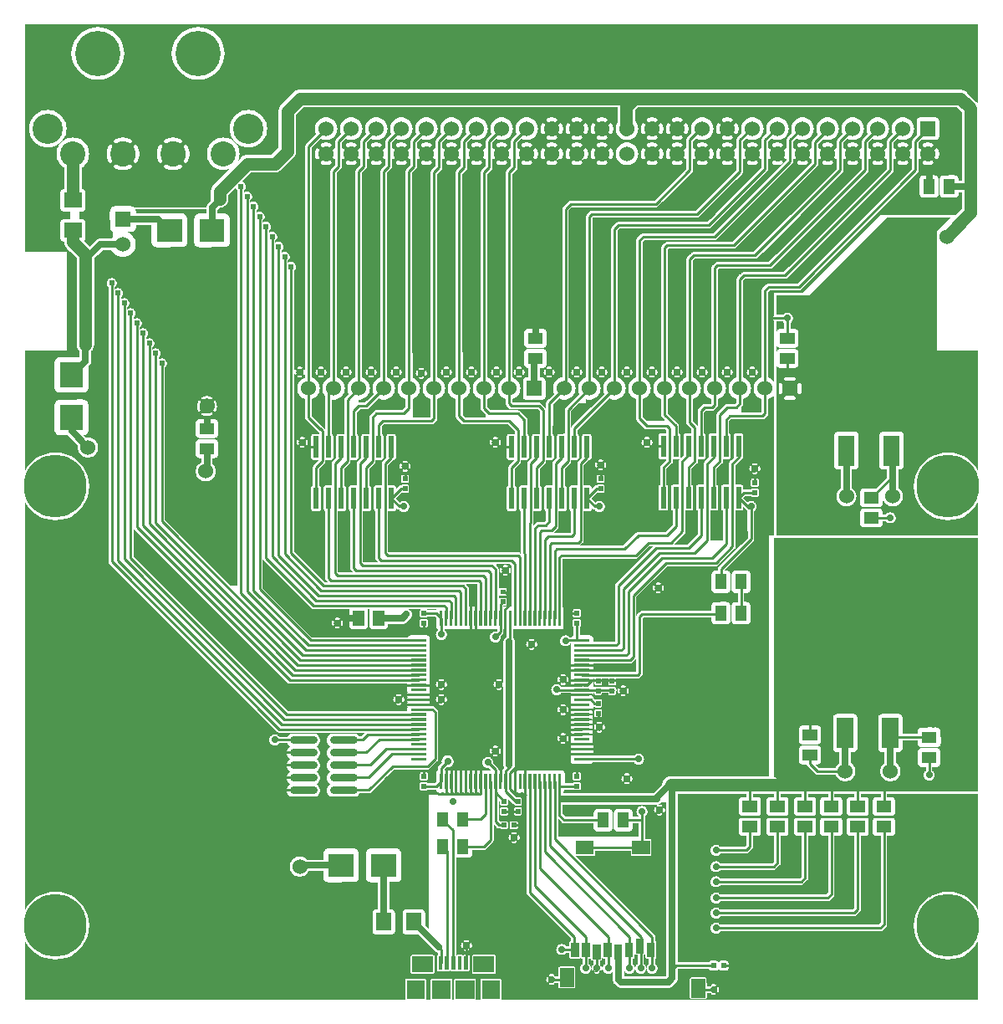
<source format=gtl>
G04 start of page 2 for group 0 idx 0 *
G04 Title: (unknown), component *
G04 Creator: pcb 20110918 *
G04 CreationDate: Wed 09 Oct 2013 12:59:36 GMT UTC *
G04 For: michael *
G04 Format: Gerber/RS-274X *
G04 PCB-Dimensions: 386000 393500 *
G04 PCB-Coordinate-Origin: lower left *
%MOIN*%
%FSLAX25Y25*%
%LNTOP*%
%ADD39C,0.1570*%
%ADD38C,0.0380*%
%ADD37C,0.0350*%
%ADD36C,0.1250*%
%ADD35C,0.0120*%
%ADD34C,0.0240*%
%ADD33C,0.2500*%
%ADD32C,0.0280*%
%ADD31C,0.0290*%
%ADD30R,0.0315X0.0315*%
%ADD29R,0.0906X0.0906*%
%ADD28R,0.0600X0.0600*%
%ADD27R,0.0709X0.0709*%
%ADD26R,0.0630X0.0630*%
%ADD25R,0.0158X0.0158*%
%ADD24R,0.0650X0.0650*%
%ADD23R,0.0200X0.0200*%
%ADD22R,0.0551X0.0551*%
%ADD21R,0.0110X0.0110*%
%ADD20R,0.0450X0.0450*%
%ADD19C,0.1800*%
%ADD18C,0.1200*%
%ADD17C,0.1000*%
%ADD16C,0.0600*%
%ADD15C,0.0080*%
%ADD14C,0.0500*%
%ADD13C,0.0250*%
%ADD12C,0.0100*%
%ADD11C,0.0001*%
G54D11*G36*
X227000Y160500D02*X217422D01*
Y178084D01*
X217538Y178200D01*
X227000D01*
Y160500D01*
G37*
G36*
X183326Y159052D02*X183209Y159059D01*
X181872Y159045D01*
X181673Y158998D01*
X181475Y159045D01*
X181240Y159059D01*
X180021Y159046D01*
Y166228D01*
X180025Y166279D01*
X180009Y166483D01*
X180009Y166483D01*
X179973Y166634D01*
X179961Y166682D01*
X179929Y166760D01*
X179883Y166871D01*
X179841Y166939D01*
X179776Y167045D01*
X179776Y167046D01*
X179643Y167201D01*
X179604Y167234D01*
X179000Y167838D01*
Y168200D01*
X183326D01*
Y159052D01*
G37*
G36*
X196247Y176200D02*X196462D01*
X197106Y175556D01*
Y159052D01*
X196988Y159059D01*
X196247Y159051D01*
Y172500D01*
X196249Y172500D01*
X196310Y172513D01*
X196369Y172536D01*
X196423Y172567D01*
X196472Y172607D01*
X196515Y172654D01*
X196549Y172706D01*
X196573Y172764D01*
X196638Y172969D01*
X196679Y173179D01*
X196700Y173393D01*
Y173607D01*
X196679Y173821D01*
X196638Y174031D01*
X196576Y174237D01*
X196550Y174294D01*
X196516Y174347D01*
X196474Y174394D01*
X196424Y174434D01*
X196370Y174466D01*
X196311Y174488D01*
X196249Y174501D01*
X196247Y174501D01*
Y176200D01*
G37*
G36*
X194501Y159421D02*X194579Y159421D01*
X194670Y159443D01*
X194758Y159479D01*
X194838Y159529D01*
X194910Y159590D01*
X194971Y159662D01*
X195021Y159742D01*
X195057Y159830D01*
X195079Y159921D01*
X195084Y160016D01*
X195079Y162079D01*
X195057Y162170D01*
X195021Y162258D01*
X194971Y162338D01*
X194910Y162410D01*
X194838Y162471D01*
X194758Y162521D01*
X194670Y162557D01*
X194579Y162579D01*
X194501Y162584D01*
Y163358D01*
X194579Y163358D01*
X194670Y163380D01*
X194758Y163416D01*
X194838Y163466D01*
X194910Y163527D01*
X194971Y163599D01*
X195021Y163679D01*
X195057Y163767D01*
X195079Y163858D01*
X195084Y163952D01*
X195079Y166016D01*
X195057Y166107D01*
X195021Y166195D01*
X194971Y166275D01*
X194910Y166347D01*
X194838Y166408D01*
X194758Y166458D01*
X194670Y166494D01*
X194579Y166516D01*
X194501Y166521D01*
Y171300D01*
X194607D01*
X194821Y171321D01*
X195031Y171362D01*
X195237Y171424D01*
X195294Y171450D01*
X195347Y171484D01*
X195394Y171526D01*
X195434Y171576D01*
X195466Y171630D01*
X195488Y171689D01*
X195501Y171751D01*
X195505Y171814D01*
X195498Y171877D01*
X195482Y171938D01*
X195456Y171996D01*
X195421Y172049D01*
X195379Y172096D01*
X195330Y172136D01*
X195275Y172167D01*
X195216Y172190D01*
X195154Y172203D01*
X195091Y172206D01*
X195028Y172200D01*
X194968Y172182D01*
X194838Y172141D01*
X194704Y172115D01*
X194568Y172102D01*
X194501D01*
Y174898D01*
X194568D01*
X194704Y174885D01*
X194838Y174859D01*
X194968Y174819D01*
X195029Y174802D01*
X195091Y174795D01*
X195154Y174799D01*
X195216Y174812D01*
X195274Y174834D01*
X195329Y174866D01*
X195378Y174905D01*
X195420Y174952D01*
X195454Y175005D01*
X195480Y175062D01*
X195496Y175123D01*
X195503Y175186D01*
X195500Y175249D01*
X195487Y175310D01*
X195464Y175369D01*
X195433Y175423D01*
X195393Y175472D01*
X195346Y175515D01*
X195294Y175549D01*
X195236Y175573D01*
X195031Y175638D01*
X194821Y175679D01*
X194607Y175700D01*
X194501D01*
Y176200D01*
X196247D01*
Y174501D01*
X196186Y174505D01*
X196123Y174498D01*
X196062Y174482D01*
X196004Y174456D01*
X195951Y174421D01*
X195904Y174379D01*
X195864Y174330D01*
X195833Y174275D01*
X195810Y174216D01*
X195797Y174154D01*
X195794Y174091D01*
X195800Y174028D01*
X195818Y173968D01*
X195859Y173838D01*
X195885Y173704D01*
X195898Y173568D01*
Y173432D01*
X195885Y173296D01*
X195859Y173162D01*
X195819Y173032D01*
X195802Y172971D01*
X195795Y172909D01*
X195799Y172846D01*
X195812Y172784D01*
X195834Y172726D01*
X195866Y172671D01*
X195905Y172622D01*
X195952Y172580D01*
X196005Y172546D01*
X196062Y172520D01*
X196123Y172504D01*
X196186Y172497D01*
X196247Y172500D01*
Y159051D01*
X195651Y159045D01*
X195453Y158998D01*
X195255Y159045D01*
X195020Y159059D01*
X194501Y159054D01*
Y159421D01*
G37*
G36*
X192753Y176200D02*X194501D01*
Y175700D01*
X194393D01*
X194179Y175679D01*
X193969Y175638D01*
X193763Y175576D01*
X193706Y175550D01*
X193653Y175516D01*
X193606Y175474D01*
X193566Y175424D01*
X193534Y175370D01*
X193512Y175311D01*
X193499Y175249D01*
X193495Y175186D01*
X193502Y175123D01*
X193518Y175062D01*
X193544Y175004D01*
X193579Y174951D01*
X193621Y174904D01*
X193670Y174864D01*
X193725Y174833D01*
X193784Y174810D01*
X193846Y174797D01*
X193909Y174794D01*
X193972Y174800D01*
X194032Y174818D01*
X194162Y174859D01*
X194296Y174885D01*
X194432Y174898D01*
X194501D01*
Y172102D01*
X194432D01*
X194296Y172115D01*
X194162Y172141D01*
X194032Y172181D01*
X193971Y172198D01*
X193909Y172205D01*
X193846Y172201D01*
X193784Y172188D01*
X193726Y172166D01*
X193671Y172134D01*
X193622Y172095D01*
X193580Y172048D01*
X193546Y171995D01*
X193520Y171938D01*
X193504Y171877D01*
X193497Y171814D01*
X193500Y171751D01*
X193513Y171690D01*
X193536Y171631D01*
X193567Y171577D01*
X193607Y171528D01*
X193654Y171485D01*
X193706Y171451D01*
X193764Y171427D01*
X193969Y171362D01*
X194179Y171321D01*
X194393Y171300D01*
X194501D01*
Y166521D01*
X194484Y166522D01*
X192753Y166517D01*
Y172499D01*
X192814Y172495D01*
X192877Y172502D01*
X192938Y172518D01*
X192996Y172544D01*
X193049Y172579D01*
X193096Y172621D01*
X193136Y172670D01*
X193167Y172725D01*
X193190Y172784D01*
X193203Y172846D01*
X193206Y172909D01*
X193200Y172972D01*
X193182Y173032D01*
X193141Y173162D01*
X193115Y173296D01*
X193102Y173432D01*
Y173568D01*
X193115Y173704D01*
X193141Y173838D01*
X193181Y173968D01*
X193198Y174029D01*
X193205Y174091D01*
X193201Y174154D01*
X193188Y174216D01*
X193166Y174274D01*
X193134Y174329D01*
X193095Y174378D01*
X193048Y174420D01*
X192995Y174454D01*
X192938Y174480D01*
X192877Y174496D01*
X192814Y174503D01*
X192753Y174500D01*
Y176200D01*
G37*
G36*
X194501Y162584D02*X194484Y162584D01*
X192753Y162580D01*
Y163353D01*
X194501Y163358D01*
Y162584D01*
G37*
G36*
X192753Y162580D02*X192421Y162579D01*
X192330Y162557D01*
X192242Y162521D01*
X192162Y162471D01*
X192090Y162410D01*
X192029Y162338D01*
X191979Y162258D01*
X191943Y162170D01*
X191921Y162079D01*
X191916Y161984D01*
X191917Y161256D01*
X191832Y161170D01*
Y173917D01*
X191836Y173968D01*
X191820Y174172D01*
X191820Y174172D01*
X191772Y174371D01*
X191694Y174560D01*
X191587Y174734D01*
X191454Y174890D01*
X191415Y174923D01*
X191000Y175338D01*
Y176200D01*
X192753D01*
Y174500D01*
X192751Y174500D01*
X192690Y174487D01*
X192631Y174464D01*
X192577Y174433D01*
X192528Y174393D01*
X192485Y174346D01*
X192451Y174294D01*
X192427Y174236D01*
X192362Y174031D01*
X192321Y173821D01*
X192300Y173607D01*
Y173393D01*
X192321Y173179D01*
X192362Y172969D01*
X192424Y172763D01*
X192450Y172706D01*
X192484Y172653D01*
X192526Y172606D01*
X192576Y172566D01*
X192630Y172534D01*
X192689Y172512D01*
X192751Y172499D01*
X192753Y172499D01*
Y166517D01*
X192421Y166516D01*
X192330Y166494D01*
X192242Y166458D01*
X192162Y166408D01*
X192090Y166347D01*
X192029Y166275D01*
X191979Y166195D01*
X191943Y166107D01*
X191921Y166016D01*
X191916Y165922D01*
X191921Y163858D01*
X191943Y163767D01*
X191979Y163679D01*
X192029Y163599D01*
X192090Y163527D01*
X192162Y163466D01*
X192242Y163416D01*
X192330Y163380D01*
X192421Y163358D01*
X192516Y163352D01*
X192753Y163353D01*
Y162580D01*
G37*
G36*
X193800Y159419D02*X194501Y159421D01*
Y159054D01*
X193800Y159046D01*
Y159419D01*
G37*
G36*
X215338Y190000D02*X220700D01*
Y188538D01*
X220462Y188300D01*
X213500D01*
X213592Y188338D01*
X213766Y188445D01*
X213922Y188578D01*
X213955Y188617D01*
X215338Y190000D01*
G37*
G36*
X243500Y178200D02*Y173338D01*
X238617Y168455D01*
X238578Y168422D01*
X238445Y168266D01*
X238338Y168092D01*
X238260Y167903D01*
X238212Y167704D01*
X238212Y167704D01*
X238196Y167500D01*
X238200Y167449D01*
Y145038D01*
X238115Y144953D01*
X229552D01*
X229559Y145071D01*
X229545Y146408D01*
X229490Y146638D01*
X229400Y146856D01*
X229276Y147057D01*
X229123Y147237D01*
X228943Y147390D01*
X228742Y147514D01*
X228524Y147604D01*
X228294Y147659D01*
X228059Y147673D01*
X224300Y147665D01*
Y151005D01*
X224338Y151029D01*
X224410Y151090D01*
X224471Y151162D01*
X224521Y151242D01*
X224557Y151330D01*
X224579Y151421D01*
X224584Y151516D01*
X224579Y153579D01*
X224557Y153670D01*
X224521Y153758D01*
X224471Y153838D01*
X224410Y153910D01*
X224338Y153971D01*
X224258Y154021D01*
X224170Y154057D01*
X224079Y154079D01*
X224000Y154084D01*
Y154858D01*
X224079Y154858D01*
X224170Y154880D01*
X224258Y154916D01*
X224338Y154966D01*
X224410Y155027D01*
X224471Y155099D01*
X224521Y155179D01*
X224557Y155267D01*
X224579Y155358D01*
X224584Y155452D01*
X224579Y157516D01*
X224557Y157607D01*
X224521Y157695D01*
X224471Y157775D01*
X224410Y157847D01*
X224338Y157908D01*
X224258Y157958D01*
X224170Y157994D01*
X224079Y158016D01*
X224000Y158021D01*
Y178200D01*
X243500D01*
G37*
G36*
X246338Y138000D02*X246700D01*
Y133142D01*
X235000D01*
Y136448D01*
X244197D01*
X244248Y136444D01*
X244452Y136460D01*
X244452Y136460D01*
X244651Y136508D01*
X244840Y136586D01*
X245014Y136693D01*
X245170Y136826D01*
X245203Y136865D01*
X246338Y138000D01*
G37*
G36*
X244747Y309700D02*X260500D01*
Y307800D01*
X249551D01*
X249500Y307804D01*
X249296Y307788D01*
X249097Y307740D01*
X248908Y307662D01*
X248734Y307555D01*
X248733Y307555D01*
X248578Y307422D01*
X248545Y307383D01*
X247117Y305955D01*
X247078Y305922D01*
X246945Y305766D01*
X246838Y305592D01*
X246760Y305403D01*
X246712Y305204D01*
X246712Y305204D01*
X246696Y305000D01*
X246700Y304949D01*
Y250316D01*
X246605Y250293D01*
X245951Y250022D01*
X245347Y249652D01*
X244808Y249192D01*
X244747Y249120D01*
Y251500D01*
X244749Y251500D01*
X244810Y251513D01*
X244869Y251536D01*
X244923Y251567D01*
X244972Y251607D01*
X245015Y251654D01*
X245049Y251706D01*
X245073Y251764D01*
X245138Y251969D01*
X245179Y252179D01*
X245200Y252393D01*
Y252607D01*
X245179Y252821D01*
X245138Y253031D01*
X245076Y253237D01*
X245050Y253294D01*
X245016Y253347D01*
X244974Y253394D01*
X244924Y253434D01*
X244870Y253466D01*
X244811Y253488D01*
X244749Y253501D01*
X244747Y253501D01*
Y309700D01*
G37*
G36*
X246696Y234000D02*X244747D01*
Y242880D01*
X244808Y242808D01*
X245347Y242348D01*
X245951Y241978D01*
X246605Y241707D01*
X246700Y241684D01*
Y234051D01*
X246696Y234000D01*
Y234000D01*
G37*
G36*
X244747D02*X243001D01*
Y250300D01*
X243107D01*
X243321Y250321D01*
X243531Y250362D01*
X243737Y250424D01*
X243794Y250450D01*
X243847Y250484D01*
X243894Y250526D01*
X243934Y250576D01*
X243966Y250630D01*
X243988Y250689D01*
X244001Y250751D01*
X244005Y250814D01*
X243998Y250877D01*
X243982Y250938D01*
X243956Y250996D01*
X243921Y251049D01*
X243879Y251096D01*
X243830Y251136D01*
X243775Y251167D01*
X243716Y251190D01*
X243654Y251203D01*
X243591Y251206D01*
X243528Y251200D01*
X243468Y251182D01*
X243338Y251141D01*
X243204Y251115D01*
X243068Y251102D01*
X243001D01*
Y253898D01*
X243068D01*
X243204Y253885D01*
X243338Y253859D01*
X243468Y253819D01*
X243529Y253802D01*
X243591Y253795D01*
X243654Y253799D01*
X243716Y253812D01*
X243774Y253834D01*
X243829Y253866D01*
X243878Y253905D01*
X243920Y253952D01*
X243954Y254005D01*
X243980Y254062D01*
X243996Y254123D01*
X244003Y254186D01*
X244000Y254249D01*
X243987Y254310D01*
X243964Y254369D01*
X243933Y254423D01*
X243893Y254472D01*
X243846Y254515D01*
X243794Y254549D01*
X243736Y254573D01*
X243531Y254638D01*
X243321Y254679D01*
X243107Y254700D01*
X243001D01*
Y309700D01*
X244747D01*
Y253501D01*
X244686Y253505D01*
X244623Y253498D01*
X244562Y253482D01*
X244504Y253456D01*
X244451Y253421D01*
X244404Y253379D01*
X244364Y253330D01*
X244333Y253275D01*
X244310Y253216D01*
X244297Y253154D01*
X244294Y253091D01*
X244300Y253028D01*
X244318Y252968D01*
X244359Y252838D01*
X244385Y252704D01*
X244398Y252568D01*
Y252432D01*
X244385Y252296D01*
X244359Y252162D01*
X244319Y252032D01*
X244302Y251971D01*
X244295Y251909D01*
X244299Y251846D01*
X244312Y251784D01*
X244334Y251726D01*
X244366Y251671D01*
X244405Y251622D01*
X244452Y251580D01*
X244505Y251546D01*
X244562Y251520D01*
X244623Y251504D01*
X244686Y251497D01*
X244747Y251500D01*
Y249120D01*
X244348Y248653D01*
X243978Y248049D01*
X243707Y247395D01*
X243542Y246706D01*
X243486Y246000D01*
X243542Y245294D01*
X243707Y244605D01*
X243978Y243951D01*
X244348Y243347D01*
X244747Y242880D01*
Y234000D01*
G37*
G36*
X243001D02*X241253D01*
Y242880D01*
X241652Y243347D01*
X242022Y243951D01*
X242293Y244605D01*
X242458Y245294D01*
X242500Y246000D01*
X242458Y246706D01*
X242293Y247395D01*
X242022Y248049D01*
X241652Y248653D01*
X241253Y249120D01*
Y251499D01*
X241314Y251495D01*
X241377Y251502D01*
X241438Y251518D01*
X241496Y251544D01*
X241549Y251579D01*
X241596Y251621D01*
X241636Y251670D01*
X241667Y251725D01*
X241690Y251784D01*
X241703Y251846D01*
X241706Y251909D01*
X241700Y251972D01*
X241682Y252032D01*
X241641Y252162D01*
X241615Y252296D01*
X241602Y252432D01*
Y252568D01*
X241615Y252704D01*
X241641Y252838D01*
X241681Y252968D01*
X241698Y253029D01*
X241705Y253091D01*
X241701Y253154D01*
X241688Y253216D01*
X241666Y253274D01*
X241634Y253329D01*
X241595Y253378D01*
X241548Y253420D01*
X241495Y253454D01*
X241438Y253480D01*
X241377Y253496D01*
X241314Y253503D01*
X241253Y253500D01*
Y309700D01*
X243001D01*
Y254700D01*
X242893D01*
X242679Y254679D01*
X242469Y254638D01*
X242263Y254576D01*
X242206Y254550D01*
X242153Y254516D01*
X242106Y254474D01*
X242066Y254424D01*
X242034Y254370D01*
X242012Y254311D01*
X241999Y254249D01*
X241995Y254186D01*
X242002Y254123D01*
X242018Y254062D01*
X242044Y254004D01*
X242079Y253951D01*
X242121Y253904D01*
X242170Y253864D01*
X242225Y253833D01*
X242284Y253810D01*
X242346Y253797D01*
X242409Y253794D01*
X242472Y253800D01*
X242532Y253818D01*
X242662Y253859D01*
X242796Y253885D01*
X242932Y253898D01*
X243001D01*
Y251102D01*
X242932D01*
X242796Y251115D01*
X242662Y251141D01*
X242532Y251181D01*
X242471Y251198D01*
X242409Y251205D01*
X242346Y251201D01*
X242284Y251188D01*
X242226Y251166D01*
X242171Y251134D01*
X242122Y251095D01*
X242080Y251048D01*
X242046Y250995D01*
X242020Y250938D01*
X242004Y250877D01*
X241997Y250814D01*
X242000Y250751D01*
X242013Y250690D01*
X242036Y250631D01*
X242067Y250577D01*
X242107Y250528D01*
X242154Y250485D01*
X242206Y250451D01*
X242264Y250427D01*
X242469Y250362D01*
X242679Y250321D01*
X242893Y250300D01*
X243001D01*
Y234000D01*
G37*
G36*
X241253Y249120D02*X241192Y249192D01*
X240653Y249652D01*
X240049Y250022D01*
X239395Y250293D01*
X239300Y250316D01*
Y308962D01*
X240038Y309700D01*
X241253D01*
Y253500D01*
X241251Y253500D01*
X241190Y253487D01*
X241131Y253464D01*
X241077Y253433D01*
X241028Y253393D01*
X240985Y253346D01*
X240951Y253294D01*
X240927Y253236D01*
X240862Y253031D01*
X240821Y252821D01*
X240800Y252607D01*
Y252393D01*
X240821Y252179D01*
X240862Y251969D01*
X240924Y251763D01*
X240950Y251706D01*
X240984Y251653D01*
X241026Y251606D01*
X241076Y251566D01*
X241130Y251534D01*
X241189Y251512D01*
X241251Y251499D01*
X241253Y251499D01*
Y249120D01*
G37*
G36*
Y234000D02*X227838D01*
X235868Y242029D01*
X235951Y241978D01*
X236605Y241707D01*
X237294Y241542D01*
X238000Y241486D01*
X238706Y241542D01*
X239395Y241707D01*
X240049Y241978D01*
X240653Y242348D01*
X241192Y242808D01*
X241253Y242880D01*
Y234000D01*
G37*
G36*
X254747Y242880D02*X254808Y242808D01*
X255347Y242348D01*
X255951Y241978D01*
X256605Y241707D01*
X256700Y241684D01*
Y235551D01*
X256696Y235500D01*
X256712Y235296D01*
X256712Y235296D01*
X256760Y235097D01*
X256838Y234908D01*
X256879Y234842D01*
X256945Y234734D01*
X256945Y234733D01*
X257078Y234578D01*
X257117Y234545D01*
X258000Y233662D01*
Y233000D01*
X254747D01*
Y242880D01*
G37*
G36*
Y304000D02*X258000D01*
Y303838D01*
X257117Y302955D01*
X257078Y302922D01*
X256945Y302766D01*
X256838Y302592D01*
X256760Y302403D01*
X256712Y302204D01*
X256712Y302204D01*
X256696Y302000D01*
X256700Y301949D01*
Y250316D01*
X256605Y250293D01*
X255951Y250022D01*
X255347Y249652D01*
X254808Y249192D01*
X254747Y249120D01*
Y251500D01*
X254749Y251500D01*
X254810Y251513D01*
X254869Y251536D01*
X254923Y251567D01*
X254972Y251607D01*
X255015Y251654D01*
X255049Y251706D01*
X255073Y251764D01*
X255138Y251969D01*
X255179Y252179D01*
X255200Y252393D01*
Y252607D01*
X255179Y252821D01*
X255138Y253031D01*
X255076Y253237D01*
X255050Y253294D01*
X255016Y253347D01*
X254974Y253394D01*
X254924Y253434D01*
X254870Y253466D01*
X254811Y253488D01*
X254749Y253501D01*
X254747Y253501D01*
Y304000D01*
G37*
G36*
X253001D02*X254747D01*
Y253501D01*
X254686Y253505D01*
X254623Y253498D01*
X254562Y253482D01*
X254504Y253456D01*
X254451Y253421D01*
X254404Y253379D01*
X254364Y253330D01*
X254333Y253275D01*
X254310Y253216D01*
X254297Y253154D01*
X254294Y253091D01*
X254300Y253028D01*
X254318Y252968D01*
X254359Y252838D01*
X254385Y252704D01*
X254398Y252568D01*
Y252432D01*
X254385Y252296D01*
X254359Y252162D01*
X254319Y252032D01*
X254302Y251971D01*
X254295Y251909D01*
X254299Y251846D01*
X254312Y251784D01*
X254334Y251726D01*
X254366Y251671D01*
X254405Y251622D01*
X254452Y251580D01*
X254505Y251546D01*
X254562Y251520D01*
X254623Y251504D01*
X254686Y251497D01*
X254747Y251500D01*
Y249120D01*
X254348Y248653D01*
X253978Y248049D01*
X253707Y247395D01*
X253542Y246706D01*
X253486Y246000D01*
X253542Y245294D01*
X253707Y244605D01*
X253978Y243951D01*
X254348Y243347D01*
X254747Y242880D01*
Y233000D01*
X253001D01*
Y250300D01*
X253107D01*
X253321Y250321D01*
X253531Y250362D01*
X253737Y250424D01*
X253794Y250450D01*
X253847Y250484D01*
X253894Y250526D01*
X253934Y250576D01*
X253966Y250630D01*
X253988Y250689D01*
X254001Y250751D01*
X254005Y250814D01*
X253998Y250877D01*
X253982Y250938D01*
X253956Y250996D01*
X253921Y251049D01*
X253879Y251096D01*
X253830Y251136D01*
X253775Y251167D01*
X253716Y251190D01*
X253654Y251203D01*
X253591Y251206D01*
X253528Y251200D01*
X253468Y251182D01*
X253338Y251141D01*
X253204Y251115D01*
X253068Y251102D01*
X253001D01*
Y253898D01*
X253068D01*
X253204Y253885D01*
X253338Y253859D01*
X253468Y253819D01*
X253529Y253802D01*
X253591Y253795D01*
X253654Y253799D01*
X253716Y253812D01*
X253774Y253834D01*
X253829Y253866D01*
X253878Y253905D01*
X253920Y253952D01*
X253954Y254005D01*
X253980Y254062D01*
X253996Y254123D01*
X254003Y254186D01*
X254000Y254249D01*
X253987Y254310D01*
X253964Y254369D01*
X253933Y254423D01*
X253893Y254472D01*
X253846Y254515D01*
X253794Y254549D01*
X253736Y254573D01*
X253531Y254638D01*
X253321Y254679D01*
X253107Y254700D01*
X253001D01*
Y304000D01*
G37*
G36*
X251253D02*X253001D01*
Y254700D01*
X252893D01*
X252679Y254679D01*
X252469Y254638D01*
X252263Y254576D01*
X252206Y254550D01*
X252153Y254516D01*
X252106Y254474D01*
X252066Y254424D01*
X252034Y254370D01*
X252012Y254311D01*
X251999Y254249D01*
X251995Y254186D01*
X252002Y254123D01*
X252018Y254062D01*
X252044Y254004D01*
X252079Y253951D01*
X252121Y253904D01*
X252170Y253864D01*
X252225Y253833D01*
X252284Y253810D01*
X252346Y253797D01*
X252409Y253794D01*
X252472Y253800D01*
X252532Y253818D01*
X252662Y253859D01*
X252796Y253885D01*
X252932Y253898D01*
X253001D01*
Y251102D01*
X252932D01*
X252796Y251115D01*
X252662Y251141D01*
X252532Y251181D01*
X252471Y251198D01*
X252409Y251205D01*
X252346Y251201D01*
X252284Y251188D01*
X252226Y251166D01*
X252171Y251134D01*
X252122Y251095D01*
X252080Y251048D01*
X252046Y250995D01*
X252020Y250938D01*
X252004Y250877D01*
X251997Y250814D01*
X252000Y250751D01*
X252013Y250690D01*
X252036Y250631D01*
X252067Y250577D01*
X252107Y250528D01*
X252154Y250485D01*
X252206Y250451D01*
X252264Y250427D01*
X252469Y250362D01*
X252679Y250321D01*
X252893Y250300D01*
X253001D01*
Y233000D01*
X251253D01*
Y242880D01*
X251652Y243347D01*
X252022Y243951D01*
X252293Y244605D01*
X252458Y245294D01*
X252500Y246000D01*
X252458Y246706D01*
X252293Y247395D01*
X252022Y248049D01*
X251652Y248653D01*
X251253Y249120D01*
Y251499D01*
X251314Y251495D01*
X251377Y251502D01*
X251438Y251518D01*
X251496Y251544D01*
X251549Y251579D01*
X251596Y251621D01*
X251636Y251670D01*
X251667Y251725D01*
X251690Y251784D01*
X251703Y251846D01*
X251706Y251909D01*
X251700Y251972D01*
X251682Y252032D01*
X251641Y252162D01*
X251615Y252296D01*
X251602Y252432D01*
Y252568D01*
X251615Y252704D01*
X251641Y252838D01*
X251681Y252968D01*
X251698Y253029D01*
X251705Y253091D01*
X251701Y253154D01*
X251688Y253216D01*
X251666Y253274D01*
X251634Y253329D01*
X251595Y253378D01*
X251548Y253420D01*
X251495Y253454D01*
X251438Y253480D01*
X251377Y253496D01*
X251314Y253503D01*
X251253Y253500D01*
Y304000D01*
G37*
G36*
Y233000D02*X250838D01*
X249300Y234538D01*
Y241684D01*
X249395Y241707D01*
X250049Y241978D01*
X250653Y242348D01*
X251192Y242808D01*
X251253Y242880D01*
Y233000D01*
G37*
G36*
X249300Y304000D02*X251253D01*
Y253500D01*
X251251Y253500D01*
X251190Y253487D01*
X251131Y253464D01*
X251077Y253433D01*
X251028Y253393D01*
X250985Y253346D01*
X250951Y253294D01*
X250927Y253236D01*
X250862Y253031D01*
X250821Y252821D01*
X250800Y252607D01*
Y252393D01*
X250821Y252179D01*
X250862Y251969D01*
X250924Y251763D01*
X250950Y251706D01*
X250984Y251653D01*
X251026Y251606D01*
X251076Y251566D01*
X251130Y251534D01*
X251189Y251512D01*
X251251Y251499D01*
X251253Y251499D01*
Y249120D01*
X251192Y249192D01*
X250653Y249652D01*
X250049Y250022D01*
X249395Y250293D01*
X249300Y250316D01*
Y304000D01*
G37*
G36*
X257338Y320500D02*X274162D01*
X270462Y316800D01*
X229051D01*
X229000Y316804D01*
X228796Y316788D01*
X228597Y316740D01*
X228408Y316662D01*
X228234Y316555D01*
X228233Y316555D01*
X228078Y316422D01*
X228045Y316383D01*
X227117Y315455D01*
X227078Y315422D01*
X226945Y315266D01*
X226838Y315092D01*
X226760Y314903D01*
X226712Y314704D01*
X226712Y314704D01*
X226696Y314500D01*
X226700Y314449D01*
Y302000D01*
X219800D01*
Y316962D01*
X221038Y318200D01*
X254449D01*
X254500Y318196D01*
X254704Y318212D01*
X254704Y318212D01*
X254903Y318260D01*
X255092Y318338D01*
X255266Y318445D01*
X255422Y318578D01*
X255455Y318617D01*
X257338Y320500D01*
G37*
G36*
X273338Y316000D02*X276500D01*
Y313838D01*
X274962Y312300D01*
X239551D01*
X239500Y312304D01*
X239296Y312288D01*
X239097Y312240D01*
X238908Y312162D01*
X238734Y312055D01*
X238733Y312055D01*
X238578Y311922D01*
X238545Y311883D01*
X237662Y311000D01*
X236000D01*
Y314200D01*
X270949D01*
X271000Y314196D01*
X271204Y314212D01*
X271204Y314212D01*
X271403Y314260D01*
X271592Y314338D01*
X271766Y314445D01*
X271922Y314578D01*
X271955Y314617D01*
X273338Y316000D01*
G37*
G36*
X290838Y317500D02*X298162D01*
X284962Y304300D01*
X279000D01*
X279000Y304300D01*
X259051D01*
X259000Y304304D01*
X258796Y304288D01*
X258597Y304240D01*
X258408Y304162D01*
X258234Y304055D01*
X258233Y304055D01*
X258078Y303922D01*
X258045Y303883D01*
X257117Y302955D01*
X257078Y302922D01*
X256945Y302766D01*
X256838Y302592D01*
X256800Y302500D01*
X249300D01*
Y304462D01*
X250038Y305200D01*
X277949D01*
X278000Y305196D01*
X278204Y305212D01*
X278204Y305212D01*
X278403Y305260D01*
X278592Y305338D01*
X278766Y305445D01*
X278922Y305578D01*
X278955Y305617D01*
X290838Y317500D01*
G37*
G36*
X276000Y315500D02*X278162D01*
X276162Y313500D01*
X276000D01*
Y315500D01*
G37*
G36*
X224747Y318200D02*X244500D01*
Y316800D01*
X229051D01*
X229000Y316804D01*
X228796Y316788D01*
X228597Y316740D01*
X228408Y316662D01*
X228234Y316555D01*
X228233Y316555D01*
X228078Y316422D01*
X228045Y316383D01*
X227117Y315455D01*
X227078Y315422D01*
X226945Y315266D01*
X226838Y315092D01*
X226760Y314903D01*
X226712Y314704D01*
X226712Y314704D01*
X226696Y314500D01*
X226700Y314449D01*
Y250316D01*
X226605Y250293D01*
X225951Y250022D01*
X225347Y249652D01*
X224808Y249192D01*
X224747Y249120D01*
Y251500D01*
X224749Y251500D01*
X224810Y251513D01*
X224869Y251536D01*
X224923Y251567D01*
X224972Y251607D01*
X225015Y251654D01*
X225049Y251706D01*
X225073Y251764D01*
X225138Y251969D01*
X225179Y252179D01*
X225200Y252393D01*
Y252607D01*
X225179Y252821D01*
X225138Y253031D01*
X225076Y253237D01*
X225050Y253294D01*
X225016Y253347D01*
X224974Y253394D01*
X224924Y253434D01*
X224870Y253466D01*
X224811Y253488D01*
X224749Y253501D01*
X224747Y253501D01*
Y318200D01*
G37*
G36*
X223001D02*X224747D01*
Y253501D01*
X224686Y253505D01*
X224623Y253498D01*
X224562Y253482D01*
X224504Y253456D01*
X224451Y253421D01*
X224404Y253379D01*
X224364Y253330D01*
X224333Y253275D01*
X224310Y253216D01*
X224297Y253154D01*
X224294Y253091D01*
X224300Y253028D01*
X224318Y252968D01*
X224359Y252838D01*
X224385Y252704D01*
X224398Y252568D01*
Y252432D01*
X224385Y252296D01*
X224359Y252162D01*
X224319Y252032D01*
X224302Y251971D01*
X224295Y251909D01*
X224299Y251846D01*
X224312Y251784D01*
X224334Y251726D01*
X224366Y251671D01*
X224405Y251622D01*
X224452Y251580D01*
X224505Y251546D01*
X224562Y251520D01*
X224623Y251504D01*
X224686Y251497D01*
X224747Y251500D01*
Y249120D01*
X224348Y248653D01*
X223978Y248049D01*
X223707Y247395D01*
X223542Y246706D01*
X223486Y246000D01*
X223542Y245294D01*
X223707Y244605D01*
X223978Y243951D01*
X224029Y243868D01*
X223001Y242839D01*
Y250300D01*
X223107D01*
X223321Y250321D01*
X223531Y250362D01*
X223737Y250424D01*
X223794Y250450D01*
X223847Y250484D01*
X223894Y250526D01*
X223934Y250576D01*
X223966Y250630D01*
X223988Y250689D01*
X224001Y250751D01*
X224005Y250814D01*
X223998Y250877D01*
X223982Y250938D01*
X223956Y250996D01*
X223921Y251049D01*
X223879Y251096D01*
X223830Y251136D01*
X223775Y251167D01*
X223716Y251190D01*
X223654Y251203D01*
X223591Y251206D01*
X223528Y251200D01*
X223468Y251182D01*
X223338Y251141D01*
X223204Y251115D01*
X223068Y251102D01*
X223001D01*
Y253898D01*
X223068D01*
X223204Y253885D01*
X223338Y253859D01*
X223468Y253819D01*
X223529Y253802D01*
X223591Y253795D01*
X223654Y253799D01*
X223716Y253812D01*
X223774Y253834D01*
X223829Y253866D01*
X223878Y253905D01*
X223920Y253952D01*
X223954Y254005D01*
X223980Y254062D01*
X223996Y254123D01*
X224003Y254186D01*
X224000Y254249D01*
X223987Y254310D01*
X223964Y254369D01*
X223933Y254423D01*
X223893Y254472D01*
X223846Y254515D01*
X223794Y254549D01*
X223736Y254573D01*
X223531Y254638D01*
X223321Y254679D01*
X223107Y254700D01*
X223001D01*
Y318200D01*
G37*
G36*
X221253Y242880D02*X221652Y243347D01*
X222022Y243951D01*
X222293Y244605D01*
X222458Y245294D01*
X222500Y246000D01*
X222458Y246706D01*
X222293Y247395D01*
X222022Y248049D01*
X221652Y248653D01*
X221253Y249120D01*
Y251499D01*
X221314Y251495D01*
X221377Y251502D01*
X221438Y251518D01*
X221496Y251544D01*
X221549Y251579D01*
X221596Y251621D01*
X221636Y251670D01*
X221667Y251725D01*
X221690Y251784D01*
X221703Y251846D01*
X221706Y251909D01*
X221700Y251972D01*
X221682Y252032D01*
X221641Y252162D01*
X221615Y252296D01*
X221602Y252432D01*
Y252568D01*
X221615Y252704D01*
X221641Y252838D01*
X221681Y252968D01*
X221698Y253029D01*
X221705Y253091D01*
X221701Y253154D01*
X221688Y253216D01*
X221666Y253274D01*
X221634Y253329D01*
X221595Y253378D01*
X221548Y253420D01*
X221495Y253454D01*
X221438Y253480D01*
X221377Y253496D01*
X221314Y253503D01*
X221253Y253500D01*
Y318200D01*
X223001D01*
Y254700D01*
X222893D01*
X222679Y254679D01*
X222469Y254638D01*
X222263Y254576D01*
X222206Y254550D01*
X222153Y254516D01*
X222106Y254474D01*
X222066Y254424D01*
X222034Y254370D01*
X222012Y254311D01*
X221999Y254249D01*
X221995Y254186D01*
X222002Y254123D01*
X222018Y254062D01*
X222044Y254004D01*
X222079Y253951D01*
X222121Y253904D01*
X222170Y253864D01*
X222225Y253833D01*
X222284Y253810D01*
X222346Y253797D01*
X222409Y253794D01*
X222472Y253800D01*
X222532Y253818D01*
X222662Y253859D01*
X222796Y253885D01*
X222932Y253898D01*
X223001D01*
Y251102D01*
X222932D01*
X222796Y251115D01*
X222662Y251141D01*
X222532Y251181D01*
X222471Y251198D01*
X222409Y251205D01*
X222346Y251201D01*
X222284Y251188D01*
X222226Y251166D01*
X222171Y251134D01*
X222122Y251095D01*
X222080Y251048D01*
X222046Y250995D01*
X222020Y250938D01*
X222004Y250877D01*
X221997Y250814D01*
X222000Y250751D01*
X222013Y250690D01*
X222036Y250631D01*
X222067Y250577D01*
X222107Y250528D01*
X222154Y250485D01*
X222206Y250451D01*
X222264Y250427D01*
X222469Y250362D01*
X222679Y250321D01*
X222893Y250300D01*
X223001D01*
Y242839D01*
X221253Y241092D01*
Y242880D01*
G37*
G36*
Y249120D02*X221192Y249192D01*
X220653Y249652D01*
X220049Y250022D01*
X219800Y250125D01*
Y316962D01*
X221038Y318200D01*
X221253D01*
Y253500D01*
X221251Y253500D01*
X221190Y253487D01*
X221131Y253464D01*
X221077Y253433D01*
X221028Y253393D01*
X220985Y253346D01*
X220951Y253294D01*
X220927Y253236D01*
X220862Y253031D01*
X220821Y252821D01*
X220800Y252607D01*
Y252393D01*
X220821Y252179D01*
X220862Y251969D01*
X220924Y251763D01*
X220950Y251706D01*
X220984Y251653D01*
X221026Y251606D01*
X221076Y251566D01*
X221130Y251534D01*
X221189Y251512D01*
X221251Y251499D01*
X221253Y251499D01*
Y249120D01*
G37*
G36*
X213500Y228000D02*Y239662D01*
X215868Y242029D01*
X215951Y241978D01*
X216605Y241707D01*
X217294Y241542D01*
X218000Y241486D01*
X218706Y241542D01*
X219395Y241707D01*
X220049Y241978D01*
X220653Y242348D01*
X221192Y242808D01*
X221253Y242880D01*
Y241092D01*
X218617Y238455D01*
X218578Y238422D01*
X218445Y238266D01*
X218338Y238092D01*
X218260Y237903D01*
X218212Y237704D01*
X218212Y237704D01*
X218196Y237500D01*
X218200Y237449D01*
Y228000D01*
X213500D01*
G37*
G36*
X233838Y240000D02*X240500D01*
Y231000D01*
X224838D01*
X233838Y240000D01*
G37*
G36*
X229500D02*Y239338D01*
X221117Y230955D01*
X221078Y230922D01*
X220945Y230766D01*
X220838Y230592D01*
X220800Y230500D01*
Y236962D01*
X223838Y240000D01*
X229500D01*
G37*
G36*
X234747Y314200D02*X238000D01*
Y311338D01*
X237117Y310455D01*
X237078Y310422D01*
X236945Y310266D01*
X236838Y310092D01*
X236760Y309903D01*
X236712Y309704D01*
X236712Y309704D01*
X236696Y309500D01*
X236700Y309449D01*
Y250316D01*
X236605Y250293D01*
X235951Y250022D01*
X235347Y249652D01*
X234808Y249192D01*
X234747Y249120D01*
Y251500D01*
X234749Y251500D01*
X234810Y251513D01*
X234869Y251536D01*
X234923Y251567D01*
X234972Y251607D01*
X235015Y251654D01*
X235049Y251706D01*
X235073Y251764D01*
X235138Y251969D01*
X235179Y252179D01*
X235200Y252393D01*
Y252607D01*
X235179Y252821D01*
X235138Y253031D01*
X235076Y253237D01*
X235050Y253294D01*
X235016Y253347D01*
X234974Y253394D01*
X234924Y253434D01*
X234870Y253466D01*
X234811Y253488D01*
X234749Y253501D01*
X234747Y253501D01*
Y314200D01*
G37*
G36*
X233001D02*X234747D01*
Y253501D01*
X234686Y253505D01*
X234623Y253498D01*
X234562Y253482D01*
X234504Y253456D01*
X234451Y253421D01*
X234404Y253379D01*
X234364Y253330D01*
X234333Y253275D01*
X234310Y253216D01*
X234297Y253154D01*
X234294Y253091D01*
X234300Y253028D01*
X234318Y252968D01*
X234359Y252838D01*
X234385Y252704D01*
X234398Y252568D01*
Y252432D01*
X234385Y252296D01*
X234359Y252162D01*
X234319Y252032D01*
X234302Y251971D01*
X234295Y251909D01*
X234299Y251846D01*
X234312Y251784D01*
X234334Y251726D01*
X234366Y251671D01*
X234405Y251622D01*
X234452Y251580D01*
X234505Y251546D01*
X234562Y251520D01*
X234623Y251504D01*
X234686Y251497D01*
X234747Y251500D01*
Y249120D01*
X234348Y248653D01*
X233978Y248049D01*
X233707Y247395D01*
X233542Y246706D01*
X233486Y246000D01*
X233542Y245294D01*
X233707Y244605D01*
X233978Y243951D01*
X234029Y243868D01*
X233001Y242839D01*
Y250300D01*
X233107D01*
X233321Y250321D01*
X233531Y250362D01*
X233737Y250424D01*
X233794Y250450D01*
X233847Y250484D01*
X233894Y250526D01*
X233934Y250576D01*
X233966Y250630D01*
X233988Y250689D01*
X234001Y250751D01*
X234005Y250814D01*
X233998Y250877D01*
X233982Y250938D01*
X233956Y250996D01*
X233921Y251049D01*
X233879Y251096D01*
X233830Y251136D01*
X233775Y251167D01*
X233716Y251190D01*
X233654Y251203D01*
X233591Y251206D01*
X233528Y251200D01*
X233468Y251182D01*
X233338Y251141D01*
X233204Y251115D01*
X233068Y251102D01*
X233001D01*
Y253898D01*
X233068D01*
X233204Y253885D01*
X233338Y253859D01*
X233468Y253819D01*
X233529Y253802D01*
X233591Y253795D01*
X233654Y253799D01*
X233716Y253812D01*
X233774Y253834D01*
X233829Y253866D01*
X233878Y253905D01*
X233920Y253952D01*
X233954Y254005D01*
X233980Y254062D01*
X233996Y254123D01*
X234003Y254186D01*
X234000Y254249D01*
X233987Y254310D01*
X233964Y254369D01*
X233933Y254423D01*
X233893Y254472D01*
X233846Y254515D01*
X233794Y254549D01*
X233736Y254573D01*
X233531Y254638D01*
X233321Y254679D01*
X233107Y254700D01*
X233001D01*
Y314200D01*
G37*
G36*
X231253Y242880D02*X231652Y243347D01*
X232022Y243951D01*
X232293Y244605D01*
X232458Y245294D01*
X232500Y246000D01*
X232458Y246706D01*
X232293Y247395D01*
X232022Y248049D01*
X231652Y248653D01*
X231253Y249120D01*
Y251499D01*
X231314Y251495D01*
X231377Y251502D01*
X231438Y251518D01*
X231496Y251544D01*
X231549Y251579D01*
X231596Y251621D01*
X231636Y251670D01*
X231667Y251725D01*
X231690Y251784D01*
X231703Y251846D01*
X231706Y251909D01*
X231700Y251972D01*
X231682Y252032D01*
X231641Y252162D01*
X231615Y252296D01*
X231602Y252432D01*
Y252568D01*
X231615Y252704D01*
X231641Y252838D01*
X231681Y252968D01*
X231698Y253029D01*
X231705Y253091D01*
X231701Y253154D01*
X231688Y253216D01*
X231666Y253274D01*
X231634Y253329D01*
X231595Y253378D01*
X231548Y253420D01*
X231495Y253454D01*
X231438Y253480D01*
X231377Y253496D01*
X231314Y253503D01*
X231253Y253500D01*
Y314200D01*
X233001D01*
Y254700D01*
X232893D01*
X232679Y254679D01*
X232469Y254638D01*
X232263Y254576D01*
X232206Y254550D01*
X232153Y254516D01*
X232106Y254474D01*
X232066Y254424D01*
X232034Y254370D01*
X232012Y254311D01*
X231999Y254249D01*
X231995Y254186D01*
X232002Y254123D01*
X232018Y254062D01*
X232044Y254004D01*
X232079Y253951D01*
X232121Y253904D01*
X232170Y253864D01*
X232225Y253833D01*
X232284Y253810D01*
X232346Y253797D01*
X232409Y253794D01*
X232472Y253800D01*
X232532Y253818D01*
X232662Y253859D01*
X232796Y253885D01*
X232932Y253898D01*
X233001D01*
Y251102D01*
X232932D01*
X232796Y251115D01*
X232662Y251141D01*
X232532Y251181D01*
X232471Y251198D01*
X232409Y251205D01*
X232346Y251201D01*
X232284Y251188D01*
X232226Y251166D01*
X232171Y251134D01*
X232122Y251095D01*
X232080Y251048D01*
X232046Y250995D01*
X232020Y250938D01*
X232004Y250877D01*
X231997Y250814D01*
X232000Y250751D01*
X232013Y250690D01*
X232036Y250631D01*
X232067Y250577D01*
X232107Y250528D01*
X232154Y250485D01*
X232206Y250451D01*
X232264Y250427D01*
X232469Y250362D01*
X232679Y250321D01*
X232893Y250300D01*
X233001D01*
Y242839D01*
X231253Y241092D01*
Y242880D01*
G37*
G36*
Y249120D02*X231192Y249192D01*
X230653Y249652D01*
X230049Y250022D01*
X229395Y250293D01*
X229300Y250316D01*
Y313962D01*
X229538Y314200D01*
X231253D01*
Y253500D01*
X231251Y253500D01*
X231190Y253487D01*
X231131Y253464D01*
X231077Y253433D01*
X231028Y253393D01*
X230985Y253346D01*
X230951Y253294D01*
X230927Y253236D01*
X230862Y253031D01*
X230821Y252821D01*
X230800Y252607D01*
Y252393D01*
X230821Y252179D01*
X230862Y251969D01*
X230924Y251763D01*
X230950Y251706D01*
X230984Y251653D01*
X231026Y251606D01*
X231076Y251566D01*
X231130Y251534D01*
X231189Y251512D01*
X231251Y251499D01*
X231253Y251499D01*
Y249120D01*
G37*
G36*
X228662Y238500D02*X226500D01*
Y241751D01*
X226605Y241707D01*
X227294Y241542D01*
X228000Y241486D01*
X228706Y241542D01*
X229395Y241707D01*
X230049Y241978D01*
X230653Y242348D01*
X231192Y242808D01*
X231253Y242880D01*
Y241092D01*
X228662Y238500D01*
G37*
G36*
X275000Y296000D02*X278169D01*
X278078Y295922D01*
X278045Y295883D01*
X277117Y294955D01*
X277078Y294922D01*
X276945Y294766D01*
X276838Y294592D01*
X276760Y294403D01*
X276712Y294204D01*
X276712Y294204D01*
X276696Y294000D01*
X276700Y293949D01*
Y250316D01*
X276605Y250293D01*
X275951Y250022D01*
X275347Y249652D01*
X275169Y249500D01*
X275000D01*
Y251638D01*
X275015Y251654D01*
X275049Y251706D01*
X275073Y251764D01*
X275138Y251969D01*
X275179Y252179D01*
X275200Y252393D01*
Y252607D01*
X275179Y252821D01*
X275138Y253031D01*
X275076Y253237D01*
X275050Y253294D01*
X275016Y253347D01*
X275000Y253365D01*
Y296000D01*
G37*
G36*
X198000Y227900D02*X195859Y227892D01*
X195721Y227859D01*
X195590Y227804D01*
X195469Y227730D01*
X195362Y227638D01*
X195270Y227531D01*
X195196Y227410D01*
X195141Y227279D01*
X195108Y227141D01*
X195100Y227000D01*
X195108Y218359D01*
X195141Y218221D01*
X195196Y218090D01*
X195270Y217969D01*
X195362Y217862D01*
X195469Y217770D01*
X195590Y217696D01*
X195721Y217641D01*
X195859Y217608D01*
X196000Y217600D01*
X198141Y217608D01*
X198200Y217622D01*
Y217538D01*
X196117Y215455D01*
X196078Y215422D01*
X195945Y215266D01*
X195838Y215092D01*
X195760Y214903D01*
X195712Y214704D01*
X195712Y214704D01*
X195696Y214500D01*
X195700Y214449D01*
Y207350D01*
X195590Y207304D01*
X195469Y207230D01*
X195362Y207138D01*
X195270Y207031D01*
X195196Y206910D01*
X195141Y206779D01*
X195108Y206641D01*
X195100Y206500D01*
X195108Y197859D01*
X195141Y197721D01*
X195196Y197590D01*
X195270Y197469D01*
X195362Y197362D01*
X195469Y197270D01*
X195590Y197196D01*
X195721Y197141D01*
X195859Y197108D01*
X196000Y197100D01*
X198141Y197108D01*
X198279Y197141D01*
X198410Y197196D01*
X198531Y197270D01*
X198638Y197362D01*
X198730Y197469D01*
X198804Y197590D01*
X198859Y197721D01*
X198892Y197859D01*
X198900Y198000D01*
X198892Y206641D01*
X198859Y206779D01*
X198804Y206910D01*
X198730Y207031D01*
X198638Y207138D01*
X198531Y207230D01*
X198410Y207304D01*
X198300Y207350D01*
Y213962D01*
X200383Y216045D01*
X200422Y216078D01*
X200555Y216233D01*
X200555Y216234D01*
X200662Y216408D01*
X200740Y216597D01*
X200788Y216796D01*
X200804Y217000D01*
X200800Y217051D01*
Y217622D01*
X200859Y217608D01*
X201000Y217600D01*
X201500Y217602D01*
Y207394D01*
X200859Y207392D01*
X200721Y207359D01*
X200590Y207304D01*
X200469Y207230D01*
X200362Y207138D01*
X200270Y207031D01*
X200196Y206910D01*
X200141Y206779D01*
X200108Y206641D01*
X200100Y206500D01*
X200108Y197859D01*
X200141Y197721D01*
X200196Y197590D01*
X200270Y197469D01*
X200362Y197362D01*
X200469Y197270D01*
X200590Y197196D01*
X200700Y197150D01*
Y180551D01*
X200696Y180500D01*
Y180500D01*
X200331D01*
X200267Y180555D01*
X200266Y180555D01*
X200160Y180620D01*
X200092Y180662D01*
X199981Y180708D01*
X199903Y180740D01*
X199855Y180752D01*
X199704Y180788D01*
X199704Y180788D01*
X199500Y180804D01*
X199449Y180800D01*
X192247D01*
Y223500D01*
X192249Y223500D01*
X192310Y223513D01*
X192369Y223536D01*
X192423Y223567D01*
X192472Y223607D01*
X192515Y223654D01*
X192549Y223706D01*
X192573Y223764D01*
X192638Y223969D01*
X192679Y224179D01*
X192700Y224393D01*
Y224607D01*
X192679Y224821D01*
X192638Y225031D01*
X192576Y225237D01*
X192550Y225294D01*
X192516Y225347D01*
X192474Y225394D01*
X192424Y225434D01*
X192370Y225466D01*
X192311Y225488D01*
X192249Y225501D01*
X192247Y225501D01*
Y231700D01*
X195462D01*
X198200Y228962D01*
Y227878D01*
X198141Y227892D01*
X198000Y227900D01*
G37*
G36*
X192247Y180800D02*X190501D01*
Y222300D01*
X190607D01*
X190821Y222321D01*
X191031Y222362D01*
X191237Y222424D01*
X191294Y222450D01*
X191347Y222484D01*
X191394Y222526D01*
X191434Y222576D01*
X191466Y222630D01*
X191488Y222689D01*
X191501Y222751D01*
X191505Y222814D01*
X191498Y222877D01*
X191482Y222938D01*
X191456Y222996D01*
X191421Y223049D01*
X191379Y223096D01*
X191330Y223136D01*
X191275Y223167D01*
X191216Y223190D01*
X191154Y223203D01*
X191091Y223206D01*
X191028Y223200D01*
X190968Y223182D01*
X190838Y223141D01*
X190704Y223115D01*
X190568Y223102D01*
X190501D01*
Y225898D01*
X190568D01*
X190704Y225885D01*
X190838Y225859D01*
X190968Y225819D01*
X191029Y225802D01*
X191091Y225795D01*
X191154Y225799D01*
X191216Y225812D01*
X191274Y225834D01*
X191329Y225866D01*
X191378Y225905D01*
X191420Y225952D01*
X191454Y226005D01*
X191480Y226062D01*
X191496Y226123D01*
X191503Y226186D01*
X191500Y226249D01*
X191487Y226310D01*
X191464Y226369D01*
X191433Y226423D01*
X191393Y226472D01*
X191346Y226515D01*
X191294Y226549D01*
X191236Y226573D01*
X191031Y226638D01*
X190821Y226679D01*
X190607Y226700D01*
X190501D01*
Y231700D01*
X192247D01*
Y225501D01*
X192186Y225505D01*
X192123Y225498D01*
X192062Y225482D01*
X192004Y225456D01*
X191951Y225421D01*
X191904Y225379D01*
X191864Y225330D01*
X191833Y225275D01*
X191810Y225216D01*
X191797Y225154D01*
X191794Y225091D01*
X191800Y225028D01*
X191818Y224968D01*
X191859Y224838D01*
X191885Y224704D01*
X191898Y224568D01*
Y224432D01*
X191885Y224296D01*
X191859Y224162D01*
X191819Y224032D01*
X191802Y223971D01*
X191795Y223909D01*
X191799Y223846D01*
X191812Y223784D01*
X191834Y223726D01*
X191866Y223671D01*
X191905Y223622D01*
X191952Y223580D01*
X192005Y223546D01*
X192062Y223520D01*
X192123Y223504D01*
X192186Y223497D01*
X192247Y223500D01*
Y180800D01*
G37*
G36*
X190501D02*X188753D01*
Y223499D01*
X188814Y223495D01*
X188877Y223502D01*
X188938Y223518D01*
X188996Y223544D01*
X189049Y223579D01*
X189096Y223621D01*
X189136Y223670D01*
X189167Y223725D01*
X189190Y223784D01*
X189203Y223846D01*
X189206Y223909D01*
X189200Y223972D01*
X189182Y224032D01*
X189141Y224162D01*
X189115Y224296D01*
X189102Y224432D01*
Y224568D01*
X189115Y224704D01*
X189141Y224838D01*
X189181Y224968D01*
X189198Y225029D01*
X189205Y225091D01*
X189201Y225154D01*
X189188Y225216D01*
X189166Y225274D01*
X189134Y225329D01*
X189095Y225378D01*
X189048Y225420D01*
X188995Y225454D01*
X188938Y225480D01*
X188877Y225496D01*
X188814Y225503D01*
X188753Y225500D01*
Y231700D01*
X190501D01*
Y226700D01*
X190393D01*
X190179Y226679D01*
X189969Y226638D01*
X189763Y226576D01*
X189706Y226550D01*
X189653Y226516D01*
X189606Y226474D01*
X189566Y226424D01*
X189534Y226370D01*
X189512Y226311D01*
X189499Y226249D01*
X189495Y226186D01*
X189502Y226123D01*
X189518Y226062D01*
X189544Y226004D01*
X189579Y225951D01*
X189621Y225904D01*
X189670Y225864D01*
X189725Y225833D01*
X189784Y225810D01*
X189846Y225797D01*
X189909Y225794D01*
X189972Y225800D01*
X190032Y225818D01*
X190162Y225859D01*
X190296Y225885D01*
X190432Y225898D01*
X190501D01*
Y223102D01*
X190432D01*
X190296Y223115D01*
X190162Y223141D01*
X190032Y223181D01*
X189971Y223198D01*
X189909Y223205D01*
X189846Y223201D01*
X189784Y223188D01*
X189726Y223166D01*
X189671Y223134D01*
X189622Y223095D01*
X189580Y223048D01*
X189546Y222995D01*
X189520Y222938D01*
X189504Y222877D01*
X189497Y222814D01*
X189500Y222751D01*
X189513Y222690D01*
X189536Y222631D01*
X189567Y222577D01*
X189607Y222528D01*
X189654Y222485D01*
X189706Y222451D01*
X189764Y222427D01*
X189969Y222362D01*
X190179Y222321D01*
X190393Y222300D01*
X190501D01*
Y180800D01*
G37*
G36*
X172747Y269500D02*X174700D01*
Y250316D01*
X174605Y250293D01*
X173951Y250022D01*
X173347Y249652D01*
X172808Y249192D01*
X172747Y249120D01*
Y251500D01*
X172749Y251500D01*
X172810Y251513D01*
X172869Y251536D01*
X172923Y251567D01*
X172972Y251607D01*
X173015Y251654D01*
X173049Y251706D01*
X173073Y251764D01*
X173138Y251969D01*
X173179Y252179D01*
X173200Y252393D01*
Y252607D01*
X173179Y252821D01*
X173138Y253031D01*
X173076Y253237D01*
X173050Y253294D01*
X173016Y253347D01*
X172974Y253394D01*
X172924Y253434D01*
X172870Y253466D01*
X172811Y253488D01*
X172749Y253501D01*
X172747Y253501D01*
Y269500D01*
G37*
G36*
X188753Y180800D02*X172747D01*
Y242880D01*
X172808Y242808D01*
X173347Y242348D01*
X173951Y241978D01*
X174605Y241707D01*
X174700Y241684D01*
Y235051D01*
X174696Y235000D01*
X174712Y234796D01*
X174712Y234796D01*
X174760Y234597D01*
X174838Y234408D01*
X174879Y234342D01*
X174945Y234234D01*
X174945Y234233D01*
X175078Y234078D01*
X175117Y234045D01*
X177045Y232117D01*
X177078Y232078D01*
X177233Y231945D01*
X177234Y231945D01*
X177408Y231838D01*
X177597Y231760D01*
X177748Y231724D01*
X177796Y231712D01*
X177796D01*
X178000Y231696D01*
X178051Y231700D01*
X188753D01*
Y225500D01*
X188751Y225500D01*
X188690Y225487D01*
X188631Y225464D01*
X188577Y225433D01*
X188528Y225393D01*
X188485Y225346D01*
X188451Y225294D01*
X188427Y225236D01*
X188362Y225031D01*
X188321Y224821D01*
X188300Y224607D01*
Y224393D01*
X188321Y224179D01*
X188362Y223969D01*
X188424Y223763D01*
X188450Y223706D01*
X188484Y223653D01*
X188526Y223606D01*
X188576Y223566D01*
X188630Y223534D01*
X188689Y223512D01*
X188751Y223499D01*
X188753Y223499D01*
Y180800D01*
G37*
G36*
X172747D02*X171001D01*
Y250300D01*
X171107D01*
X171321Y250321D01*
X171531Y250362D01*
X171737Y250424D01*
X171794Y250450D01*
X171847Y250484D01*
X171894Y250526D01*
X171934Y250576D01*
X171966Y250630D01*
X171988Y250689D01*
X172001Y250751D01*
X172005Y250814D01*
X171998Y250877D01*
X171982Y250938D01*
X171956Y250996D01*
X171921Y251049D01*
X171879Y251096D01*
X171830Y251136D01*
X171775Y251167D01*
X171716Y251190D01*
X171654Y251203D01*
X171591Y251206D01*
X171528Y251200D01*
X171468Y251182D01*
X171338Y251141D01*
X171204Y251115D01*
X171068Y251102D01*
X171001D01*
Y253898D01*
X171068D01*
X171204Y253885D01*
X171338Y253859D01*
X171468Y253819D01*
X171529Y253802D01*
X171591Y253795D01*
X171654Y253799D01*
X171716Y253812D01*
X171774Y253834D01*
X171829Y253866D01*
X171878Y253905D01*
X171920Y253952D01*
X171954Y254005D01*
X171980Y254062D01*
X171996Y254123D01*
X172003Y254186D01*
X172000Y254249D01*
X171987Y254310D01*
X171964Y254369D01*
X171933Y254423D01*
X171893Y254472D01*
X171846Y254515D01*
X171794Y254549D01*
X171736Y254573D01*
X171531Y254638D01*
X171321Y254679D01*
X171107Y254700D01*
X171001D01*
Y269500D01*
X172747D01*
Y253501D01*
X172686Y253505D01*
X172623Y253498D01*
X172562Y253482D01*
X172504Y253456D01*
X172451Y253421D01*
X172404Y253379D01*
X172364Y253330D01*
X172333Y253275D01*
X172310Y253216D01*
X172297Y253154D01*
X172294Y253091D01*
X172300Y253028D01*
X172318Y252968D01*
X172359Y252838D01*
X172385Y252704D01*
X172398Y252568D01*
Y252432D01*
X172385Y252296D01*
X172359Y252162D01*
X172319Y252032D01*
X172302Y251971D01*
X172295Y251909D01*
X172299Y251846D01*
X172312Y251784D01*
X172334Y251726D01*
X172366Y251671D01*
X172405Y251622D01*
X172452Y251580D01*
X172505Y251546D01*
X172562Y251520D01*
X172623Y251504D01*
X172686Y251497D01*
X172747Y251500D01*
Y249120D01*
X172348Y248653D01*
X171978Y248049D01*
X171707Y247395D01*
X171542Y246706D01*
X171486Y246000D01*
X171542Y245294D01*
X171707Y244605D01*
X171978Y243951D01*
X172348Y243347D01*
X172747Y242880D01*
Y180800D01*
G37*
G36*
X171001D02*X169253D01*
Y242880D01*
X169652Y243347D01*
X170022Y243951D01*
X170293Y244605D01*
X170458Y245294D01*
X170500Y246000D01*
X170458Y246706D01*
X170293Y247395D01*
X170022Y248049D01*
X169652Y248653D01*
X169253Y249120D01*
Y251499D01*
X169314Y251495D01*
X169377Y251502D01*
X169438Y251518D01*
X169496Y251544D01*
X169549Y251579D01*
X169596Y251621D01*
X169636Y251670D01*
X169667Y251725D01*
X169690Y251784D01*
X169703Y251846D01*
X169706Y251909D01*
X169700Y251972D01*
X169682Y252032D01*
X169641Y252162D01*
X169615Y252296D01*
X169602Y252432D01*
Y252568D01*
X169615Y252704D01*
X169641Y252838D01*
X169681Y252968D01*
X169698Y253029D01*
X169705Y253091D01*
X169701Y253154D01*
X169688Y253216D01*
X169666Y253274D01*
X169634Y253329D01*
X169595Y253378D01*
X169548Y253420D01*
X169495Y253454D01*
X169438Y253480D01*
X169377Y253496D01*
X169314Y253503D01*
X169253Y253500D01*
Y269500D01*
X171001D01*
Y254700D01*
X170893D01*
X170679Y254679D01*
X170469Y254638D01*
X170263Y254576D01*
X170206Y254550D01*
X170153Y254516D01*
X170106Y254474D01*
X170066Y254424D01*
X170034Y254370D01*
X170012Y254311D01*
X169999Y254249D01*
X169995Y254186D01*
X170002Y254123D01*
X170018Y254062D01*
X170044Y254004D01*
X170079Y253951D01*
X170121Y253904D01*
X170170Y253864D01*
X170225Y253833D01*
X170284Y253810D01*
X170346Y253797D01*
X170409Y253794D01*
X170472Y253800D01*
X170532Y253818D01*
X170662Y253859D01*
X170796Y253885D01*
X170932Y253898D01*
X171001D01*
Y251102D01*
X170932D01*
X170796Y251115D01*
X170662Y251141D01*
X170532Y251181D01*
X170471Y251198D01*
X170409Y251205D01*
X170346Y251201D01*
X170284Y251188D01*
X170226Y251166D01*
X170171Y251134D01*
X170122Y251095D01*
X170080Y251048D01*
X170046Y250995D01*
X170020Y250938D01*
X170004Y250877D01*
X169997Y250814D01*
X170000Y250751D01*
X170013Y250690D01*
X170036Y250631D01*
X170067Y250577D01*
X170107Y250528D01*
X170154Y250485D01*
X170206Y250451D01*
X170264Y250427D01*
X170469Y250362D01*
X170679Y250321D01*
X170893Y250300D01*
X171001D01*
Y180800D01*
G37*
G36*
X169253Y249120D02*X169192Y249192D01*
X168653Y249652D01*
X168049Y250022D01*
X167395Y250293D01*
X167300Y250316D01*
Y269500D01*
X169253D01*
Y253500D01*
X169251Y253500D01*
X169190Y253487D01*
X169131Y253464D01*
X169077Y253433D01*
X169028Y253393D01*
X168985Y253346D01*
X168951Y253294D01*
X168927Y253236D01*
X168862Y253031D01*
X168821Y252821D01*
X168800Y252607D01*
Y252393D01*
X168821Y252179D01*
X168862Y251969D01*
X168924Y251763D01*
X168950Y251706D01*
X168984Y251653D01*
X169026Y251606D01*
X169076Y251566D01*
X169130Y251534D01*
X169189Y251512D01*
X169251Y251499D01*
X169253Y251499D01*
Y249120D01*
G37*
G36*
Y180800D02*X156247D01*
Y214000D01*
X156249Y214000D01*
X156310Y214013D01*
X156369Y214036D01*
X156423Y214067D01*
X156472Y214107D01*
X156515Y214154D01*
X156549Y214206D01*
X156573Y214264D01*
X156638Y214469D01*
X156679Y214679D01*
X156700Y214893D01*
Y215107D01*
X156679Y215321D01*
X156638Y215531D01*
X156576Y215737D01*
X156550Y215794D01*
X156516Y215847D01*
X156474Y215894D01*
X156424Y215934D01*
X156370Y215966D01*
X156311Y215988D01*
X156249Y216001D01*
X156247Y216001D01*
Y231700D01*
X164949D01*
X165000Y231696D01*
X165204Y231712D01*
X165204Y231712D01*
X165403Y231760D01*
X165592Y231838D01*
X165766Y231945D01*
X165922Y232078D01*
X165955Y232117D01*
X166883Y233045D01*
X166922Y233078D01*
X167055Y233233D01*
X167055Y233234D01*
X167162Y233408D01*
X167240Y233597D01*
X167288Y233796D01*
X167304Y234000D01*
X167300Y234051D01*
Y241684D01*
X167395Y241707D01*
X168049Y241978D01*
X168653Y242348D01*
X169192Y242808D01*
X169253Y242880D01*
Y180800D01*
G37*
G36*
X156247D02*X154500D01*
Y196858D01*
X154682Y196901D01*
X155002Y197034D01*
X155297Y197215D01*
X155560Y197440D01*
X155785Y197703D01*
X155966Y197998D01*
X156099Y198318D01*
X156180Y198655D01*
X156200Y199000D01*
X156180Y199345D01*
X156099Y199682D01*
X155966Y200002D01*
X155785Y200297D01*
X155560Y200560D01*
X155297Y200785D01*
X155002Y200966D01*
X154682Y201099D01*
X154500Y201142D01*
Y204481D01*
X155579Y204484D01*
X155670Y204506D01*
X155758Y204542D01*
X155838Y204592D01*
X155910Y204653D01*
X155971Y204725D01*
X156021Y204805D01*
X156057Y204893D01*
X156079Y204984D01*
X156084Y205078D01*
X156079Y207142D01*
X156057Y207233D01*
X156021Y207321D01*
X155971Y207401D01*
X155910Y207473D01*
X155838Y207534D01*
X155758Y207584D01*
X155670Y207620D01*
X155579Y207642D01*
X155484Y207648D01*
X154500Y207645D01*
Y208418D01*
X155579Y208421D01*
X155670Y208443D01*
X155758Y208479D01*
X155838Y208529D01*
X155910Y208590D01*
X155971Y208662D01*
X156021Y208742D01*
X156057Y208830D01*
X156079Y208921D01*
X156084Y209016D01*
X156079Y211079D01*
X156057Y211170D01*
X156021Y211258D01*
X155971Y211338D01*
X155910Y211410D01*
X155838Y211471D01*
X155758Y211521D01*
X155670Y211557D01*
X155579Y211579D01*
X155484Y211584D01*
X154500Y211582D01*
Y212800D01*
X154607D01*
X154821Y212821D01*
X155031Y212862D01*
X155237Y212924D01*
X155294Y212950D01*
X155347Y212984D01*
X155394Y213026D01*
X155434Y213076D01*
X155466Y213130D01*
X155488Y213189D01*
X155501Y213251D01*
X155505Y213314D01*
X155498Y213377D01*
X155482Y213438D01*
X155456Y213496D01*
X155421Y213549D01*
X155379Y213596D01*
X155330Y213636D01*
X155275Y213667D01*
X155216Y213690D01*
X155154Y213703D01*
X155091Y213706D01*
X155028Y213700D01*
X154968Y213682D01*
X154838Y213641D01*
X154704Y213615D01*
X154568Y213602D01*
X154500D01*
Y216398D01*
X154568D01*
X154704Y216385D01*
X154838Y216359D01*
X154968Y216319D01*
X155029Y216302D01*
X155091Y216295D01*
X155154Y216299D01*
X155216Y216312D01*
X155274Y216334D01*
X155329Y216366D01*
X155378Y216405D01*
X155420Y216452D01*
X155454Y216505D01*
X155480Y216562D01*
X155496Y216623D01*
X155503Y216686D01*
X155500Y216749D01*
X155487Y216810D01*
X155464Y216869D01*
X155433Y216923D01*
X155393Y216972D01*
X155346Y217015D01*
X155294Y217049D01*
X155236Y217073D01*
X155031Y217138D01*
X154821Y217179D01*
X154607Y217200D01*
X154500D01*
Y231700D01*
X156247D01*
Y216001D01*
X156186Y216005D01*
X156123Y215998D01*
X156062Y215982D01*
X156004Y215956D01*
X155951Y215921D01*
X155904Y215879D01*
X155864Y215830D01*
X155833Y215775D01*
X155810Y215716D01*
X155797Y215654D01*
X155794Y215591D01*
X155800Y215528D01*
X155818Y215468D01*
X155859Y215338D01*
X155885Y215204D01*
X155898Y215068D01*
Y214932D01*
X155885Y214796D01*
X155859Y214662D01*
X155819Y214532D01*
X155802Y214471D01*
X155795Y214409D01*
X155799Y214346D01*
X155812Y214284D01*
X155834Y214226D01*
X155866Y214171D01*
X155905Y214122D01*
X155952Y214080D01*
X156005Y214046D01*
X156062Y214020D01*
X156123Y214004D01*
X156186Y213997D01*
X156247Y214000D01*
Y180800D01*
G37*
G36*
X154500Y207645D02*X153421Y207642D01*
X153330Y207620D01*
X153242Y207584D01*
X153162Y207534D01*
X153090Y207473D01*
X153029Y207401D01*
X153005Y207363D01*
X152864D01*
X152813Y207367D01*
X152753Y207362D01*
Y213999D01*
X152814Y213995D01*
X152877Y214002D01*
X152938Y214018D01*
X152996Y214044D01*
X153049Y214079D01*
X153096Y214121D01*
X153136Y214170D01*
X153167Y214225D01*
X153190Y214284D01*
X153203Y214346D01*
X153206Y214409D01*
X153200Y214472D01*
X153182Y214532D01*
X153141Y214662D01*
X153115Y214796D01*
X153102Y214932D01*
Y215068D01*
X153115Y215204D01*
X153141Y215338D01*
X153181Y215468D01*
X153198Y215529D01*
X153205Y215591D01*
X153201Y215654D01*
X153188Y215716D01*
X153166Y215774D01*
X153134Y215829D01*
X153095Y215878D01*
X153048Y215920D01*
X152995Y215954D01*
X152938Y215980D01*
X152877Y215996D01*
X152814Y216003D01*
X152753Y216000D01*
Y231700D01*
X154500D01*
Y217200D01*
X154393D01*
X154179Y217179D01*
X153969Y217138D01*
X153763Y217076D01*
X153706Y217050D01*
X153653Y217016D01*
X153606Y216974D01*
X153566Y216924D01*
X153534Y216870D01*
X153512Y216811D01*
X153499Y216749D01*
X153495Y216686D01*
X153502Y216623D01*
X153518Y216562D01*
X153544Y216504D01*
X153579Y216451D01*
X153621Y216404D01*
X153670Y216364D01*
X153725Y216333D01*
X153784Y216310D01*
X153846Y216297D01*
X153909Y216294D01*
X153972Y216300D01*
X154032Y216318D01*
X154162Y216359D01*
X154296Y216385D01*
X154432Y216398D01*
X154500D01*
Y213602D01*
X154432D01*
X154296Y213615D01*
X154162Y213641D01*
X154032Y213681D01*
X153971Y213698D01*
X153909Y213705D01*
X153846Y213701D01*
X153784Y213688D01*
X153726Y213666D01*
X153671Y213634D01*
X153622Y213595D01*
X153580Y213548D01*
X153546Y213495D01*
X153520Y213438D01*
X153504Y213377D01*
X153497Y213314D01*
X153500Y213251D01*
X153513Y213190D01*
X153536Y213131D01*
X153567Y213077D01*
X153607Y213028D01*
X153654Y212985D01*
X153706Y212951D01*
X153764Y212927D01*
X153969Y212862D01*
X154179Y212821D01*
X154393Y212800D01*
X154500D01*
Y211582D01*
X153421Y211579D01*
X153330Y211557D01*
X153242Y211521D01*
X153162Y211471D01*
X153090Y211410D01*
X153029Y211338D01*
X152979Y211258D01*
X152943Y211170D01*
X152921Y211079D01*
X152916Y210984D01*
X152921Y208921D01*
X152943Y208830D01*
X152979Y208742D01*
X153029Y208662D01*
X153090Y208590D01*
X153162Y208529D01*
X153242Y208479D01*
X153330Y208443D01*
X153421Y208421D01*
X153516Y208416D01*
X154500Y208418D01*
Y207645D01*
G37*
G36*
X152753Y207362D02*X152609Y207351D01*
X152410Y207303D01*
X152221Y207225D01*
X152047Y207118D01*
X152046Y207118D01*
X151891Y206985D01*
X151858Y206946D01*
X150892Y205981D01*
X150892Y206641D01*
X150859Y206779D01*
X150804Y206910D01*
X150730Y207031D01*
X150638Y207138D01*
X150531Y207230D01*
X150410Y207304D01*
X150279Y207359D01*
X150141Y207392D01*
X150000Y207400D01*
X147859Y207392D01*
X147800Y207378D01*
Y215462D01*
X149883Y217545D01*
X149922Y217578D01*
X149947Y217608D01*
X150141Y217608D01*
X150279Y217641D01*
X150410Y217696D01*
X150531Y217770D01*
X150638Y217862D01*
X150730Y217969D01*
X150804Y218090D01*
X150859Y218221D01*
X150892Y218359D01*
X150900Y218500D01*
X150892Y227141D01*
X150859Y227279D01*
X150804Y227410D01*
X150730Y227531D01*
X150638Y227638D01*
X150531Y227730D01*
X150410Y227804D01*
X150279Y227859D01*
X150141Y227892D01*
X150000Y227900D01*
X147859Y227892D01*
X147721Y227859D01*
X147590Y227804D01*
X147469Y227730D01*
X147362Y227638D01*
X147270Y227531D01*
X147196Y227410D01*
X147141Y227279D01*
X147108Y227141D01*
X147100Y227000D01*
X147108Y218447D01*
X145617Y216955D01*
X145578Y216922D01*
X145445Y216766D01*
X145338Y216592D01*
X145260Y216403D01*
X145212Y216204D01*
X145212Y216204D01*
X145196Y216000D01*
X145200Y215949D01*
Y207378D01*
X145141Y207392D01*
X145000Y207400D01*
X142859Y207392D01*
X142721Y207359D01*
X142590Y207304D01*
X142469Y207230D01*
X142362Y207138D01*
X142270Y207031D01*
X142196Y206910D01*
X142141Y206779D01*
X142108Y206641D01*
X142100Y206500D01*
X142108Y197859D01*
X142141Y197721D01*
X142196Y197590D01*
X142270Y197469D01*
X142362Y197362D01*
X142469Y197270D01*
X142590Y197196D01*
X142700Y197150D01*
Y180500D01*
X137800D01*
Y197122D01*
X137859Y197108D01*
X138000Y197100D01*
X140141Y197108D01*
X140279Y197141D01*
X140410Y197196D01*
X140531Y197270D01*
X140638Y197362D01*
X140730Y197469D01*
X140804Y197590D01*
X140859Y197721D01*
X140892Y197859D01*
X140900Y198000D01*
X140892Y206641D01*
X140859Y206779D01*
X140804Y206910D01*
X140730Y207031D01*
X140638Y207138D01*
X140531Y207230D01*
X140410Y207304D01*
X140300Y207350D01*
Y213962D01*
X142383Y216045D01*
X142422Y216078D01*
X142555Y216233D01*
X142555Y216234D01*
X142662Y216408D01*
X142740Y216597D01*
X142788Y216796D01*
X142804Y217000D01*
X142800Y217051D01*
Y217622D01*
X142859Y217608D01*
X143000Y217600D01*
X145141Y217608D01*
X145279Y217641D01*
X145410Y217696D01*
X145531Y217770D01*
X145638Y217862D01*
X145730Y217969D01*
X145804Y218090D01*
X145859Y218221D01*
X145892Y218359D01*
X145900Y218500D01*
X145892Y227141D01*
X145859Y227279D01*
X145804Y227410D01*
X145730Y227531D01*
X145638Y227638D01*
X145531Y227730D01*
X145410Y227804D01*
X145300Y227850D01*
Y230962D01*
X146038Y231700D01*
X152753D01*
Y216000D01*
X152751Y216000D01*
X152690Y215987D01*
X152631Y215964D01*
X152577Y215933D01*
X152528Y215893D01*
X152485Y215846D01*
X152451Y215794D01*
X152427Y215736D01*
X152362Y215531D01*
X152321Y215321D01*
X152300Y215107D01*
Y214893D01*
X152321Y214679D01*
X152362Y214469D01*
X152424Y214263D01*
X152450Y214206D01*
X152484Y214153D01*
X152526Y214106D01*
X152576Y214066D01*
X152630Y214034D01*
X152689Y214012D01*
X152751Y213999D01*
X152753Y213999D01*
Y207362D01*
G37*
G36*
X154500Y201142D02*X154345Y201180D01*
X154000Y201207D01*
X153655Y201180D01*
X153318Y201099D01*
X152998Y200966D01*
X152703Y200785D01*
X152487Y200601D01*
X150896Y202193D01*
X150896Y202307D01*
X153173Y204585D01*
X153242Y204542D01*
X153330Y204506D01*
X153421Y204484D01*
X153516Y204478D01*
X154500Y204481D01*
Y201142D01*
G37*
G36*
Y180800D02*X148038D01*
X147800Y181038D01*
Y197122D01*
X147859Y197108D01*
X148000Y197100D01*
X150141Y197108D01*
X150279Y197141D01*
X150410Y197196D01*
X150531Y197270D01*
X150638Y197362D01*
X150730Y197469D01*
X150804Y197590D01*
X150859Y197721D01*
X150892Y197859D01*
X150900Y198000D01*
X150900Y198512D01*
X151295Y198117D01*
X151328Y198078D01*
X151483Y197945D01*
X151484Y197945D01*
X151592Y197879D01*
X151658Y197838D01*
X151847Y197760D01*
X152046Y197712D01*
X152046Y197712D01*
X152218Y197698D01*
X152440Y197440D01*
X152703Y197215D01*
X152998Y197034D01*
X153318Y196901D01*
X153655Y196820D01*
X154000Y196793D01*
X154345Y196820D01*
X154500Y196858D01*
Y180800D01*
G37*
G36*
X182747Y242880D02*X182808Y242808D01*
X183347Y242348D01*
X183951Y241978D01*
X184605Y241707D01*
X184700Y241684D01*
Y238051D01*
X184696Y238000D01*
X184712Y237796D01*
Y237796D01*
X184724Y237748D01*
X184760Y237597D01*
X184838Y237408D01*
X184945Y237234D01*
X184945Y237233D01*
X185078Y237078D01*
X185117Y237045D01*
X186500Y235662D01*
Y234300D01*
X182747D01*
Y242880D01*
G37*
G36*
Y262500D02*X184700D01*
Y250316D01*
X184605Y250293D01*
X183951Y250022D01*
X183347Y249652D01*
X182808Y249192D01*
X182747Y249120D01*
Y251500D01*
X182749Y251500D01*
X182810Y251513D01*
X182869Y251536D01*
X182923Y251567D01*
X182972Y251607D01*
X183015Y251654D01*
X183049Y251706D01*
X183073Y251764D01*
X183138Y251969D01*
X183179Y252179D01*
X183200Y252393D01*
Y252607D01*
X183179Y252821D01*
X183138Y253031D01*
X183076Y253237D01*
X183050Y253294D01*
X183016Y253347D01*
X182974Y253394D01*
X182924Y253434D01*
X182870Y253466D01*
X182811Y253488D01*
X182749Y253501D01*
X182747Y253501D01*
Y262500D01*
G37*
G36*
X181001D02*X182747D01*
Y253501D01*
X182686Y253505D01*
X182623Y253498D01*
X182562Y253482D01*
X182504Y253456D01*
X182451Y253421D01*
X182404Y253379D01*
X182364Y253330D01*
X182333Y253275D01*
X182310Y253216D01*
X182297Y253154D01*
X182294Y253091D01*
X182300Y253028D01*
X182318Y252968D01*
X182359Y252838D01*
X182385Y252704D01*
X182398Y252568D01*
Y252432D01*
X182385Y252296D01*
X182359Y252162D01*
X182319Y252032D01*
X182302Y251971D01*
X182295Y251909D01*
X182299Y251846D01*
X182312Y251784D01*
X182334Y251726D01*
X182366Y251671D01*
X182405Y251622D01*
X182452Y251580D01*
X182505Y251546D01*
X182562Y251520D01*
X182623Y251504D01*
X182686Y251497D01*
X182747Y251500D01*
Y249120D01*
X182348Y248653D01*
X181978Y248049D01*
X181707Y247395D01*
X181542Y246706D01*
X181486Y246000D01*
X181542Y245294D01*
X181707Y244605D01*
X181978Y243951D01*
X182348Y243347D01*
X182747Y242880D01*
Y234300D01*
X181001D01*
Y250300D01*
X181107D01*
X181321Y250321D01*
X181531Y250362D01*
X181737Y250424D01*
X181794Y250450D01*
X181847Y250484D01*
X181894Y250526D01*
X181934Y250576D01*
X181966Y250630D01*
X181988Y250689D01*
X182001Y250751D01*
X182005Y250814D01*
X181998Y250877D01*
X181982Y250938D01*
X181956Y250996D01*
X181921Y251049D01*
X181879Y251096D01*
X181830Y251136D01*
X181775Y251167D01*
X181716Y251190D01*
X181654Y251203D01*
X181591Y251206D01*
X181528Y251200D01*
X181468Y251182D01*
X181338Y251141D01*
X181204Y251115D01*
X181068Y251102D01*
X181001D01*
Y253898D01*
X181068D01*
X181204Y253885D01*
X181338Y253859D01*
X181468Y253819D01*
X181529Y253802D01*
X181591Y253795D01*
X181654Y253799D01*
X181716Y253812D01*
X181774Y253834D01*
X181829Y253866D01*
X181878Y253905D01*
X181920Y253952D01*
X181954Y254005D01*
X181980Y254062D01*
X181996Y254123D01*
X182003Y254186D01*
X182000Y254249D01*
X181987Y254310D01*
X181964Y254369D01*
X181933Y254423D01*
X181893Y254472D01*
X181846Y254515D01*
X181794Y254549D01*
X181736Y254573D01*
X181531Y254638D01*
X181321Y254679D01*
X181107Y254700D01*
X181001D01*
Y262500D01*
G37*
G36*
X179253D02*X181001D01*
Y254700D01*
X180893D01*
X180679Y254679D01*
X180469Y254638D01*
X180263Y254576D01*
X180206Y254550D01*
X180153Y254516D01*
X180106Y254474D01*
X180066Y254424D01*
X180034Y254370D01*
X180012Y254311D01*
X179999Y254249D01*
X179995Y254186D01*
X180002Y254123D01*
X180018Y254062D01*
X180044Y254004D01*
X180079Y253951D01*
X180121Y253904D01*
X180170Y253864D01*
X180225Y253833D01*
X180284Y253810D01*
X180346Y253797D01*
X180409Y253794D01*
X180472Y253800D01*
X180532Y253818D01*
X180662Y253859D01*
X180796Y253885D01*
X180932Y253898D01*
X181001D01*
Y251102D01*
X180932D01*
X180796Y251115D01*
X180662Y251141D01*
X180532Y251181D01*
X180471Y251198D01*
X180409Y251205D01*
X180346Y251201D01*
X180284Y251188D01*
X180226Y251166D01*
X180171Y251134D01*
X180122Y251095D01*
X180080Y251048D01*
X180046Y250995D01*
X180020Y250938D01*
X180004Y250877D01*
X179997Y250814D01*
X180000Y250751D01*
X180013Y250690D01*
X180036Y250631D01*
X180067Y250577D01*
X180107Y250528D01*
X180154Y250485D01*
X180206Y250451D01*
X180264Y250427D01*
X180469Y250362D01*
X180679Y250321D01*
X180893Y250300D01*
X181001D01*
Y234300D01*
X179253D01*
Y242880D01*
X179652Y243347D01*
X180022Y243951D01*
X180293Y244605D01*
X180458Y245294D01*
X180500Y246000D01*
X180458Y246706D01*
X180293Y247395D01*
X180022Y248049D01*
X179652Y248653D01*
X179253Y249120D01*
Y251499D01*
X179314Y251495D01*
X179377Y251502D01*
X179438Y251518D01*
X179496Y251544D01*
X179549Y251579D01*
X179596Y251621D01*
X179636Y251670D01*
X179667Y251725D01*
X179690Y251784D01*
X179703Y251846D01*
X179706Y251909D01*
X179700Y251972D01*
X179682Y252032D01*
X179641Y252162D01*
X179615Y252296D01*
X179602Y252432D01*
Y252568D01*
X179615Y252704D01*
X179641Y252838D01*
X179681Y252968D01*
X179698Y253029D01*
X179705Y253091D01*
X179701Y253154D01*
X179688Y253216D01*
X179666Y253274D01*
X179634Y253329D01*
X179595Y253378D01*
X179548Y253420D01*
X179495Y253454D01*
X179438Y253480D01*
X179377Y253496D01*
X179314Y253503D01*
X179253Y253500D01*
Y262500D01*
G37*
G36*
Y234300D02*X178538D01*
X177500Y235338D01*
Y241751D01*
X178049Y241978D01*
X178653Y242348D01*
X179192Y242808D01*
X179253Y242880D01*
Y234300D01*
G37*
G36*
X177500Y262500D02*X179253D01*
Y253500D01*
X179251Y253500D01*
X179190Y253487D01*
X179131Y253464D01*
X179077Y253433D01*
X179028Y253393D01*
X178985Y253346D01*
X178951Y253294D01*
X178927Y253236D01*
X178862Y253031D01*
X178821Y252821D01*
X178800Y252607D01*
Y252393D01*
X178821Y252179D01*
X178862Y251969D01*
X178924Y251763D01*
X178950Y251706D01*
X178984Y251653D01*
X179026Y251606D01*
X179076Y251566D01*
X179130Y251534D01*
X179189Y251512D01*
X179251Y251499D01*
X179253Y251499D01*
Y249120D01*
X179192Y249192D01*
X178653Y249652D01*
X178049Y250022D01*
X177500Y250249D01*
Y262500D01*
G37*
G36*
X192747Y242880D02*X192808Y242808D01*
X193347Y242348D01*
X193951Y241978D01*
X194605Y241707D01*
X194700Y241684D01*
Y240051D01*
X194696Y240000D01*
X194712Y239796D01*
X194712Y239796D01*
X194760Y239597D01*
X194838Y239408D01*
X194879Y239342D01*
X194945Y239234D01*
X194945Y239233D01*
X195078Y239078D01*
X195117Y239045D01*
X196045Y238117D01*
X196078Y238078D01*
X196233Y237945D01*
X196234Y237945D01*
X196342Y237879D01*
X196408Y237838D01*
X196597Y237760D01*
X196796Y237712D01*
X196796Y237712D01*
X197000Y237696D01*
Y237300D01*
X192747D01*
Y242880D01*
G37*
G36*
Y263500D02*X194700D01*
Y250316D01*
X194605Y250293D01*
X193951Y250022D01*
X193347Y249652D01*
X192808Y249192D01*
X192747Y249120D01*
Y251500D01*
X192749Y251500D01*
X192810Y251513D01*
X192869Y251536D01*
X192923Y251567D01*
X192972Y251607D01*
X193015Y251654D01*
X193049Y251706D01*
X193073Y251764D01*
X193138Y251969D01*
X193179Y252179D01*
X193200Y252393D01*
Y252607D01*
X193179Y252821D01*
X193138Y253031D01*
X193076Y253237D01*
X193050Y253294D01*
X193016Y253347D01*
X192974Y253394D01*
X192924Y253434D01*
X192870Y253466D01*
X192811Y253488D01*
X192749Y253501D01*
X192747Y253501D01*
Y263500D01*
G37*
G36*
X191001D02*X192747D01*
Y253501D01*
X192686Y253505D01*
X192623Y253498D01*
X192562Y253482D01*
X192504Y253456D01*
X192451Y253421D01*
X192404Y253379D01*
X192364Y253330D01*
X192333Y253275D01*
X192310Y253216D01*
X192297Y253154D01*
X192294Y253091D01*
X192300Y253028D01*
X192318Y252968D01*
X192359Y252838D01*
X192385Y252704D01*
X192398Y252568D01*
Y252432D01*
X192385Y252296D01*
X192359Y252162D01*
X192319Y252032D01*
X192302Y251971D01*
X192295Y251909D01*
X192299Y251846D01*
X192312Y251784D01*
X192334Y251726D01*
X192366Y251671D01*
X192405Y251622D01*
X192452Y251580D01*
X192505Y251546D01*
X192562Y251520D01*
X192623Y251504D01*
X192686Y251497D01*
X192747Y251500D01*
Y249120D01*
X192348Y248653D01*
X191978Y248049D01*
X191707Y247395D01*
X191542Y246706D01*
X191486Y246000D01*
X191542Y245294D01*
X191707Y244605D01*
X191978Y243951D01*
X192348Y243347D01*
X192747Y242880D01*
Y237300D01*
X191001D01*
Y250300D01*
X191107D01*
X191321Y250321D01*
X191531Y250362D01*
X191737Y250424D01*
X191794Y250450D01*
X191847Y250484D01*
X191894Y250526D01*
X191934Y250576D01*
X191966Y250630D01*
X191988Y250689D01*
X192001Y250751D01*
X192005Y250814D01*
X191998Y250877D01*
X191982Y250938D01*
X191956Y250996D01*
X191921Y251049D01*
X191879Y251096D01*
X191830Y251136D01*
X191775Y251167D01*
X191716Y251190D01*
X191654Y251203D01*
X191591Y251206D01*
X191528Y251200D01*
X191468Y251182D01*
X191338Y251141D01*
X191204Y251115D01*
X191068Y251102D01*
X191001D01*
Y253898D01*
X191068D01*
X191204Y253885D01*
X191338Y253859D01*
X191468Y253819D01*
X191529Y253802D01*
X191591Y253795D01*
X191654Y253799D01*
X191716Y253812D01*
X191774Y253834D01*
X191829Y253866D01*
X191878Y253905D01*
X191920Y253952D01*
X191954Y254005D01*
X191980Y254062D01*
X191996Y254123D01*
X192003Y254186D01*
X192000Y254249D01*
X191987Y254310D01*
X191964Y254369D01*
X191933Y254423D01*
X191893Y254472D01*
X191846Y254515D01*
X191794Y254549D01*
X191736Y254573D01*
X191531Y254638D01*
X191321Y254679D01*
X191107Y254700D01*
X191001D01*
Y263500D01*
G37*
G36*
X189253D02*X191001D01*
Y254700D01*
X190893D01*
X190679Y254679D01*
X190469Y254638D01*
X190263Y254576D01*
X190206Y254550D01*
X190153Y254516D01*
X190106Y254474D01*
X190066Y254424D01*
X190034Y254370D01*
X190012Y254311D01*
X189999Y254249D01*
X189995Y254186D01*
X190002Y254123D01*
X190018Y254062D01*
X190044Y254004D01*
X190079Y253951D01*
X190121Y253904D01*
X190170Y253864D01*
X190225Y253833D01*
X190284Y253810D01*
X190346Y253797D01*
X190409Y253794D01*
X190472Y253800D01*
X190532Y253818D01*
X190662Y253859D01*
X190796Y253885D01*
X190932Y253898D01*
X191001D01*
Y251102D01*
X190932D01*
X190796Y251115D01*
X190662Y251141D01*
X190532Y251181D01*
X190471Y251198D01*
X190409Y251205D01*
X190346Y251201D01*
X190284Y251188D01*
X190226Y251166D01*
X190171Y251134D01*
X190122Y251095D01*
X190080Y251048D01*
X190046Y250995D01*
X190020Y250938D01*
X190004Y250877D01*
X189997Y250814D01*
X190000Y250751D01*
X190013Y250690D01*
X190036Y250631D01*
X190067Y250577D01*
X190107Y250528D01*
X190154Y250485D01*
X190206Y250451D01*
X190264Y250427D01*
X190469Y250362D01*
X190679Y250321D01*
X190893Y250300D01*
X191001D01*
Y237300D01*
X189253D01*
Y242880D01*
X189652Y243347D01*
X190022Y243951D01*
X190293Y244605D01*
X190458Y245294D01*
X190500Y246000D01*
X190458Y246706D01*
X190293Y247395D01*
X190022Y248049D01*
X189652Y248653D01*
X189253Y249120D01*
Y251499D01*
X189314Y251495D01*
X189377Y251502D01*
X189438Y251518D01*
X189496Y251544D01*
X189549Y251579D01*
X189596Y251621D01*
X189636Y251670D01*
X189667Y251725D01*
X189690Y251784D01*
X189703Y251846D01*
X189706Y251909D01*
X189700Y251972D01*
X189682Y252032D01*
X189641Y252162D01*
X189615Y252296D01*
X189602Y252432D01*
Y252568D01*
X189615Y252704D01*
X189641Y252838D01*
X189681Y252968D01*
X189698Y253029D01*
X189705Y253091D01*
X189701Y253154D01*
X189688Y253216D01*
X189666Y253274D01*
X189634Y253329D01*
X189595Y253378D01*
X189548Y253420D01*
X189495Y253454D01*
X189438Y253480D01*
X189377Y253496D01*
X189314Y253503D01*
X189253Y253500D01*
Y263500D01*
G37*
G36*
Y237300D02*X188538D01*
X187300Y238538D01*
Y241684D01*
X187395Y241707D01*
X188049Y241978D01*
X188653Y242348D01*
X189192Y242808D01*
X189253Y242880D01*
Y237300D01*
G37*
G36*
X187300Y263500D02*X189253D01*
Y253500D01*
X189251Y253500D01*
X189190Y253487D01*
X189131Y253464D01*
X189077Y253433D01*
X189028Y253393D01*
X188985Y253346D01*
X188951Y253294D01*
X188927Y253236D01*
X188862Y253031D01*
X188821Y252821D01*
X188800Y252607D01*
Y252393D01*
X188821Y252179D01*
X188862Y251969D01*
X188924Y251763D01*
X188950Y251706D01*
X188984Y251653D01*
X189026Y251606D01*
X189076Y251566D01*
X189130Y251534D01*
X189189Y251512D01*
X189251Y251499D01*
X189253Y251499D01*
Y249120D01*
X189192Y249192D01*
X188653Y249652D01*
X188049Y250022D01*
X187395Y250293D01*
X187300Y250316D01*
Y263500D01*
G37*
G36*
X157300Y269500D02*X164700D01*
Y260000D01*
X157300D01*
Y269500D01*
G37*
G36*
X177300Y268000D02*X184700D01*
Y260500D01*
X177300D01*
Y268000D01*
G37*
G36*
X187300Y268500D02*X194700D01*
Y262500D01*
X187300D01*
Y268500D01*
G37*
G36*
X132747Y267500D02*X134700D01*
Y250316D01*
X134605Y250293D01*
X133951Y250022D01*
X133347Y249652D01*
X132808Y249192D01*
X132747Y249120D01*
Y251500D01*
X132749Y251500D01*
X132810Y251513D01*
X132869Y251536D01*
X132923Y251567D01*
X132972Y251607D01*
X133015Y251654D01*
X133049Y251706D01*
X133073Y251764D01*
X133138Y251969D01*
X133179Y252179D01*
X133200Y252393D01*
Y252607D01*
X133179Y252821D01*
X133138Y253031D01*
X133076Y253237D01*
X133050Y253294D01*
X133016Y253347D01*
X132974Y253394D01*
X132924Y253434D01*
X132870Y253466D01*
X132811Y253488D01*
X132749Y253501D01*
X132747Y253501D01*
Y267500D01*
G37*
G36*
X132029Y243868D02*X131001Y242839D01*
Y250300D01*
X131107D01*
X131321Y250321D01*
X131531Y250362D01*
X131737Y250424D01*
X131794Y250450D01*
X131847Y250484D01*
X131894Y250526D01*
X131934Y250576D01*
X131966Y250630D01*
X131988Y250689D01*
X132001Y250751D01*
X132005Y250814D01*
X131998Y250877D01*
X131982Y250938D01*
X131956Y250996D01*
X131921Y251049D01*
X131879Y251096D01*
X131830Y251136D01*
X131775Y251167D01*
X131716Y251190D01*
X131654Y251203D01*
X131591Y251206D01*
X131528Y251200D01*
X131468Y251182D01*
X131338Y251141D01*
X131204Y251115D01*
X131068Y251102D01*
X131001D01*
Y253898D01*
X131068D01*
X131204Y253885D01*
X131338Y253859D01*
X131468Y253819D01*
X131529Y253802D01*
X131591Y253795D01*
X131654Y253799D01*
X131716Y253812D01*
X131774Y253834D01*
X131829Y253866D01*
X131878Y253905D01*
X131920Y253952D01*
X131954Y254005D01*
X131980Y254062D01*
X131996Y254123D01*
X132003Y254186D01*
X132000Y254249D01*
X131987Y254310D01*
X131964Y254369D01*
X131933Y254423D01*
X131893Y254472D01*
X131846Y254515D01*
X131794Y254549D01*
X131736Y254573D01*
X131531Y254638D01*
X131321Y254679D01*
X131107Y254700D01*
X131001D01*
Y267500D01*
X132747D01*
Y253501D01*
X132686Y253505D01*
X132623Y253498D01*
X132562Y253482D01*
X132504Y253456D01*
X132451Y253421D01*
X132404Y253379D01*
X132364Y253330D01*
X132333Y253275D01*
X132310Y253216D01*
X132297Y253154D01*
X132294Y253091D01*
X132300Y253028D01*
X132318Y252968D01*
X132359Y252838D01*
X132385Y252704D01*
X132398Y252568D01*
Y252432D01*
X132385Y252296D01*
X132359Y252162D01*
X132319Y252032D01*
X132302Y251971D01*
X132295Y251909D01*
X132299Y251846D01*
X132312Y251784D01*
X132334Y251726D01*
X132366Y251671D01*
X132405Y251622D01*
X132452Y251580D01*
X132505Y251546D01*
X132562Y251520D01*
X132623Y251504D01*
X132686Y251497D01*
X132747Y251500D01*
Y249120D01*
X132348Y248653D01*
X131978Y248049D01*
X131707Y247395D01*
X131542Y246706D01*
X131486Y246000D01*
X131542Y245294D01*
X131707Y244605D01*
X131978Y243951D01*
X132029Y243868D01*
G37*
G36*
X131001Y242839D02*X130617Y242455D01*
X130578Y242422D01*
X130445Y242266D01*
X130338Y242092D01*
X130260Y241903D01*
X130212Y241704D01*
X130212Y241704D01*
X130196Y241500D01*
X130200Y241449D01*
Y230000D01*
X129253D01*
Y242880D01*
X129652Y243347D01*
X130022Y243951D01*
X130293Y244605D01*
X130458Y245294D01*
X130500Y246000D01*
X130458Y246706D01*
X130293Y247395D01*
X130022Y248049D01*
X129652Y248653D01*
X129253Y249120D01*
Y251499D01*
X129314Y251495D01*
X129377Y251502D01*
X129438Y251518D01*
X129496Y251544D01*
X129549Y251579D01*
X129596Y251621D01*
X129636Y251670D01*
X129667Y251725D01*
X129690Y251784D01*
X129703Y251846D01*
X129706Y251909D01*
X129700Y251972D01*
X129682Y252032D01*
X129641Y252162D01*
X129615Y252296D01*
X129602Y252432D01*
Y252568D01*
X129615Y252704D01*
X129641Y252838D01*
X129681Y252968D01*
X129698Y253029D01*
X129705Y253091D01*
X129701Y253154D01*
X129688Y253216D01*
X129666Y253274D01*
X129634Y253329D01*
X129595Y253378D01*
X129548Y253420D01*
X129495Y253454D01*
X129438Y253480D01*
X129377Y253496D01*
X129314Y253503D01*
X129253Y253500D01*
Y267500D01*
X131001D01*
Y254700D01*
X130893D01*
X130679Y254679D01*
X130469Y254638D01*
X130263Y254576D01*
X130206Y254550D01*
X130153Y254516D01*
X130106Y254474D01*
X130066Y254424D01*
X130034Y254370D01*
X130012Y254311D01*
X129999Y254249D01*
X129995Y254186D01*
X130002Y254123D01*
X130018Y254062D01*
X130044Y254004D01*
X130079Y253951D01*
X130121Y253904D01*
X130170Y253864D01*
X130225Y253833D01*
X130284Y253810D01*
X130346Y253797D01*
X130409Y253794D01*
X130472Y253800D01*
X130532Y253818D01*
X130662Y253859D01*
X130796Y253885D01*
X130932Y253898D01*
X131001D01*
Y251102D01*
X130932D01*
X130796Y251115D01*
X130662Y251141D01*
X130532Y251181D01*
X130471Y251198D01*
X130409Y251205D01*
X130346Y251201D01*
X130284Y251188D01*
X130226Y251166D01*
X130171Y251134D01*
X130122Y251095D01*
X130080Y251048D01*
X130046Y250995D01*
X130020Y250938D01*
X130004Y250877D01*
X129997Y250814D01*
X130000Y250751D01*
X130013Y250690D01*
X130036Y250631D01*
X130067Y250577D01*
X130107Y250528D01*
X130154Y250485D01*
X130206Y250451D01*
X130264Y250427D01*
X130469Y250362D01*
X130679Y250321D01*
X130893Y250300D01*
X131001D01*
Y242839D01*
G37*
G36*
X129253Y249120D02*X129192Y249192D01*
X128653Y249652D01*
X128049Y250022D01*
X127395Y250293D01*
X127300Y250316D01*
Y267500D01*
X129253D01*
Y253500D01*
X129251Y253500D01*
X129190Y253487D01*
X129131Y253464D01*
X129077Y253433D01*
X129028Y253393D01*
X128985Y253346D01*
X128951Y253294D01*
X128927Y253236D01*
X128862Y253031D01*
X128821Y252821D01*
X128800Y252607D01*
Y252393D01*
X128821Y252179D01*
X128862Y251969D01*
X128924Y251763D01*
X128950Y251706D01*
X128984Y251653D01*
X129026Y251606D01*
X129076Y251566D01*
X129130Y251534D01*
X129189Y251512D01*
X129251Y251499D01*
X129253Y251499D01*
Y249120D01*
G37*
G36*
Y230000D02*X125300D01*
Y241541D01*
X126000Y241486D01*
X126706Y241542D01*
X127395Y241707D01*
X128049Y241978D01*
X128653Y242348D01*
X129192Y242808D01*
X129253Y242880D01*
Y230000D01*
G37*
G36*
X192747Y263500D02*X194700D01*
Y250316D01*
X194605Y250293D01*
X193951Y250022D01*
X193347Y249652D01*
X192808Y249192D01*
X192747Y249120D01*
Y251500D01*
X192749Y251500D01*
X192810Y251513D01*
X192869Y251536D01*
X192923Y251567D01*
X192972Y251607D01*
X193015Y251654D01*
X193049Y251706D01*
X193073Y251764D01*
X193138Y251969D01*
X193179Y252179D01*
X193200Y252393D01*
Y252607D01*
X193179Y252821D01*
X193138Y253031D01*
X193076Y253237D01*
X193050Y253294D01*
X193016Y253347D01*
X192974Y253394D01*
X192924Y253434D01*
X192870Y253466D01*
X192811Y253488D01*
X192749Y253501D01*
X192747Y253501D01*
Y263500D01*
G37*
G36*
X192247D02*X192747D01*
Y253501D01*
X192686Y253505D01*
X192623Y253498D01*
X192562Y253482D01*
X192504Y253456D01*
X192451Y253421D01*
X192404Y253379D01*
X192364Y253330D01*
X192333Y253275D01*
X192310Y253216D01*
X192297Y253154D01*
X192294Y253091D01*
X192300Y253028D01*
X192318Y252968D01*
X192359Y252838D01*
X192385Y252704D01*
X192398Y252568D01*
Y252432D01*
X192385Y252296D01*
X192359Y252162D01*
X192319Y252032D01*
X192302Y251971D01*
X192295Y251909D01*
X192299Y251846D01*
X192312Y251784D01*
X192334Y251726D01*
X192366Y251671D01*
X192405Y251622D01*
X192452Y251580D01*
X192505Y251546D01*
X192562Y251520D01*
X192623Y251504D01*
X192686Y251497D01*
X192747Y251500D01*
Y249120D01*
X192348Y248653D01*
X192247Y248488D01*
Y263500D01*
G37*
G36*
X195700Y207350D02*X195590Y207304D01*
X195469Y207230D01*
X195362Y207138D01*
X195270Y207031D01*
X195196Y206910D01*
X195141Y206779D01*
X195108Y206641D01*
X195100Y206500D01*
X195108Y197859D01*
X195141Y197721D01*
X195196Y197590D01*
X195270Y197469D01*
X195362Y197362D01*
X195469Y197270D01*
X195590Y197196D01*
X195721Y197141D01*
X195859Y197108D01*
X196000Y197100D01*
X198141Y197108D01*
X198279Y197141D01*
X198410Y197196D01*
X198531Y197270D01*
X198638Y197362D01*
X198730Y197469D01*
X198804Y197590D01*
X198859Y197721D01*
X198892Y197859D01*
X198900Y198000D01*
X198892Y206641D01*
X198859Y206779D01*
X198804Y206910D01*
X198730Y207031D01*
X198638Y207138D01*
X198531Y207230D01*
X198410Y207304D01*
X198300Y207350D01*
Y213962D01*
X200383Y216045D01*
X200422Y216078D01*
X200555Y216233D01*
X200555Y216234D01*
X200662Y216408D01*
X200740Y216597D01*
X200788Y216796D01*
X200804Y217000D01*
X200800Y217051D01*
Y217622D01*
X200859Y217608D01*
X201000Y217600D01*
X203141Y217608D01*
X203279Y217641D01*
X203410Y217696D01*
X203531Y217770D01*
X203638Y217862D01*
X203730Y217969D01*
X203804Y218090D01*
X203859Y218221D01*
X203892Y218359D01*
X203900Y218500D01*
X203892Y227141D01*
X203859Y227279D01*
X203804Y227410D01*
X203730Y227531D01*
X203638Y227638D01*
X203531Y227730D01*
X203410Y227804D01*
X203300Y227850D01*
Y233449D01*
X203304Y233500D01*
X203288Y233704D01*
X203288Y233704D01*
X203240Y233903D01*
X203162Y234092D01*
X203055Y234266D01*
X202922Y234422D01*
X202883Y234455D01*
X200455Y236883D01*
X200422Y236922D01*
X200266Y237055D01*
X200092Y237162D01*
X199903Y237240D01*
X199704Y237288D01*
X199704Y237288D01*
X199500Y237304D01*
X199449Y237300D01*
X192247D01*
Y243512D01*
X192348Y243347D01*
X192808Y242808D01*
X193347Y242348D01*
X193951Y241978D01*
X194605Y241707D01*
X194700Y241684D01*
Y240051D01*
X194696Y240000D01*
X194712Y239796D01*
X194712Y239796D01*
X194760Y239597D01*
X194838Y239408D01*
X194879Y239342D01*
X194945Y239234D01*
X194945Y239233D01*
X195078Y239078D01*
X195117Y239045D01*
X196045Y238117D01*
X196078Y238078D01*
X196233Y237945D01*
X196234Y237945D01*
X196342Y237879D01*
X196408Y237838D01*
X196597Y237760D01*
X196796Y237712D01*
X196796Y237712D01*
X197000Y237696D01*
X197051Y237700D01*
X207462D01*
X208200Y236962D01*
Y227878D01*
X208141Y227892D01*
X208000Y227900D01*
X205859Y227892D01*
X205721Y227859D01*
X205590Y227804D01*
X205469Y227730D01*
X205362Y227638D01*
X205270Y227531D01*
X205196Y227410D01*
X205141Y227279D01*
X205108Y227141D01*
X205100Y227000D01*
X205108Y218447D01*
X203617Y216955D01*
X203578Y216922D01*
X203445Y216766D01*
X203338Y216592D01*
X203260Y216403D01*
X203212Y216204D01*
X203212Y216204D01*
X203196Y216000D01*
X203200Y215949D01*
Y207378D01*
X203141Y207392D01*
X203000Y207400D01*
X200859Y207392D01*
X200721Y207359D01*
X200590Y207304D01*
X200469Y207230D01*
X200362Y207138D01*
X200270Y207031D01*
X200196Y206910D01*
X200141Y206779D01*
X200108Y206641D01*
X200100Y206500D01*
X200108Y197859D01*
X200141Y197721D01*
X200196Y197590D01*
X200270Y197469D01*
X200362Y197362D01*
X200469Y197270D01*
X200590Y197196D01*
X200700Y197150D01*
Y180551D01*
X200696Y180500D01*
X200712Y180296D01*
Y180296D01*
X200724Y180248D01*
X200760Y180097D01*
X200773Y180066D01*
X200455Y180383D01*
X200422Y180422D01*
X200267Y180555D01*
X200266Y180555D01*
X200160Y180620D01*
X200092Y180662D01*
X199981Y180708D01*
X199903Y180740D01*
X199855Y180752D01*
X199704Y180788D01*
X199704Y180788D01*
X199500Y180804D01*
X199449Y180800D01*
X192247D01*
Y223500D01*
X192249Y223500D01*
X192310Y223513D01*
X192369Y223536D01*
X192423Y223567D01*
X192472Y223607D01*
X192515Y223654D01*
X192549Y223706D01*
X192573Y223764D01*
X192638Y223969D01*
X192679Y224179D01*
X192700Y224393D01*
Y224607D01*
X192679Y224821D01*
X192638Y225031D01*
X192576Y225237D01*
X192550Y225294D01*
X192516Y225347D01*
X192474Y225394D01*
X192424Y225434D01*
X192370Y225466D01*
X192311Y225488D01*
X192249Y225501D01*
X192247Y225501D01*
Y231700D01*
X195462D01*
X198200Y228962D01*
Y227878D01*
X198141Y227892D01*
X198000Y227900D01*
X195859Y227892D01*
X195721Y227859D01*
X195590Y227804D01*
X195469Y227730D01*
X195362Y227638D01*
X195270Y227531D01*
X195196Y227410D01*
X195141Y227279D01*
X195108Y227141D01*
X195100Y227000D01*
X195108Y218359D01*
X195141Y218221D01*
X195196Y218090D01*
X195270Y217969D01*
X195362Y217862D01*
X195469Y217770D01*
X195590Y217696D01*
X195721Y217641D01*
X195859Y217608D01*
X196000Y217600D01*
X198141Y217608D01*
X198200Y217622D01*
Y217538D01*
X196117Y215455D01*
X196078Y215422D01*
X195945Y215266D01*
X195838Y215092D01*
X195760Y214903D01*
X195712Y214704D01*
X195712Y214704D01*
X195696Y214500D01*
X195700Y214449D01*
Y207350D01*
G37*
G36*
X192247Y180800D02*X190501D01*
Y222300D01*
X190607D01*
X190821Y222321D01*
X191031Y222362D01*
X191237Y222424D01*
X191294Y222450D01*
X191347Y222484D01*
X191394Y222526D01*
X191434Y222576D01*
X191466Y222630D01*
X191488Y222689D01*
X191501Y222751D01*
X191505Y222814D01*
X191498Y222877D01*
X191482Y222938D01*
X191456Y222996D01*
X191421Y223049D01*
X191379Y223096D01*
X191330Y223136D01*
X191275Y223167D01*
X191216Y223190D01*
X191154Y223203D01*
X191091Y223206D01*
X191028Y223200D01*
X190968Y223182D01*
X190838Y223141D01*
X190704Y223115D01*
X190568Y223102D01*
X190501D01*
Y225898D01*
X190568D01*
X190704Y225885D01*
X190838Y225859D01*
X190968Y225819D01*
X191029Y225802D01*
X191091Y225795D01*
X191154Y225799D01*
X191216Y225812D01*
X191274Y225834D01*
X191329Y225866D01*
X191378Y225905D01*
X191420Y225952D01*
X191454Y226005D01*
X191480Y226062D01*
X191496Y226123D01*
X191503Y226186D01*
X191500Y226249D01*
X191487Y226310D01*
X191464Y226369D01*
X191433Y226423D01*
X191393Y226472D01*
X191346Y226515D01*
X191294Y226549D01*
X191236Y226573D01*
X191031Y226638D01*
X190821Y226679D01*
X190607Y226700D01*
X190501D01*
Y231700D01*
X192247D01*
Y225501D01*
X192186Y225505D01*
X192123Y225498D01*
X192062Y225482D01*
X192004Y225456D01*
X191951Y225421D01*
X191904Y225379D01*
X191864Y225330D01*
X191833Y225275D01*
X191810Y225216D01*
X191797Y225154D01*
X191794Y225091D01*
X191800Y225028D01*
X191818Y224968D01*
X191859Y224838D01*
X191885Y224704D01*
X191898Y224568D01*
Y224432D01*
X191885Y224296D01*
X191859Y224162D01*
X191819Y224032D01*
X191802Y223971D01*
X191795Y223909D01*
X191799Y223846D01*
X191812Y223784D01*
X191834Y223726D01*
X191866Y223671D01*
X191905Y223622D01*
X191952Y223580D01*
X192005Y223546D01*
X192062Y223520D01*
X192123Y223504D01*
X192186Y223497D01*
X192247Y223500D01*
Y180800D01*
G37*
G36*
Y237300D02*X190501D01*
Y250356D01*
X190679Y250321D01*
X190893Y250300D01*
X191107D01*
X191321Y250321D01*
X191531Y250362D01*
X191737Y250424D01*
X191794Y250450D01*
X191847Y250484D01*
X191894Y250526D01*
X191934Y250576D01*
X191966Y250630D01*
X191988Y250689D01*
X192001Y250751D01*
X192005Y250814D01*
X191998Y250877D01*
X191982Y250938D01*
X191956Y250996D01*
X191921Y251049D01*
X191879Y251096D01*
X191830Y251136D01*
X191775Y251167D01*
X191716Y251190D01*
X191654Y251203D01*
X191591Y251206D01*
X191528Y251200D01*
X191468Y251182D01*
X191338Y251141D01*
X191204Y251115D01*
X191068Y251102D01*
X190932D01*
X190796Y251115D01*
X190662Y251141D01*
X190532Y251181D01*
X190501Y251190D01*
Y253809D01*
X190532Y253818D01*
X190662Y253859D01*
X190796Y253885D01*
X190932Y253898D01*
X191068D01*
X191204Y253885D01*
X191338Y253859D01*
X191468Y253819D01*
X191529Y253802D01*
X191591Y253795D01*
X191654Y253799D01*
X191716Y253812D01*
X191774Y253834D01*
X191829Y253866D01*
X191878Y253905D01*
X191920Y253952D01*
X191954Y254005D01*
X191980Y254062D01*
X191996Y254123D01*
X192003Y254186D01*
X192000Y254249D01*
X191987Y254310D01*
X191964Y254369D01*
X191933Y254423D01*
X191893Y254472D01*
X191846Y254515D01*
X191794Y254549D01*
X191736Y254573D01*
X191531Y254638D01*
X191321Y254679D01*
X191107Y254700D01*
X190893D01*
X190679Y254679D01*
X190501Y254644D01*
Y263500D01*
X192247D01*
Y248488D01*
X191978Y248049D01*
X191707Y247395D01*
X191542Y246706D01*
X191486Y246000D01*
X191542Y245294D01*
X191707Y244605D01*
X191978Y243951D01*
X192247Y243512D01*
Y237300D01*
G37*
G36*
X190501Y180800D02*X188753D01*
Y223499D01*
X188814Y223495D01*
X188877Y223502D01*
X188938Y223518D01*
X188996Y223544D01*
X189049Y223579D01*
X189096Y223621D01*
X189136Y223670D01*
X189167Y223725D01*
X189190Y223784D01*
X189203Y223846D01*
X189206Y223909D01*
X189200Y223972D01*
X189182Y224032D01*
X189141Y224162D01*
X189115Y224296D01*
X189102Y224432D01*
Y224568D01*
X189115Y224704D01*
X189141Y224838D01*
X189181Y224968D01*
X189198Y225029D01*
X189205Y225091D01*
X189201Y225154D01*
X189188Y225216D01*
X189166Y225274D01*
X189134Y225329D01*
X189095Y225378D01*
X189048Y225420D01*
X188995Y225454D01*
X188938Y225480D01*
X188877Y225496D01*
X188814Y225503D01*
X188753Y225500D01*
Y231700D01*
X190501D01*
Y226700D01*
X190393D01*
X190179Y226679D01*
X189969Y226638D01*
X189763Y226576D01*
X189706Y226550D01*
X189653Y226516D01*
X189606Y226474D01*
X189566Y226424D01*
X189534Y226370D01*
X189512Y226311D01*
X189499Y226249D01*
X189495Y226186D01*
X189502Y226123D01*
X189518Y226062D01*
X189544Y226004D01*
X189579Y225951D01*
X189621Y225904D01*
X189670Y225864D01*
X189725Y225833D01*
X189784Y225810D01*
X189846Y225797D01*
X189909Y225794D01*
X189972Y225800D01*
X190032Y225818D01*
X190162Y225859D01*
X190296Y225885D01*
X190432Y225898D01*
X190501D01*
Y223102D01*
X190432D01*
X190296Y223115D01*
X190162Y223141D01*
X190032Y223181D01*
X189971Y223198D01*
X189909Y223205D01*
X189846Y223201D01*
X189784Y223188D01*
X189726Y223166D01*
X189671Y223134D01*
X189622Y223095D01*
X189580Y223048D01*
X189546Y222995D01*
X189520Y222938D01*
X189504Y222877D01*
X189497Y222814D01*
X189500Y222751D01*
X189513Y222690D01*
X189536Y222631D01*
X189567Y222577D01*
X189607Y222528D01*
X189654Y222485D01*
X189706Y222451D01*
X189764Y222427D01*
X189969Y222362D01*
X190179Y222321D01*
X190393Y222300D01*
X190501D01*
Y180800D01*
G37*
G36*
X172747Y263500D02*X174700D01*
Y250316D01*
X174605Y250293D01*
X173951Y250022D01*
X173347Y249652D01*
X172808Y249192D01*
X172747Y249120D01*
Y251500D01*
X172749Y251500D01*
X172810Y251513D01*
X172869Y251536D01*
X172923Y251567D01*
X172972Y251607D01*
X173015Y251654D01*
X173049Y251706D01*
X173073Y251764D01*
X173138Y251969D01*
X173179Y252179D01*
X173200Y252393D01*
Y252607D01*
X173179Y252821D01*
X173138Y253031D01*
X173076Y253237D01*
X173050Y253294D01*
X173016Y253347D01*
X172974Y253394D01*
X172924Y253434D01*
X172870Y253466D01*
X172811Y253488D01*
X172749Y253501D01*
X172747Y253501D01*
Y263500D01*
G37*
G36*
X188753Y180800D02*X172747D01*
Y242880D01*
X172808Y242808D01*
X173347Y242348D01*
X173951Y241978D01*
X174605Y241707D01*
X174700Y241684D01*
Y235051D01*
X174696Y235000D01*
X174712Y234796D01*
X174712Y234796D01*
X174760Y234597D01*
X174838Y234408D01*
X174879Y234342D01*
X174945Y234234D01*
X174945Y234233D01*
X175078Y234078D01*
X175117Y234045D01*
X177045Y232117D01*
X177078Y232078D01*
X177233Y231945D01*
X177234Y231945D01*
X177408Y231838D01*
X177597Y231760D01*
X177748Y231724D01*
X177796Y231712D01*
X177796D01*
X178000Y231696D01*
X178051Y231700D01*
X188753D01*
Y225500D01*
X188751Y225500D01*
X188690Y225487D01*
X188631Y225464D01*
X188577Y225433D01*
X188528Y225393D01*
X188485Y225346D01*
X188451Y225294D01*
X188427Y225236D01*
X188362Y225031D01*
X188321Y224821D01*
X188300Y224607D01*
Y224393D01*
X188321Y224179D01*
X188362Y223969D01*
X188424Y223763D01*
X188450Y223706D01*
X188484Y223653D01*
X188526Y223606D01*
X188576Y223566D01*
X188630Y223534D01*
X188689Y223512D01*
X188751Y223499D01*
X188753Y223499D01*
Y180800D01*
G37*
G36*
X172747D02*X171001D01*
Y250300D01*
X171107D01*
X171321Y250321D01*
X171531Y250362D01*
X171737Y250424D01*
X171794Y250450D01*
X171847Y250484D01*
X171894Y250526D01*
X171934Y250576D01*
X171966Y250630D01*
X171988Y250689D01*
X172001Y250751D01*
X172005Y250814D01*
X171998Y250877D01*
X171982Y250938D01*
X171956Y250996D01*
X171921Y251049D01*
X171879Y251096D01*
X171830Y251136D01*
X171775Y251167D01*
X171716Y251190D01*
X171654Y251203D01*
X171591Y251206D01*
X171528Y251200D01*
X171468Y251182D01*
X171338Y251141D01*
X171204Y251115D01*
X171068Y251102D01*
X171001D01*
Y253898D01*
X171068D01*
X171204Y253885D01*
X171338Y253859D01*
X171468Y253819D01*
X171529Y253802D01*
X171591Y253795D01*
X171654Y253799D01*
X171716Y253812D01*
X171774Y253834D01*
X171829Y253866D01*
X171878Y253905D01*
X171920Y253952D01*
X171954Y254005D01*
X171980Y254062D01*
X171996Y254123D01*
X172003Y254186D01*
X172000Y254249D01*
X171987Y254310D01*
X171964Y254369D01*
X171933Y254423D01*
X171893Y254472D01*
X171846Y254515D01*
X171794Y254549D01*
X171736Y254573D01*
X171531Y254638D01*
X171321Y254679D01*
X171107Y254700D01*
X171001D01*
Y263500D01*
X172747D01*
Y253501D01*
X172686Y253505D01*
X172623Y253498D01*
X172562Y253482D01*
X172504Y253456D01*
X172451Y253421D01*
X172404Y253379D01*
X172364Y253330D01*
X172333Y253275D01*
X172310Y253216D01*
X172297Y253154D01*
X172294Y253091D01*
X172300Y253028D01*
X172318Y252968D01*
X172359Y252838D01*
X172385Y252704D01*
X172398Y252568D01*
Y252432D01*
X172385Y252296D01*
X172359Y252162D01*
X172319Y252032D01*
X172302Y251971D01*
X172295Y251909D01*
X172299Y251846D01*
X172312Y251784D01*
X172334Y251726D01*
X172366Y251671D01*
X172405Y251622D01*
X172452Y251580D01*
X172505Y251546D01*
X172562Y251520D01*
X172623Y251504D01*
X172686Y251497D01*
X172747Y251500D01*
Y249120D01*
X172348Y248653D01*
X171978Y248049D01*
X171707Y247395D01*
X171542Y246706D01*
X171486Y246000D01*
X171542Y245294D01*
X171707Y244605D01*
X171978Y243951D01*
X172348Y243347D01*
X172747Y242880D01*
Y180800D01*
G37*
G36*
X171001D02*X169253D01*
Y242880D01*
X169652Y243347D01*
X170022Y243951D01*
X170293Y244605D01*
X170458Y245294D01*
X170500Y246000D01*
X170458Y246706D01*
X170293Y247395D01*
X170022Y248049D01*
X169652Y248653D01*
X169253Y249120D01*
Y251499D01*
X169314Y251495D01*
X169377Y251502D01*
X169438Y251518D01*
X169496Y251544D01*
X169549Y251579D01*
X169596Y251621D01*
X169636Y251670D01*
X169667Y251725D01*
X169690Y251784D01*
X169703Y251846D01*
X169706Y251909D01*
X169700Y251972D01*
X169682Y252032D01*
X169641Y252162D01*
X169615Y252296D01*
X169602Y252432D01*
Y252568D01*
X169615Y252704D01*
X169641Y252838D01*
X169681Y252968D01*
X169698Y253029D01*
X169705Y253091D01*
X169701Y253154D01*
X169688Y253216D01*
X169666Y253274D01*
X169634Y253329D01*
X169595Y253378D01*
X169548Y253420D01*
X169495Y253454D01*
X169438Y253480D01*
X169377Y253496D01*
X169314Y253503D01*
X169253Y253500D01*
Y263500D01*
X171001D01*
Y254700D01*
X170893D01*
X170679Y254679D01*
X170469Y254638D01*
X170263Y254576D01*
X170206Y254550D01*
X170153Y254516D01*
X170106Y254474D01*
X170066Y254424D01*
X170034Y254370D01*
X170012Y254311D01*
X169999Y254249D01*
X169995Y254186D01*
X170002Y254123D01*
X170018Y254062D01*
X170044Y254004D01*
X170079Y253951D01*
X170121Y253904D01*
X170170Y253864D01*
X170225Y253833D01*
X170284Y253810D01*
X170346Y253797D01*
X170409Y253794D01*
X170472Y253800D01*
X170532Y253818D01*
X170662Y253859D01*
X170796Y253885D01*
X170932Y253898D01*
X171001D01*
Y251102D01*
X170932D01*
X170796Y251115D01*
X170662Y251141D01*
X170532Y251181D01*
X170471Y251198D01*
X170409Y251205D01*
X170346Y251201D01*
X170284Y251188D01*
X170226Y251166D01*
X170171Y251134D01*
X170122Y251095D01*
X170080Y251048D01*
X170046Y250995D01*
X170020Y250938D01*
X170004Y250877D01*
X169997Y250814D01*
X170000Y250751D01*
X170013Y250690D01*
X170036Y250631D01*
X170067Y250577D01*
X170107Y250528D01*
X170154Y250485D01*
X170206Y250451D01*
X170264Y250427D01*
X170469Y250362D01*
X170679Y250321D01*
X170893Y250300D01*
X171001D01*
Y180800D01*
G37*
G36*
X169253Y249120D02*X169192Y249192D01*
X168653Y249652D01*
X168049Y250022D01*
X167395Y250293D01*
X167300Y250316D01*
Y263500D01*
X169253D01*
Y253500D01*
X169251Y253500D01*
X169190Y253487D01*
X169131Y253464D01*
X169077Y253433D01*
X169028Y253393D01*
X168985Y253346D01*
X168951Y253294D01*
X168927Y253236D01*
X168862Y253031D01*
X168821Y252821D01*
X168800Y252607D01*
Y252393D01*
X168821Y252179D01*
X168862Y251969D01*
X168924Y251763D01*
X168950Y251706D01*
X168984Y251653D01*
X169026Y251606D01*
X169076Y251566D01*
X169130Y251534D01*
X169189Y251512D01*
X169251Y251499D01*
X169253Y251499D01*
Y249120D01*
G37*
G36*
Y180800D02*X156247D01*
Y214000D01*
X156249Y214000D01*
X156310Y214013D01*
X156369Y214036D01*
X156423Y214067D01*
X156472Y214107D01*
X156515Y214154D01*
X156549Y214206D01*
X156573Y214264D01*
X156638Y214469D01*
X156679Y214679D01*
X156700Y214893D01*
Y215107D01*
X156679Y215321D01*
X156638Y215531D01*
X156576Y215737D01*
X156550Y215794D01*
X156516Y215847D01*
X156474Y215894D01*
X156424Y215934D01*
X156370Y215966D01*
X156311Y215988D01*
X156249Y216001D01*
X156247Y216001D01*
Y231700D01*
X164949D01*
X165000Y231696D01*
X165204Y231712D01*
X165204Y231712D01*
X165403Y231760D01*
X165592Y231838D01*
X165766Y231945D01*
X165922Y232078D01*
X165955Y232117D01*
X166883Y233045D01*
X166922Y233078D01*
X167055Y233233D01*
X167055Y233234D01*
X167162Y233408D01*
X167240Y233597D01*
X167288Y233796D01*
X167304Y234000D01*
X167300Y234051D01*
Y241684D01*
X167395Y241707D01*
X168049Y241978D01*
X168653Y242348D01*
X169192Y242808D01*
X169253Y242880D01*
Y180800D01*
G37*
G36*
X190501Y237300D02*X189253D01*
Y242880D01*
X189652Y243347D01*
X190022Y243951D01*
X190293Y244605D01*
X190458Y245294D01*
X190500Y246000D01*
X190458Y246706D01*
X190293Y247395D01*
X190022Y248049D01*
X189652Y248653D01*
X189253Y249120D01*
Y251499D01*
X189314Y251495D01*
X189377Y251502D01*
X189438Y251518D01*
X189496Y251544D01*
X189549Y251579D01*
X189596Y251621D01*
X189636Y251670D01*
X189667Y251725D01*
X189690Y251784D01*
X189703Y251846D01*
X189706Y251909D01*
X189700Y251972D01*
X189682Y252032D01*
X189641Y252162D01*
X189615Y252296D01*
X189602Y252432D01*
Y252568D01*
X189615Y252704D01*
X189641Y252838D01*
X189681Y252968D01*
X189698Y253029D01*
X189705Y253091D01*
X189701Y253154D01*
X189688Y253216D01*
X189666Y253274D01*
X189634Y253329D01*
X189595Y253378D01*
X189548Y253420D01*
X189495Y253454D01*
X189438Y253480D01*
X189377Y253496D01*
X189314Y253503D01*
X189253Y253500D01*
Y263500D01*
X190501D01*
Y254644D01*
X190469Y254638D01*
X190263Y254576D01*
X190206Y254550D01*
X190153Y254516D01*
X190106Y254474D01*
X190066Y254424D01*
X190034Y254370D01*
X190012Y254311D01*
X189999Y254249D01*
X189995Y254186D01*
X190002Y254123D01*
X190018Y254062D01*
X190044Y254004D01*
X190079Y253951D01*
X190121Y253904D01*
X190170Y253864D01*
X190225Y253833D01*
X190284Y253810D01*
X190346Y253797D01*
X190409Y253794D01*
X190472Y253800D01*
X190501Y253809D01*
Y251190D01*
X190471Y251198D01*
X190409Y251205D01*
X190346Y251201D01*
X190284Y251188D01*
X190226Y251166D01*
X190171Y251134D01*
X190122Y251095D01*
X190080Y251048D01*
X190046Y250995D01*
X190020Y250938D01*
X190004Y250877D01*
X189997Y250814D01*
X190000Y250751D01*
X190013Y250690D01*
X190036Y250631D01*
X190067Y250577D01*
X190107Y250528D01*
X190154Y250485D01*
X190206Y250451D01*
X190264Y250427D01*
X190469Y250362D01*
X190501Y250356D01*
Y237300D01*
G37*
G36*
X189253Y249120D02*X189192Y249192D01*
X188653Y249652D01*
X188049Y250022D01*
X187395Y250293D01*
X187300Y250316D01*
Y263500D01*
X189253D01*
Y253500D01*
X189251Y253500D01*
X189190Y253487D01*
X189131Y253464D01*
X189077Y253433D01*
X189028Y253393D01*
X188985Y253346D01*
X188951Y253294D01*
X188927Y253236D01*
X188862Y253031D01*
X188821Y252821D01*
X188800Y252607D01*
Y252393D01*
X188821Y252179D01*
X188862Y251969D01*
X188924Y251763D01*
X188950Y251706D01*
X188984Y251653D01*
X189026Y251606D01*
X189076Y251566D01*
X189130Y251534D01*
X189189Y251512D01*
X189251Y251499D01*
X189253Y251499D01*
Y249120D01*
G37*
G36*
Y237300D02*X188538D01*
X187300Y238538D01*
Y241684D01*
X187395Y241707D01*
X188049Y241978D01*
X188653Y242348D01*
X189192Y242808D01*
X189253Y242880D01*
Y237300D01*
G37*
G36*
X156247Y180800D02*X154500D01*
Y196858D01*
X154682Y196901D01*
X155002Y197034D01*
X155297Y197215D01*
X155560Y197440D01*
X155785Y197703D01*
X155966Y197998D01*
X156099Y198318D01*
X156180Y198655D01*
X156200Y199000D01*
X156180Y199345D01*
X156099Y199682D01*
X155966Y200002D01*
X155785Y200297D01*
X155560Y200560D01*
X155297Y200785D01*
X155002Y200966D01*
X154682Y201099D01*
X154500Y201142D01*
Y204481D01*
X155579Y204484D01*
X155670Y204506D01*
X155758Y204542D01*
X155838Y204592D01*
X155910Y204653D01*
X155971Y204725D01*
X156021Y204805D01*
X156057Y204893D01*
X156079Y204984D01*
X156084Y205078D01*
X156079Y207142D01*
X156057Y207233D01*
X156021Y207321D01*
X155971Y207401D01*
X155910Y207473D01*
X155838Y207534D01*
X155758Y207584D01*
X155670Y207620D01*
X155579Y207642D01*
X155484Y207648D01*
X154500Y207645D01*
Y208418D01*
X155579Y208421D01*
X155670Y208443D01*
X155758Y208479D01*
X155838Y208529D01*
X155910Y208590D01*
X155971Y208662D01*
X156021Y208742D01*
X156057Y208830D01*
X156079Y208921D01*
X156084Y209016D01*
X156079Y211079D01*
X156057Y211170D01*
X156021Y211258D01*
X155971Y211338D01*
X155910Y211410D01*
X155838Y211471D01*
X155758Y211521D01*
X155670Y211557D01*
X155579Y211579D01*
X155484Y211584D01*
X154500Y211582D01*
Y212800D01*
X154607D01*
X154821Y212821D01*
X155031Y212862D01*
X155237Y212924D01*
X155294Y212950D01*
X155347Y212984D01*
X155394Y213026D01*
X155434Y213076D01*
X155466Y213130D01*
X155488Y213189D01*
X155501Y213251D01*
X155505Y213314D01*
X155498Y213377D01*
X155482Y213438D01*
X155456Y213496D01*
X155421Y213549D01*
X155379Y213596D01*
X155330Y213636D01*
X155275Y213667D01*
X155216Y213690D01*
X155154Y213703D01*
X155091Y213706D01*
X155028Y213700D01*
X154968Y213682D01*
X154838Y213641D01*
X154704Y213615D01*
X154568Y213602D01*
X154500D01*
Y216398D01*
X154568D01*
X154704Y216385D01*
X154838Y216359D01*
X154968Y216319D01*
X155029Y216302D01*
X155091Y216295D01*
X155154Y216299D01*
X155216Y216312D01*
X155274Y216334D01*
X155329Y216366D01*
X155378Y216405D01*
X155420Y216452D01*
X155454Y216505D01*
X155480Y216562D01*
X155496Y216623D01*
X155503Y216686D01*
X155500Y216749D01*
X155487Y216810D01*
X155464Y216869D01*
X155433Y216923D01*
X155393Y216972D01*
X155346Y217015D01*
X155294Y217049D01*
X155236Y217073D01*
X155031Y217138D01*
X154821Y217179D01*
X154607Y217200D01*
X154500D01*
Y231700D01*
X156247D01*
Y216001D01*
X156186Y216005D01*
X156123Y215998D01*
X156062Y215982D01*
X156004Y215956D01*
X155951Y215921D01*
X155904Y215879D01*
X155864Y215830D01*
X155833Y215775D01*
X155810Y215716D01*
X155797Y215654D01*
X155794Y215591D01*
X155800Y215528D01*
X155818Y215468D01*
X155859Y215338D01*
X155885Y215204D01*
X155898Y215068D01*
Y214932D01*
X155885Y214796D01*
X155859Y214662D01*
X155819Y214532D01*
X155802Y214471D01*
X155795Y214409D01*
X155799Y214346D01*
X155812Y214284D01*
X155834Y214226D01*
X155866Y214171D01*
X155905Y214122D01*
X155952Y214080D01*
X156005Y214046D01*
X156062Y214020D01*
X156123Y214004D01*
X156186Y213997D01*
X156247Y214000D01*
Y180800D01*
G37*
G36*
X154500Y207645D02*X153421Y207642D01*
X153330Y207620D01*
X153242Y207584D01*
X153162Y207534D01*
X153090Y207473D01*
X153029Y207401D01*
X153005Y207363D01*
X152864D01*
X152813Y207367D01*
X152753Y207362D01*
Y213999D01*
X152814Y213995D01*
X152877Y214002D01*
X152938Y214018D01*
X152996Y214044D01*
X153049Y214079D01*
X153096Y214121D01*
X153136Y214170D01*
X153167Y214225D01*
X153190Y214284D01*
X153203Y214346D01*
X153206Y214409D01*
X153200Y214472D01*
X153182Y214532D01*
X153141Y214662D01*
X153115Y214796D01*
X153102Y214932D01*
Y215068D01*
X153115Y215204D01*
X153141Y215338D01*
X153181Y215468D01*
X153198Y215529D01*
X153205Y215591D01*
X153201Y215654D01*
X153188Y215716D01*
X153166Y215774D01*
X153134Y215829D01*
X153095Y215878D01*
X153048Y215920D01*
X152995Y215954D01*
X152938Y215980D01*
X152877Y215996D01*
X152814Y216003D01*
X152753Y216000D01*
Y231700D01*
X154500D01*
Y217200D01*
X154393D01*
X154179Y217179D01*
X153969Y217138D01*
X153763Y217076D01*
X153706Y217050D01*
X153653Y217016D01*
X153606Y216974D01*
X153566Y216924D01*
X153534Y216870D01*
X153512Y216811D01*
X153499Y216749D01*
X153495Y216686D01*
X153502Y216623D01*
X153518Y216562D01*
X153544Y216504D01*
X153579Y216451D01*
X153621Y216404D01*
X153670Y216364D01*
X153725Y216333D01*
X153784Y216310D01*
X153846Y216297D01*
X153909Y216294D01*
X153972Y216300D01*
X154032Y216318D01*
X154162Y216359D01*
X154296Y216385D01*
X154432Y216398D01*
X154500D01*
Y213602D01*
X154432D01*
X154296Y213615D01*
X154162Y213641D01*
X154032Y213681D01*
X153971Y213698D01*
X153909Y213705D01*
X153846Y213701D01*
X153784Y213688D01*
X153726Y213666D01*
X153671Y213634D01*
X153622Y213595D01*
X153580Y213548D01*
X153546Y213495D01*
X153520Y213438D01*
X153504Y213377D01*
X153497Y213314D01*
X153500Y213251D01*
X153513Y213190D01*
X153536Y213131D01*
X153567Y213077D01*
X153607Y213028D01*
X153654Y212985D01*
X153706Y212951D01*
X153764Y212927D01*
X153969Y212862D01*
X154179Y212821D01*
X154393Y212800D01*
X154500D01*
Y211582D01*
X153421Y211579D01*
X153330Y211557D01*
X153242Y211521D01*
X153162Y211471D01*
X153090Y211410D01*
X153029Y211338D01*
X152979Y211258D01*
X152943Y211170D01*
X152921Y211079D01*
X152916Y210984D01*
X152921Y208921D01*
X152943Y208830D01*
X152979Y208742D01*
X153029Y208662D01*
X153090Y208590D01*
X153162Y208529D01*
X153242Y208479D01*
X153330Y208443D01*
X153421Y208421D01*
X153516Y208416D01*
X154500Y208418D01*
Y207645D01*
G37*
G36*
X152753Y207362D02*X152609Y207351D01*
X152410Y207303D01*
X152221Y207225D01*
X152047Y207118D01*
X152046Y207118D01*
X151891Y206985D01*
X151858Y206946D01*
X150892Y205981D01*
X150892Y206641D01*
X150859Y206779D01*
X150804Y206910D01*
X150730Y207031D01*
X150638Y207138D01*
X150531Y207230D01*
X150410Y207304D01*
X150279Y207359D01*
X150141Y207392D01*
X150000Y207400D01*
X147859Y207392D01*
X147800Y207378D01*
Y215462D01*
X149883Y217545D01*
X149922Y217578D01*
X149947Y217608D01*
X150141Y217608D01*
X150279Y217641D01*
X150410Y217696D01*
X150531Y217770D01*
X150638Y217862D01*
X150730Y217969D01*
X150804Y218090D01*
X150859Y218221D01*
X150892Y218359D01*
X150900Y218500D01*
X150892Y227141D01*
X150859Y227279D01*
X150804Y227410D01*
X150730Y227531D01*
X150638Y227638D01*
X150531Y227730D01*
X150410Y227804D01*
X150279Y227859D01*
X150141Y227892D01*
X150000Y227900D01*
X147859Y227892D01*
X147721Y227859D01*
X147590Y227804D01*
X147469Y227730D01*
X147362Y227638D01*
X147270Y227531D01*
X147196Y227410D01*
X147141Y227279D01*
X147108Y227141D01*
X147100Y227000D01*
X147108Y218447D01*
X145617Y216955D01*
X145578Y216922D01*
X145445Y216766D01*
X145338Y216592D01*
X145260Y216403D01*
X145212Y216204D01*
X145212Y216204D01*
X145196Y216000D01*
X145200Y215949D01*
Y207378D01*
X145141Y207392D01*
X145000Y207400D01*
X142859Y207392D01*
X142721Y207359D01*
X142590Y207304D01*
X142469Y207230D01*
X142362Y207138D01*
X142270Y207031D01*
X142196Y206910D01*
X142141Y206779D01*
X142108Y206641D01*
X142100Y206500D01*
X142108Y197859D01*
X142141Y197721D01*
X142196Y197590D01*
X142270Y197469D01*
X142362Y197362D01*
X142469Y197270D01*
X142590Y197196D01*
X142700Y197150D01*
Y178551D01*
X142696Y178500D01*
X142712Y178296D01*
Y178296D01*
X142724Y178248D01*
X142760Y178097D01*
X142838Y177908D01*
X142945Y177734D01*
X142945Y177733D01*
X143078Y177578D01*
X143117Y177545D01*
X143862Y176800D01*
X138038D01*
X137800Y177038D01*
Y197122D01*
X137859Y197108D01*
X138000Y197100D01*
X140141Y197108D01*
X140279Y197141D01*
X140410Y197196D01*
X140531Y197270D01*
X140638Y197362D01*
X140730Y197469D01*
X140804Y197590D01*
X140859Y197721D01*
X140892Y197859D01*
X140900Y198000D01*
X140892Y206641D01*
X140859Y206779D01*
X140804Y206910D01*
X140730Y207031D01*
X140638Y207138D01*
X140531Y207230D01*
X140410Y207304D01*
X140300Y207350D01*
Y213962D01*
X142383Y216045D01*
X142422Y216078D01*
X142555Y216233D01*
X142555Y216234D01*
X142662Y216408D01*
X142740Y216597D01*
X142788Y216796D01*
X142804Y217000D01*
X142800Y217051D01*
Y217622D01*
X142859Y217608D01*
X143000Y217600D01*
X145141Y217608D01*
X145279Y217641D01*
X145410Y217696D01*
X145531Y217770D01*
X145638Y217862D01*
X145730Y217969D01*
X145804Y218090D01*
X145859Y218221D01*
X145892Y218359D01*
X145900Y218500D01*
X145892Y227141D01*
X145859Y227279D01*
X145804Y227410D01*
X145730Y227531D01*
X145638Y227638D01*
X145531Y227730D01*
X145410Y227804D01*
X145300Y227850D01*
Y230962D01*
X146038Y231700D01*
X152753D01*
Y216000D01*
X152751Y216000D01*
X152690Y215987D01*
X152631Y215964D01*
X152577Y215933D01*
X152528Y215893D01*
X152485Y215846D01*
X152451Y215794D01*
X152427Y215736D01*
X152362Y215531D01*
X152321Y215321D01*
X152300Y215107D01*
Y214893D01*
X152321Y214679D01*
X152362Y214469D01*
X152424Y214263D01*
X152450Y214206D01*
X152484Y214153D01*
X152526Y214106D01*
X152576Y214066D01*
X152630Y214034D01*
X152689Y214012D01*
X152751Y213999D01*
X152753Y213999D01*
Y207362D01*
G37*
G36*
X154500Y201142D02*X154345Y201180D01*
X154000Y201207D01*
X153655Y201180D01*
X153318Y201099D01*
X152998Y200966D01*
X152703Y200785D01*
X152487Y200601D01*
X150896Y202193D01*
X150896Y202307D01*
X153173Y204585D01*
X153242Y204542D01*
X153330Y204506D01*
X153421Y204484D01*
X153516Y204478D01*
X154500Y204481D01*
Y201142D01*
G37*
G36*
Y180800D02*X148038D01*
X147800Y181038D01*
Y197122D01*
X147859Y197108D01*
X148000Y197100D01*
X150141Y197108D01*
X150279Y197141D01*
X150410Y197196D01*
X150531Y197270D01*
X150638Y197362D01*
X150730Y197469D01*
X150804Y197590D01*
X150859Y197721D01*
X150892Y197859D01*
X150900Y198000D01*
X150900Y198512D01*
X151295Y198117D01*
X151328Y198078D01*
X151483Y197945D01*
X151484Y197945D01*
X151592Y197879D01*
X151658Y197838D01*
X151847Y197760D01*
X152046Y197712D01*
X152046Y197712D01*
X152218Y197698D01*
X152440Y197440D01*
X152703Y197215D01*
X152998Y197034D01*
X153318Y196901D01*
X153655Y196820D01*
X154000Y196793D01*
X154345Y196820D01*
X154500Y196858D01*
Y180800D01*
G37*
G36*
X115247Y233415D02*X118500Y230162D01*
Y227894D01*
X117859Y227892D01*
X117721Y227859D01*
X117590Y227804D01*
X117469Y227730D01*
X117362Y227638D01*
X117270Y227531D01*
X117196Y227410D01*
X117141Y227279D01*
X117108Y227141D01*
X117100Y227000D01*
X117108Y218359D01*
X117141Y218221D01*
X117196Y218090D01*
X117270Y217969D01*
X117362Y217862D01*
X117469Y217770D01*
X117590Y217696D01*
X117721Y217641D01*
X117859Y217608D01*
X118000Y217600D01*
X118500Y217602D01*
Y215838D01*
X118117Y215455D01*
X118078Y215422D01*
X117945Y215266D01*
X117838Y215092D01*
X117760Y214903D01*
X117712Y214704D01*
X117712Y214704D01*
X117696Y214500D01*
X117700Y214449D01*
Y207350D01*
X117590Y207304D01*
X117469Y207230D01*
X117362Y207138D01*
X117270Y207031D01*
X117196Y206910D01*
X117141Y206779D01*
X117108Y206641D01*
X117100Y206500D01*
X117108Y197859D01*
X117141Y197721D01*
X117196Y197590D01*
X117270Y197469D01*
X117362Y197362D01*
X117469Y197270D01*
X117590Y197196D01*
X117721Y197141D01*
X117859Y197108D01*
X118000Y197100D01*
X118500Y197102D01*
Y196000D01*
X115247D01*
Y223500D01*
X115249Y223500D01*
X115310Y223513D01*
X115369Y223536D01*
X115423Y223567D01*
X115472Y223607D01*
X115515Y223654D01*
X115549Y223706D01*
X115573Y223764D01*
X115638Y223969D01*
X115679Y224179D01*
X115700Y224393D01*
Y224607D01*
X115679Y224821D01*
X115638Y225031D01*
X115576Y225237D01*
X115550Y225294D01*
X115516Y225347D01*
X115474Y225394D01*
X115424Y225434D01*
X115370Y225466D01*
X115311Y225488D01*
X115249Y225501D01*
X115247Y225501D01*
Y233415D01*
G37*
G36*
X113501Y242254D02*X113951Y241978D01*
X114605Y241707D01*
X114700Y241684D01*
Y234551D01*
X114696Y234500D01*
X114712Y234296D01*
X114712Y234296D01*
X114760Y234097D01*
X114838Y233908D01*
X114879Y233842D01*
X114945Y233734D01*
X114945Y233733D01*
X115078Y233578D01*
X115117Y233545D01*
X115247Y233415D01*
Y225501D01*
X115186Y225505D01*
X115123Y225498D01*
X115062Y225482D01*
X115004Y225456D01*
X114951Y225421D01*
X114904Y225379D01*
X114864Y225330D01*
X114833Y225275D01*
X114810Y225216D01*
X114797Y225154D01*
X114794Y225091D01*
X114800Y225028D01*
X114818Y224968D01*
X114859Y224838D01*
X114885Y224704D01*
X114898Y224568D01*
Y224432D01*
X114885Y224296D01*
X114859Y224162D01*
X114819Y224032D01*
X114802Y223971D01*
X114795Y223909D01*
X114799Y223846D01*
X114812Y223784D01*
X114834Y223726D01*
X114866Y223671D01*
X114905Y223622D01*
X114952Y223580D01*
X115005Y223546D01*
X115062Y223520D01*
X115123Y223504D01*
X115186Y223497D01*
X115247Y223500D01*
Y196000D01*
X113501D01*
Y222300D01*
X113607D01*
X113821Y222321D01*
X114031Y222362D01*
X114237Y222424D01*
X114294Y222450D01*
X114347Y222484D01*
X114394Y222526D01*
X114434Y222576D01*
X114466Y222630D01*
X114488Y222689D01*
X114501Y222751D01*
X114505Y222814D01*
X114498Y222877D01*
X114482Y222938D01*
X114456Y222996D01*
X114421Y223049D01*
X114379Y223096D01*
X114330Y223136D01*
X114275Y223167D01*
X114216Y223190D01*
X114154Y223203D01*
X114091Y223206D01*
X114028Y223200D01*
X113968Y223182D01*
X113838Y223141D01*
X113704Y223115D01*
X113568Y223102D01*
X113501D01*
Y225898D01*
X113568D01*
X113704Y225885D01*
X113838Y225859D01*
X113968Y225819D01*
X114029Y225802D01*
X114091Y225795D01*
X114154Y225799D01*
X114216Y225812D01*
X114274Y225834D01*
X114329Y225866D01*
X114378Y225905D01*
X114420Y225952D01*
X114454Y226005D01*
X114480Y226062D01*
X114496Y226123D01*
X114503Y226186D01*
X114500Y226249D01*
X114487Y226310D01*
X114464Y226369D01*
X114433Y226423D01*
X114393Y226472D01*
X114346Y226515D01*
X114294Y226549D01*
X114236Y226573D01*
X114031Y226638D01*
X113821Y226679D01*
X113607Y226700D01*
X113501D01*
Y242254D01*
G37*
G36*
X114247Y262000D02*X114700D01*
Y250316D01*
X114605Y250293D01*
X114247Y250145D01*
Y251500D01*
X114249Y251500D01*
X114310Y251513D01*
X114369Y251536D01*
X114423Y251567D01*
X114472Y251607D01*
X114515Y251654D01*
X114549Y251706D01*
X114573Y251764D01*
X114638Y251969D01*
X114679Y252179D01*
X114700Y252393D01*
Y252607D01*
X114679Y252821D01*
X114638Y253031D01*
X114576Y253237D01*
X114550Y253294D01*
X114516Y253347D01*
X114474Y253394D01*
X114424Y253434D01*
X114370Y253466D01*
X114311Y253488D01*
X114249Y253501D01*
X114247Y253501D01*
Y262000D01*
G37*
G36*
X113501D02*X114247D01*
Y253501D01*
X114186Y253505D01*
X114123Y253498D01*
X114062Y253482D01*
X114004Y253456D01*
X113951Y253421D01*
X113904Y253379D01*
X113864Y253330D01*
X113833Y253275D01*
X113810Y253216D01*
X113797Y253154D01*
X113794Y253091D01*
X113800Y253028D01*
X113818Y252968D01*
X113859Y252838D01*
X113885Y252704D01*
X113898Y252568D01*
Y252432D01*
X113885Y252296D01*
X113859Y252162D01*
X113819Y252032D01*
X113802Y251971D01*
X113795Y251909D01*
X113799Y251846D01*
X113812Y251784D01*
X113834Y251726D01*
X113866Y251671D01*
X113905Y251622D01*
X113952Y251580D01*
X114005Y251546D01*
X114062Y251520D01*
X114123Y251504D01*
X114186Y251497D01*
X114247Y251500D01*
Y250145D01*
X113951Y250022D01*
X113501Y249746D01*
Y250749D01*
X113501Y250751D01*
X113505Y250814D01*
X113501Y250850D01*
Y254165D01*
X113503Y254186D01*
X113501Y254227D01*
Y262000D01*
G37*
G36*
X111753Y244494D02*X111978Y243951D01*
X112348Y243347D01*
X112808Y242808D01*
X113347Y242348D01*
X113501Y242254D01*
Y226700D01*
X113393D01*
X113179Y226679D01*
X112969Y226638D01*
X112763Y226576D01*
X112706Y226550D01*
X112653Y226516D01*
X112606Y226474D01*
X112566Y226424D01*
X112534Y226370D01*
X112512Y226311D01*
X112499Y226249D01*
X112495Y226186D01*
X112502Y226123D01*
X112518Y226062D01*
X112544Y226004D01*
X112579Y225951D01*
X112621Y225904D01*
X112670Y225864D01*
X112725Y225833D01*
X112784Y225810D01*
X112846Y225797D01*
X112909Y225794D01*
X112972Y225800D01*
X113032Y225818D01*
X113162Y225859D01*
X113296Y225885D01*
X113432Y225898D01*
X113501D01*
Y223102D01*
X113432D01*
X113296Y223115D01*
X113162Y223141D01*
X113032Y223181D01*
X112971Y223198D01*
X112909Y223205D01*
X112846Y223201D01*
X112784Y223188D01*
X112726Y223166D01*
X112671Y223134D01*
X112622Y223095D01*
X112580Y223048D01*
X112546Y222995D01*
X112520Y222938D01*
X112504Y222877D01*
X112497Y222814D01*
X112500Y222751D01*
X112513Y222690D01*
X112536Y222631D01*
X112567Y222577D01*
X112607Y222528D01*
X112654Y222485D01*
X112706Y222451D01*
X112764Y222427D01*
X112969Y222362D01*
X113179Y222321D01*
X113393Y222300D01*
X113501D01*
Y196000D01*
X111753D01*
Y223499D01*
X111814Y223495D01*
X111877Y223502D01*
X111938Y223518D01*
X111996Y223544D01*
X112049Y223579D01*
X112096Y223621D01*
X112136Y223670D01*
X112167Y223725D01*
X112190Y223784D01*
X112203Y223846D01*
X112206Y223909D01*
X112200Y223972D01*
X112182Y224032D01*
X112141Y224162D01*
X112115Y224296D01*
X112102Y224432D01*
Y224568D01*
X112115Y224704D01*
X112141Y224838D01*
X112181Y224968D01*
X112198Y225029D01*
X112205Y225091D01*
X112201Y225154D01*
X112188Y225216D01*
X112166Y225274D01*
X112134Y225329D01*
X112095Y225378D01*
X112048Y225420D01*
X111995Y225454D01*
X111938Y225480D01*
X111877Y225496D01*
X111814Y225503D01*
X111753Y225500D01*
Y244494D01*
G37*
G36*
Y250431D02*X111764Y250427D01*
X111969Y250362D01*
X112179Y250321D01*
X112393Y250300D01*
X112607D01*
X112821Y250321D01*
X113031Y250362D01*
X113237Y250424D01*
X113294Y250450D01*
X113347Y250484D01*
X113394Y250526D01*
X113434Y250576D01*
X113466Y250630D01*
X113488Y250689D01*
X113501Y250749D01*
Y249746D01*
X113347Y249652D01*
X112808Y249192D01*
X112348Y248653D01*
X111978Y248049D01*
X111753Y247506D01*
Y250431D01*
G37*
G36*
Y253822D02*X111784Y253810D01*
X111846Y253797D01*
X111909Y253794D01*
X111972Y253800D01*
X112032Y253818D01*
X112162Y253859D01*
X112296Y253885D01*
X112432Y253898D01*
X112568D01*
X112704Y253885D01*
X112838Y253859D01*
X112968Y253819D01*
X113029Y253802D01*
X113091Y253795D01*
X113154Y253799D01*
X113216Y253812D01*
X113274Y253834D01*
X113329Y253866D01*
X113378Y253905D01*
X113420Y253952D01*
X113454Y254005D01*
X113480Y254062D01*
X113496Y254123D01*
X113501Y254165D01*
Y250850D01*
X113498Y250877D01*
X113482Y250938D01*
X113456Y250996D01*
X113421Y251049D01*
X113379Y251096D01*
X113330Y251136D01*
X113275Y251167D01*
X113216Y251190D01*
X113154Y251203D01*
X113091Y251206D01*
X113028Y251200D01*
X112968Y251182D01*
X112838Y251141D01*
X112704Y251115D01*
X112568Y251102D01*
X112432D01*
X112296Y251115D01*
X112162Y251141D01*
X112032Y251181D01*
X111971Y251198D01*
X111909Y251205D01*
X111846Y251201D01*
X111784Y251188D01*
X111753Y251176D01*
Y253822D01*
G37*
G36*
Y262000D02*X113501D01*
Y254227D01*
X113500Y254249D01*
X113487Y254310D01*
X113464Y254369D01*
X113433Y254423D01*
X113393Y254472D01*
X113346Y254515D01*
X113294Y254549D01*
X113236Y254573D01*
X113031Y254638D01*
X112821Y254679D01*
X112607Y254700D01*
X112393D01*
X112179Y254679D01*
X111969Y254638D01*
X111763Y254576D01*
X111753Y254571D01*
Y262000D01*
G37*
G36*
X110753D02*X111753D01*
Y254571D01*
X111706Y254550D01*
X111653Y254516D01*
X111606Y254474D01*
X111566Y254424D01*
X111534Y254370D01*
X111512Y254311D01*
X111499Y254249D01*
X111495Y254186D01*
X111502Y254123D01*
X111518Y254062D01*
X111544Y254004D01*
X111579Y253951D01*
X111621Y253904D01*
X111670Y253864D01*
X111725Y253833D01*
X111753Y253822D01*
Y251176D01*
X111726Y251166D01*
X111671Y251134D01*
X111622Y251095D01*
X111580Y251048D01*
X111546Y250995D01*
X111520Y250938D01*
X111504Y250877D01*
X111497Y250814D01*
X111500Y250751D01*
X111513Y250690D01*
X111536Y250631D01*
X111567Y250577D01*
X111607Y250528D01*
X111654Y250485D01*
X111706Y250451D01*
X111753Y250431D01*
Y247506D01*
X111707Y247395D01*
X111542Y246706D01*
X111486Y246000D01*
X111542Y245294D01*
X111707Y244605D01*
X111753Y244494D01*
Y225500D01*
X111751Y225500D01*
X111690Y225487D01*
X111631Y225464D01*
X111577Y225433D01*
X111528Y225393D01*
X111485Y225346D01*
X111451Y225294D01*
X111427Y225236D01*
X111362Y225031D01*
X111321Y224821D01*
X111300Y224607D01*
Y224393D01*
X111321Y224179D01*
X111362Y223969D01*
X111424Y223763D01*
X111450Y223706D01*
X111484Y223653D01*
X111526Y223606D01*
X111576Y223566D01*
X111630Y223534D01*
X111689Y223512D01*
X111751Y223499D01*
X111753Y223499D01*
Y196000D01*
X110753D01*
Y251499D01*
X110814Y251495D01*
X110877Y251502D01*
X110938Y251518D01*
X110996Y251544D01*
X111049Y251579D01*
X111096Y251621D01*
X111136Y251670D01*
X111167Y251725D01*
X111190Y251784D01*
X111203Y251846D01*
X111206Y251909D01*
X111200Y251972D01*
X111182Y252032D01*
X111141Y252162D01*
X111115Y252296D01*
X111102Y252432D01*
Y252568D01*
X111115Y252704D01*
X111141Y252838D01*
X111181Y252968D01*
X111198Y253029D01*
X111205Y253091D01*
X111201Y253154D01*
X111188Y253216D01*
X111166Y253274D01*
X111134Y253329D01*
X111095Y253378D01*
X111048Y253420D01*
X110995Y253454D01*
X110938Y253480D01*
X110877Y253496D01*
X110814Y253503D01*
X110753Y253500D01*
Y262000D01*
G37*
G36*
X110300D02*X110753D01*
Y253500D01*
X110751Y253500D01*
X110690Y253487D01*
X110631Y253464D01*
X110577Y253433D01*
X110528Y253393D01*
X110485Y253346D01*
X110451Y253294D01*
X110427Y253236D01*
X110362Y253031D01*
X110321Y252821D01*
X110300Y252607D01*
Y252393D01*
X110321Y252179D01*
X110362Y251969D01*
X110424Y251763D01*
X110450Y251706D01*
X110484Y251653D01*
X110526Y251606D01*
X110576Y251566D01*
X110630Y251534D01*
X110689Y251512D01*
X110751Y251499D01*
X110753Y251499D01*
Y196000D01*
X110300D01*
Y262000D01*
G37*
G36*
X122747Y261500D02*X124700D01*
Y250316D01*
X124605Y250293D01*
X123951Y250022D01*
X123347Y249652D01*
X122808Y249192D01*
X122747Y249120D01*
Y251500D01*
X122749Y251500D01*
X122810Y251513D01*
X122869Y251536D01*
X122923Y251567D01*
X122972Y251607D01*
X123015Y251654D01*
X123049Y251706D01*
X123073Y251764D01*
X123138Y251969D01*
X123179Y252179D01*
X123200Y252393D01*
Y252607D01*
X123179Y252821D01*
X123138Y253031D01*
X123076Y253237D01*
X123050Y253294D01*
X123016Y253347D01*
X122974Y253394D01*
X122924Y253434D01*
X122870Y253466D01*
X122811Y253488D01*
X122749Y253501D01*
X122747Y253501D01*
Y261500D01*
G37*
G36*
X121001D02*X122747D01*
Y253501D01*
X122686Y253505D01*
X122623Y253498D01*
X122562Y253482D01*
X122504Y253456D01*
X122451Y253421D01*
X122404Y253379D01*
X122364Y253330D01*
X122333Y253275D01*
X122310Y253216D01*
X122297Y253154D01*
X122294Y253091D01*
X122300Y253028D01*
X122318Y252968D01*
X122359Y252838D01*
X122385Y252704D01*
X122398Y252568D01*
Y252432D01*
X122385Y252296D01*
X122359Y252162D01*
X122319Y252032D01*
X122302Y251971D01*
X122295Y251909D01*
X122299Y251846D01*
X122312Y251784D01*
X122334Y251726D01*
X122366Y251671D01*
X122405Y251622D01*
X122452Y251580D01*
X122505Y251546D01*
X122562Y251520D01*
X122623Y251504D01*
X122686Y251497D01*
X122747Y251500D01*
Y249120D01*
X122348Y248653D01*
X121978Y248049D01*
X121707Y247395D01*
X121542Y246706D01*
X121486Y246000D01*
X121542Y245294D01*
X121707Y244605D01*
X121978Y243951D01*
X122348Y243347D01*
X122700Y242935D01*
Y229500D01*
X122662Y229592D01*
X122555Y229766D01*
X122422Y229922D01*
X122383Y229955D01*
X121001Y231338D01*
Y250300D01*
X121107D01*
X121321Y250321D01*
X121531Y250362D01*
X121737Y250424D01*
X121794Y250450D01*
X121847Y250484D01*
X121894Y250526D01*
X121934Y250576D01*
X121966Y250630D01*
X121988Y250689D01*
X122001Y250751D01*
X122005Y250814D01*
X121998Y250877D01*
X121982Y250938D01*
X121956Y250996D01*
X121921Y251049D01*
X121879Y251096D01*
X121830Y251136D01*
X121775Y251167D01*
X121716Y251190D01*
X121654Y251203D01*
X121591Y251206D01*
X121528Y251200D01*
X121468Y251182D01*
X121338Y251141D01*
X121204Y251115D01*
X121068Y251102D01*
X121001D01*
Y253898D01*
X121068D01*
X121204Y253885D01*
X121338Y253859D01*
X121468Y253819D01*
X121529Y253802D01*
X121591Y253795D01*
X121654Y253799D01*
X121716Y253812D01*
X121774Y253834D01*
X121829Y253866D01*
X121878Y253905D01*
X121920Y253952D01*
X121954Y254005D01*
X121980Y254062D01*
X121996Y254123D01*
X122003Y254186D01*
X122000Y254249D01*
X121987Y254310D01*
X121964Y254369D01*
X121933Y254423D01*
X121893Y254472D01*
X121846Y254515D01*
X121794Y254549D01*
X121736Y254573D01*
X121531Y254638D01*
X121321Y254679D01*
X121107Y254700D01*
X121001D01*
Y261500D01*
G37*
G36*
X119253D02*X121001D01*
Y254700D01*
X120893D01*
X120679Y254679D01*
X120469Y254638D01*
X120263Y254576D01*
X120206Y254550D01*
X120153Y254516D01*
X120106Y254474D01*
X120066Y254424D01*
X120034Y254370D01*
X120012Y254311D01*
X119999Y254249D01*
X119995Y254186D01*
X120002Y254123D01*
X120018Y254062D01*
X120044Y254004D01*
X120079Y253951D01*
X120121Y253904D01*
X120170Y253864D01*
X120225Y253833D01*
X120284Y253810D01*
X120346Y253797D01*
X120409Y253794D01*
X120472Y253800D01*
X120532Y253818D01*
X120662Y253859D01*
X120796Y253885D01*
X120932Y253898D01*
X121001D01*
Y251102D01*
X120932D01*
X120796Y251115D01*
X120662Y251141D01*
X120532Y251181D01*
X120471Y251198D01*
X120409Y251205D01*
X120346Y251201D01*
X120284Y251188D01*
X120226Y251166D01*
X120171Y251134D01*
X120122Y251095D01*
X120080Y251048D01*
X120046Y250995D01*
X120020Y250938D01*
X120004Y250877D01*
X119997Y250814D01*
X120000Y250751D01*
X120013Y250690D01*
X120036Y250631D01*
X120067Y250577D01*
X120107Y250528D01*
X120154Y250485D01*
X120206Y250451D01*
X120264Y250427D01*
X120469Y250362D01*
X120679Y250321D01*
X120893Y250300D01*
X121001D01*
Y231338D01*
X119253Y233085D01*
Y242880D01*
X119652Y243347D01*
X120022Y243951D01*
X120293Y244605D01*
X120458Y245294D01*
X120500Y246000D01*
X120458Y246706D01*
X120293Y247395D01*
X120022Y248049D01*
X119652Y248653D01*
X119253Y249120D01*
Y251499D01*
X119314Y251495D01*
X119377Y251502D01*
X119438Y251518D01*
X119496Y251544D01*
X119549Y251579D01*
X119596Y251621D01*
X119636Y251670D01*
X119667Y251725D01*
X119690Y251784D01*
X119703Y251846D01*
X119706Y251909D01*
X119700Y251972D01*
X119682Y252032D01*
X119641Y252162D01*
X119615Y252296D01*
X119602Y252432D01*
Y252568D01*
X119615Y252704D01*
X119641Y252838D01*
X119681Y252968D01*
X119698Y253029D01*
X119705Y253091D01*
X119701Y253154D01*
X119688Y253216D01*
X119666Y253274D01*
X119634Y253329D01*
X119595Y253378D01*
X119548Y253420D01*
X119495Y253454D01*
X119438Y253480D01*
X119377Y253496D01*
X119314Y253503D01*
X119253Y253500D01*
Y261500D01*
G37*
G36*
Y233085D02*X117300Y235038D01*
Y241684D01*
X117395Y241707D01*
X118049Y241978D01*
X118653Y242348D01*
X119192Y242808D01*
X119253Y242880D01*
Y233085D01*
G37*
G36*
X117300Y261500D02*X119253D01*
Y253500D01*
X119251Y253500D01*
X119190Y253487D01*
X119131Y253464D01*
X119077Y253433D01*
X119028Y253393D01*
X118985Y253346D01*
X118951Y253294D01*
X118927Y253236D01*
X118862Y253031D01*
X118821Y252821D01*
X118800Y252607D01*
Y252393D01*
X118821Y252179D01*
X118862Y251969D01*
X118924Y251763D01*
X118950Y251706D01*
X118984Y251653D01*
X119026Y251606D01*
X119076Y251566D01*
X119130Y251534D01*
X119189Y251512D01*
X119251Y251499D01*
X119253Y251499D01*
Y249120D01*
X119192Y249192D01*
X118653Y249652D01*
X118049Y250022D01*
X117395Y250293D01*
X117300Y250316D01*
Y261500D01*
G37*
G36*
X152747Y242880D02*X152808Y242808D01*
X153347Y242348D01*
X153951Y241978D01*
X154500Y241751D01*
Y238338D01*
X153462Y237300D01*
X152747D01*
Y242880D01*
G37*
G36*
Y261000D02*X154500D01*
Y250249D01*
X153951Y250022D01*
X153347Y249652D01*
X152808Y249192D01*
X152747Y249120D01*
Y251500D01*
X152749Y251500D01*
X152810Y251513D01*
X152869Y251536D01*
X152923Y251567D01*
X152972Y251607D01*
X153015Y251654D01*
X153049Y251706D01*
X153073Y251764D01*
X153138Y251969D01*
X153179Y252179D01*
X153200Y252393D01*
Y252607D01*
X153179Y252821D01*
X153138Y253031D01*
X153076Y253237D01*
X153050Y253294D01*
X153016Y253347D01*
X152974Y253394D01*
X152924Y253434D01*
X152870Y253466D01*
X152811Y253488D01*
X152749Y253501D01*
X152747Y253501D01*
Y261000D01*
G37*
G36*
X151001D02*X152747D01*
Y253501D01*
X152686Y253505D01*
X152623Y253498D01*
X152562Y253482D01*
X152504Y253456D01*
X152451Y253421D01*
X152404Y253379D01*
X152364Y253330D01*
X152333Y253275D01*
X152310Y253216D01*
X152297Y253154D01*
X152294Y253091D01*
X152300Y253028D01*
X152318Y252968D01*
X152359Y252838D01*
X152385Y252704D01*
X152398Y252568D01*
Y252432D01*
X152385Y252296D01*
X152359Y252162D01*
X152319Y252032D01*
X152302Y251971D01*
X152295Y251909D01*
X152299Y251846D01*
X152312Y251784D01*
X152334Y251726D01*
X152366Y251671D01*
X152405Y251622D01*
X152452Y251580D01*
X152505Y251546D01*
X152562Y251520D01*
X152623Y251504D01*
X152686Y251497D01*
X152747Y251500D01*
Y249120D01*
X152348Y248653D01*
X151978Y248049D01*
X151707Y247395D01*
X151542Y246706D01*
X151486Y246000D01*
X151542Y245294D01*
X151707Y244605D01*
X151978Y243951D01*
X152348Y243347D01*
X152747Y242880D01*
Y237300D01*
X151001D01*
Y250300D01*
X151107D01*
X151321Y250321D01*
X151531Y250362D01*
X151737Y250424D01*
X151794Y250450D01*
X151847Y250484D01*
X151894Y250526D01*
X151934Y250576D01*
X151966Y250630D01*
X151988Y250689D01*
X152001Y250751D01*
X152005Y250814D01*
X151998Y250877D01*
X151982Y250938D01*
X151956Y250996D01*
X151921Y251049D01*
X151879Y251096D01*
X151830Y251136D01*
X151775Y251167D01*
X151716Y251190D01*
X151654Y251203D01*
X151591Y251206D01*
X151528Y251200D01*
X151468Y251182D01*
X151338Y251141D01*
X151204Y251115D01*
X151068Y251102D01*
X151001D01*
Y253898D01*
X151068D01*
X151204Y253885D01*
X151338Y253859D01*
X151468Y253819D01*
X151529Y253802D01*
X151591Y253795D01*
X151654Y253799D01*
X151716Y253812D01*
X151774Y253834D01*
X151829Y253866D01*
X151878Y253905D01*
X151920Y253952D01*
X151954Y254005D01*
X151980Y254062D01*
X151996Y254123D01*
X152003Y254186D01*
X152000Y254249D01*
X151987Y254310D01*
X151964Y254369D01*
X151933Y254423D01*
X151893Y254472D01*
X151846Y254515D01*
X151794Y254549D01*
X151736Y254573D01*
X151531Y254638D01*
X151321Y254679D01*
X151107Y254700D01*
X151001D01*
Y261000D01*
G37*
G36*
X149253D02*X151001D01*
Y254700D01*
X150893D01*
X150679Y254679D01*
X150469Y254638D01*
X150263Y254576D01*
X150206Y254550D01*
X150153Y254516D01*
X150106Y254474D01*
X150066Y254424D01*
X150034Y254370D01*
X150012Y254311D01*
X149999Y254249D01*
X149995Y254186D01*
X150002Y254123D01*
X150018Y254062D01*
X150044Y254004D01*
X150079Y253951D01*
X150121Y253904D01*
X150170Y253864D01*
X150225Y253833D01*
X150284Y253810D01*
X150346Y253797D01*
X150409Y253794D01*
X150472Y253800D01*
X150532Y253818D01*
X150662Y253859D01*
X150796Y253885D01*
X150932Y253898D01*
X151001D01*
Y251102D01*
X150932D01*
X150796Y251115D01*
X150662Y251141D01*
X150532Y251181D01*
X150471Y251198D01*
X150409Y251205D01*
X150346Y251201D01*
X150284Y251188D01*
X150226Y251166D01*
X150171Y251134D01*
X150122Y251095D01*
X150080Y251048D01*
X150046Y250995D01*
X150020Y250938D01*
X150004Y250877D01*
X149997Y250814D01*
X150000Y250751D01*
X150013Y250690D01*
X150036Y250631D01*
X150067Y250577D01*
X150107Y250528D01*
X150154Y250485D01*
X150206Y250451D01*
X150264Y250427D01*
X150469Y250362D01*
X150679Y250321D01*
X150893Y250300D01*
X151001D01*
Y237300D01*
X149253D01*
Y242880D01*
X149652Y243347D01*
X150022Y243951D01*
X150293Y244605D01*
X150458Y245294D01*
X150500Y246000D01*
X150458Y246706D01*
X150293Y247395D01*
X150022Y248049D01*
X149652Y248653D01*
X149253Y249120D01*
Y251499D01*
X149314Y251495D01*
X149377Y251502D01*
X149438Y251518D01*
X149496Y251544D01*
X149549Y251579D01*
X149596Y251621D01*
X149636Y251670D01*
X149667Y251725D01*
X149690Y251784D01*
X149703Y251846D01*
X149706Y251909D01*
X149700Y251972D01*
X149682Y252032D01*
X149641Y252162D01*
X149615Y252296D01*
X149602Y252432D01*
Y252568D01*
X149615Y252704D01*
X149641Y252838D01*
X149681Y252968D01*
X149698Y253029D01*
X149705Y253091D01*
X149701Y253154D01*
X149688Y253216D01*
X149666Y253274D01*
X149634Y253329D01*
X149595Y253378D01*
X149548Y253420D01*
X149495Y253454D01*
X149438Y253480D01*
X149377Y253496D01*
X149314Y253503D01*
X149253Y253500D01*
Y261000D01*
G37*
G36*
Y237300D02*X148000D01*
Y241958D01*
X148049Y241978D01*
X148653Y242348D01*
X149192Y242808D01*
X149253Y242880D01*
Y237300D01*
G37*
G36*
X148000Y261000D02*X149253D01*
Y253500D01*
X149251Y253500D01*
X149190Y253487D01*
X149131Y253464D01*
X149077Y253433D01*
X149028Y253393D01*
X148985Y253346D01*
X148951Y253294D01*
X148927Y253236D01*
X148862Y253031D01*
X148821Y252821D01*
X148800Y252607D01*
Y252393D01*
X148821Y252179D01*
X148862Y251969D01*
X148924Y251763D01*
X148950Y251706D01*
X148984Y251653D01*
X149026Y251606D01*
X149076Y251566D01*
X149130Y251534D01*
X149189Y251512D01*
X149251Y251499D01*
X149253Y251499D01*
Y249120D01*
X149192Y249192D01*
X148653Y249652D01*
X148049Y250022D01*
X148000Y250042D01*
Y261000D01*
G37*
G36*
X119581Y229081D02*X120200Y228462D01*
Y227878D01*
X120141Y227892D01*
X120000Y227900D01*
X117859Y227892D01*
X117721Y227859D01*
X117590Y227804D01*
X117469Y227730D01*
X117362Y227638D01*
X117270Y227531D01*
X117196Y227410D01*
X117141Y227279D01*
X117108Y227141D01*
X117100Y227000D01*
X117108Y218359D01*
X117141Y218221D01*
X117196Y218090D01*
X117270Y217969D01*
X117362Y217862D01*
X117469Y217770D01*
X117590Y217696D01*
X117721Y217641D01*
X117859Y217608D01*
X118000Y217600D01*
X120141Y217608D01*
X120200Y217622D01*
Y217538D01*
X118117Y215455D01*
X118078Y215422D01*
X117945Y215266D01*
X117838Y215092D01*
X117760Y214903D01*
X117712Y214704D01*
X117712Y214704D01*
X117696Y214500D01*
X117700Y214449D01*
Y207350D01*
X117590Y207304D01*
X117469Y207230D01*
X117362Y207138D01*
X117270Y207031D01*
X117196Y206910D01*
X117141Y206779D01*
X117108Y206641D01*
X117100Y206500D01*
X117108Y197859D01*
X117141Y197721D01*
X117196Y197590D01*
X117270Y197469D01*
X117362Y197362D01*
X117469Y197270D01*
X117590Y197196D01*
X117721Y197141D01*
X117859Y197108D01*
X118000Y197100D01*
X120141Y197108D01*
X120279Y197141D01*
X120410Y197196D01*
X120531Y197270D01*
X120638Y197362D01*
X120730Y197469D01*
X120804Y197590D01*
X120859Y197721D01*
X120892Y197859D01*
X120900Y198000D01*
X120892Y206641D01*
X120859Y206779D01*
X120804Y206910D01*
X120730Y207031D01*
X120638Y207138D01*
X120531Y207230D01*
X120410Y207304D01*
X120300Y207350D01*
Y213962D01*
X122383Y216045D01*
X122422Y216078D01*
X122555Y216233D01*
X122555Y216234D01*
X122662Y216408D01*
X122740Y216597D01*
X122788Y216796D01*
X122804Y217000D01*
X122800Y217051D01*
Y217622D01*
X122859Y217608D01*
X123000Y217600D01*
X125141Y217608D01*
X125279Y217641D01*
X125410Y217696D01*
X125531Y217770D01*
X125638Y217862D01*
X125730Y217969D01*
X125804Y218090D01*
X125859Y218221D01*
X125892Y218359D01*
X125900Y218500D01*
X125892Y227141D01*
X125859Y227279D01*
X125804Y227410D01*
X125730Y227531D01*
X125638Y227638D01*
X125531Y227730D01*
X125410Y227804D01*
X125300Y227850D01*
Y235500D01*
X130200D01*
Y227878D01*
X130141Y227892D01*
X130000Y227900D01*
X127859Y227892D01*
X127721Y227859D01*
X127590Y227804D01*
X127469Y227730D01*
X127362Y227638D01*
X127270Y227531D01*
X127196Y227410D01*
X127141Y227279D01*
X127108Y227141D01*
X127100Y227000D01*
X127108Y218447D01*
X125617Y216955D01*
X125578Y216922D01*
X125445Y216766D01*
X125338Y216592D01*
X125260Y216403D01*
X125212Y216204D01*
X125212Y216204D01*
X125196Y216000D01*
X125200Y215949D01*
Y207378D01*
X125141Y207392D01*
X125000Y207400D01*
X122859Y207392D01*
X122721Y207359D01*
X122590Y207304D01*
X122469Y207230D01*
X122362Y207138D01*
X122270Y207031D01*
X122196Y206910D01*
X122141Y206779D01*
X122108Y206641D01*
X122100Y206500D01*
X122108Y197859D01*
X122141Y197721D01*
X122196Y197590D01*
X122270Y197469D01*
X122362Y197362D01*
X122469Y197270D01*
X122590Y197196D01*
X122700Y197150D01*
Y170551D01*
X122696Y170500D01*
X122712Y170296D01*
Y170296D01*
X122724Y170248D01*
X122760Y170097D01*
X122838Y169908D01*
X122945Y169734D01*
X122945Y169733D01*
X123078Y169578D01*
X123117Y169545D01*
X123662Y169000D01*
X122338D01*
X116000Y175338D01*
Y232662D01*
X119581Y229081D01*
G37*
G36*
X127800Y197122D02*X127859Y197108D01*
X128000Y197100D01*
X130141Y197108D01*
X130279Y197141D01*
X130410Y197196D01*
X130531Y197270D01*
X130638Y197362D01*
X130730Y197469D01*
X130804Y197590D01*
X130859Y197721D01*
X130892Y197859D01*
X130900Y198000D01*
X130892Y206641D01*
X130859Y206779D01*
X130804Y206910D01*
X130730Y207031D01*
X130638Y207138D01*
X130531Y207230D01*
X130410Y207304D01*
X130300Y207350D01*
Y213962D01*
X132383Y216045D01*
X132422Y216078D01*
X132555Y216233D01*
X132555Y216234D01*
X132662Y216408D01*
X132740Y216597D01*
X132788Y216796D01*
X132804Y217000D01*
X132800Y217051D01*
Y217622D01*
X132859Y217608D01*
X133000Y217600D01*
X135141Y217608D01*
X135279Y217641D01*
X135410Y217696D01*
X135500Y217751D01*
Y216831D01*
X135445Y216766D01*
X135338Y216592D01*
X135260Y216403D01*
X135212Y216204D01*
X135212Y216204D01*
X135196Y216000D01*
X135200Y215949D01*
Y207378D01*
X135141Y207392D01*
X135000Y207400D01*
X132859Y207392D01*
X132721Y207359D01*
X132590Y207304D01*
X132469Y207230D01*
X132362Y207138D01*
X132270Y207031D01*
X132196Y206910D01*
X132141Y206779D01*
X132108Y206641D01*
X132100Y206500D01*
X132108Y197859D01*
X132141Y197721D01*
X132196Y197590D01*
X132270Y197469D01*
X132362Y197362D01*
X132469Y197270D01*
X132590Y197196D01*
X132700Y197150D01*
Y174551D01*
X132696Y174500D01*
X132712Y174296D01*
X132712Y174296D01*
X132760Y174097D01*
X132838Y173908D01*
X132879Y173842D01*
X132945Y173734D01*
X132945Y173733D01*
X133078Y173578D01*
X133117Y173545D01*
X133862Y172800D01*
X128038D01*
X127800Y173038D01*
Y197122D01*
G37*
G36*
X140617Y235455D02*X140578Y235422D01*
X140445Y235266D01*
X140338Y235092D01*
X140260Y234903D01*
X140212Y234704D01*
X140212Y234704D01*
X140196Y234500D01*
X140200Y234449D01*
Y227878D01*
X140141Y227892D01*
X140000Y227900D01*
X137859Y227892D01*
X137721Y227859D01*
X137590Y227804D01*
X137469Y227730D01*
X137362Y227638D01*
X137270Y227531D01*
X137196Y227410D01*
X137141Y227279D01*
X137108Y227141D01*
X137100Y227000D01*
X137108Y218447D01*
X135617Y216955D01*
X135578Y216922D01*
X135445Y216766D01*
X135338Y216592D01*
X135260Y216403D01*
X135212Y216204D01*
X135212Y216204D01*
X135196Y216000D01*
X135200Y215949D01*
Y213000D01*
X130300D01*
Y213962D01*
X132383Y216045D01*
X132422Y216078D01*
X132555Y216233D01*
X132555Y216234D01*
X132662Y216408D01*
X132740Y216597D01*
X132788Y216796D01*
X132804Y217000D01*
X132800Y217051D01*
Y217622D01*
X132859Y217608D01*
X133000Y217600D01*
X135141Y217608D01*
X135279Y217641D01*
X135410Y217696D01*
X135531Y217770D01*
X135638Y217862D01*
X135730Y217969D01*
X135804Y218090D01*
X135859Y218221D01*
X135892Y218359D01*
X135900Y218500D01*
X135892Y227141D01*
X135859Y227279D01*
X135804Y227410D01*
X135730Y227531D01*
X135638Y227638D01*
X135531Y227730D01*
X135410Y227804D01*
X135300Y227850D01*
Y236462D01*
X136538Y237700D01*
X138949D01*
X139000Y237696D01*
X139204Y237712D01*
X139204Y237712D01*
X139403Y237760D01*
X139592Y237838D01*
X139766Y237945D01*
X139922Y238078D01*
X139955Y238117D01*
X143868Y242029D01*
X143951Y241978D01*
X144605Y241707D01*
X145294Y241542D01*
X146000Y241486D01*
X146706Y241542D01*
X147395Y241707D01*
X148049Y241978D01*
X148653Y242348D01*
X149192Y242808D01*
X149652Y243347D01*
X150022Y243951D01*
X150249Y244500D01*
X151500D01*
Y237300D01*
X143051D01*
X143000Y237304D01*
X142796Y237288D01*
X142597Y237240D01*
X142408Y237162D01*
X142234Y237055D01*
X142233Y237055D01*
X142078Y236922D01*
X142045Y236883D01*
X140617Y235455D01*
G37*
G36*
X142747Y264500D02*X144700D01*
Y250316D01*
X144605Y250293D01*
X143951Y250022D01*
X143347Y249652D01*
X142808Y249192D01*
X142747Y249120D01*
Y251500D01*
X142749Y251500D01*
X142810Y251513D01*
X142869Y251536D01*
X142923Y251567D01*
X142972Y251607D01*
X143015Y251654D01*
X143049Y251706D01*
X143073Y251764D01*
X143138Y251969D01*
X143179Y252179D01*
X143200Y252393D01*
Y252607D01*
X143179Y252821D01*
X143138Y253031D01*
X143076Y253237D01*
X143050Y253294D01*
X143016Y253347D01*
X142974Y253394D01*
X142924Y253434D01*
X142870Y253466D01*
X142811Y253488D01*
X142749Y253501D01*
X142747Y253501D01*
Y264500D01*
G37*
G36*
X141001D02*X142747D01*
Y253501D01*
X142686Y253505D01*
X142623Y253498D01*
X142562Y253482D01*
X142504Y253456D01*
X142451Y253421D01*
X142404Y253379D01*
X142364Y253330D01*
X142333Y253275D01*
X142310Y253216D01*
X142297Y253154D01*
X142294Y253091D01*
X142300Y253028D01*
X142318Y252968D01*
X142359Y252838D01*
X142385Y252704D01*
X142398Y252568D01*
Y252432D01*
X142385Y252296D01*
X142359Y252162D01*
X142319Y252032D01*
X142302Y251971D01*
X142295Y251909D01*
X142299Y251846D01*
X142312Y251784D01*
X142334Y251726D01*
X142366Y251671D01*
X142405Y251622D01*
X142452Y251580D01*
X142505Y251546D01*
X142562Y251520D01*
X142623Y251504D01*
X142686Y251497D01*
X142747Y251500D01*
Y249120D01*
X142348Y248653D01*
X141978Y248049D01*
X141707Y247395D01*
X141542Y246706D01*
X141486Y246000D01*
X141542Y245294D01*
X141707Y244605D01*
X141978Y243951D01*
X142029Y243868D01*
X141001Y242839D01*
Y250300D01*
X141107D01*
X141321Y250321D01*
X141531Y250362D01*
X141737Y250424D01*
X141794Y250450D01*
X141847Y250484D01*
X141894Y250526D01*
X141934Y250576D01*
X141966Y250630D01*
X141988Y250689D01*
X142001Y250751D01*
X142005Y250814D01*
X141998Y250877D01*
X141982Y250938D01*
X141956Y250996D01*
X141921Y251049D01*
X141879Y251096D01*
X141830Y251136D01*
X141775Y251167D01*
X141716Y251190D01*
X141654Y251203D01*
X141591Y251206D01*
X141528Y251200D01*
X141468Y251182D01*
X141338Y251141D01*
X141204Y251115D01*
X141068Y251102D01*
X141001D01*
Y253898D01*
X141068D01*
X141204Y253885D01*
X141338Y253859D01*
X141468Y253819D01*
X141529Y253802D01*
X141591Y253795D01*
X141654Y253799D01*
X141716Y253812D01*
X141774Y253834D01*
X141829Y253866D01*
X141878Y253905D01*
X141920Y253952D01*
X141954Y254005D01*
X141980Y254062D01*
X141996Y254123D01*
X142003Y254186D01*
X142000Y254249D01*
X141987Y254310D01*
X141964Y254369D01*
X141933Y254423D01*
X141893Y254472D01*
X141846Y254515D01*
X141794Y254549D01*
X141736Y254573D01*
X141531Y254638D01*
X141321Y254679D01*
X141107Y254700D01*
X141001D01*
Y264500D01*
G37*
G36*
X139253D02*X141001D01*
Y254700D01*
X140893D01*
X140679Y254679D01*
X140469Y254638D01*
X140263Y254576D01*
X140206Y254550D01*
X140153Y254516D01*
X140106Y254474D01*
X140066Y254424D01*
X140034Y254370D01*
X140012Y254311D01*
X139999Y254249D01*
X139995Y254186D01*
X140002Y254123D01*
X140018Y254062D01*
X140044Y254004D01*
X140079Y253951D01*
X140121Y253904D01*
X140170Y253864D01*
X140225Y253833D01*
X140284Y253810D01*
X140346Y253797D01*
X140409Y253794D01*
X140472Y253800D01*
X140532Y253818D01*
X140662Y253859D01*
X140796Y253885D01*
X140932Y253898D01*
X141001D01*
Y251102D01*
X140932D01*
X140796Y251115D01*
X140662Y251141D01*
X140532Y251181D01*
X140471Y251198D01*
X140409Y251205D01*
X140346Y251201D01*
X140284Y251188D01*
X140226Y251166D01*
X140171Y251134D01*
X140122Y251095D01*
X140080Y251048D01*
X140046Y250995D01*
X140020Y250938D01*
X140004Y250877D01*
X139997Y250814D01*
X140000Y250751D01*
X140013Y250690D01*
X140036Y250631D01*
X140067Y250577D01*
X140107Y250528D01*
X140154Y250485D01*
X140206Y250451D01*
X140264Y250427D01*
X140469Y250362D01*
X140679Y250321D01*
X140893Y250300D01*
X141001D01*
Y242839D01*
X139253Y241092D01*
Y242880D01*
X139652Y243347D01*
X140022Y243951D01*
X140293Y244605D01*
X140458Y245294D01*
X140500Y246000D01*
X140458Y246706D01*
X140293Y247395D01*
X140022Y248049D01*
X139652Y248653D01*
X139253Y249120D01*
Y251499D01*
X139314Y251495D01*
X139377Y251502D01*
X139438Y251518D01*
X139496Y251544D01*
X139549Y251579D01*
X139596Y251621D01*
X139636Y251670D01*
X139667Y251725D01*
X139690Y251784D01*
X139703Y251846D01*
X139706Y251909D01*
X139700Y251972D01*
X139682Y252032D01*
X139641Y252162D01*
X139615Y252296D01*
X139602Y252432D01*
Y252568D01*
X139615Y252704D01*
X139641Y252838D01*
X139681Y252968D01*
X139698Y253029D01*
X139705Y253091D01*
X139701Y253154D01*
X139688Y253216D01*
X139666Y253274D01*
X139634Y253329D01*
X139595Y253378D01*
X139548Y253420D01*
X139495Y253454D01*
X139438Y253480D01*
X139377Y253496D01*
X139314Y253503D01*
X139253Y253500D01*
Y264500D01*
G37*
G36*
Y241092D02*X138462Y240300D01*
X136051D01*
X136000Y240304D01*
Y241486D01*
X136706Y241542D01*
X137395Y241707D01*
X138049Y241978D01*
X138653Y242348D01*
X139192Y242808D01*
X139253Y242880D01*
Y241092D01*
G37*
G36*
X137300Y264500D02*X139253D01*
Y253500D01*
X139251Y253500D01*
X139190Y253487D01*
X139131Y253464D01*
X139077Y253433D01*
X139028Y253393D01*
X138985Y253346D01*
X138951Y253294D01*
X138927Y253236D01*
X138862Y253031D01*
X138821Y252821D01*
X138800Y252607D01*
Y252393D01*
X138821Y252179D01*
X138862Y251969D01*
X138924Y251763D01*
X138950Y251706D01*
X138984Y251653D01*
X139026Y251606D01*
X139076Y251566D01*
X139130Y251534D01*
X139189Y251512D01*
X139251Y251499D01*
X139253Y251499D01*
Y249120D01*
X139192Y249192D01*
X138653Y249652D01*
X138049Y250022D01*
X137395Y250293D01*
X137300Y250316D01*
Y264500D01*
G37*
G36*
X162747Y242880D02*X162808Y242808D01*
X163347Y242348D01*
X163951Y241978D01*
X164605Y241707D01*
X164700Y241684D01*
Y234538D01*
X164462Y234300D01*
X162747D01*
Y242880D01*
G37*
G36*
Y262500D02*X164700D01*
Y250316D01*
X164605Y250293D01*
X163951Y250022D01*
X163347Y249652D01*
X162808Y249192D01*
X162747Y249120D01*
Y251000D01*
X162749Y251000D01*
X162810Y251013D01*
X162869Y251036D01*
X162923Y251067D01*
X162972Y251107D01*
X163015Y251154D01*
X163049Y251206D01*
X163073Y251264D01*
X163138Y251469D01*
X163179Y251679D01*
X163200Y251893D01*
Y252107D01*
X163179Y252321D01*
X163138Y252531D01*
X163076Y252737D01*
X163050Y252794D01*
X163016Y252847D01*
X162974Y252894D01*
X162924Y252934D01*
X162870Y252966D01*
X162811Y252988D01*
X162749Y253001D01*
X162747Y253001D01*
Y262500D01*
G37*
G36*
X161001D02*X162747D01*
Y253001D01*
X162686Y253005D01*
X162623Y252998D01*
X162562Y252982D01*
X162504Y252956D01*
X162451Y252921D01*
X162404Y252879D01*
X162364Y252830D01*
X162333Y252775D01*
X162310Y252716D01*
X162297Y252654D01*
X162294Y252591D01*
X162300Y252528D01*
X162318Y252468D01*
X162359Y252338D01*
X162385Y252204D01*
X162398Y252068D01*
Y251932D01*
X162385Y251796D01*
X162359Y251662D01*
X162319Y251532D01*
X162302Y251471D01*
X162295Y251409D01*
X162299Y251346D01*
X162312Y251284D01*
X162334Y251226D01*
X162366Y251171D01*
X162405Y251122D01*
X162452Y251080D01*
X162505Y251046D01*
X162562Y251020D01*
X162623Y251004D01*
X162686Y250997D01*
X162747Y251000D01*
Y249120D01*
X162348Y248653D01*
X161978Y248049D01*
X161707Y247395D01*
X161542Y246706D01*
X161486Y246000D01*
X161542Y245294D01*
X161707Y244605D01*
X161978Y243951D01*
X162348Y243347D01*
X162747Y242880D01*
Y234300D01*
X161001D01*
Y249800D01*
X161107D01*
X161321Y249821D01*
X161531Y249862D01*
X161737Y249924D01*
X161794Y249950D01*
X161847Y249984D01*
X161894Y250026D01*
X161934Y250076D01*
X161966Y250130D01*
X161988Y250189D01*
X162001Y250251D01*
X162005Y250314D01*
X161998Y250377D01*
X161982Y250438D01*
X161956Y250496D01*
X161921Y250549D01*
X161879Y250596D01*
X161830Y250636D01*
X161775Y250667D01*
X161716Y250690D01*
X161654Y250703D01*
X161591Y250706D01*
X161528Y250700D01*
X161468Y250682D01*
X161338Y250641D01*
X161204Y250615D01*
X161068Y250602D01*
X161001D01*
Y253398D01*
X161068D01*
X161204Y253385D01*
X161338Y253359D01*
X161468Y253319D01*
X161529Y253302D01*
X161591Y253295D01*
X161654Y253299D01*
X161716Y253312D01*
X161774Y253334D01*
X161829Y253366D01*
X161878Y253405D01*
X161920Y253452D01*
X161954Y253505D01*
X161980Y253562D01*
X161996Y253623D01*
X162003Y253686D01*
X162000Y253749D01*
X161987Y253810D01*
X161964Y253869D01*
X161933Y253923D01*
X161893Y253972D01*
X161846Y254015D01*
X161794Y254049D01*
X161736Y254073D01*
X161531Y254138D01*
X161321Y254179D01*
X161107Y254200D01*
X161001D01*
Y262500D01*
G37*
G36*
X159253D02*X161001D01*
Y254200D01*
X160893D01*
X160679Y254179D01*
X160469Y254138D01*
X160263Y254076D01*
X160206Y254050D01*
X160153Y254016D01*
X160106Y253974D01*
X160066Y253924D01*
X160034Y253870D01*
X160012Y253811D01*
X159999Y253749D01*
X159995Y253686D01*
X160002Y253623D01*
X160018Y253562D01*
X160044Y253504D01*
X160079Y253451D01*
X160121Y253404D01*
X160170Y253364D01*
X160225Y253333D01*
X160284Y253310D01*
X160346Y253297D01*
X160409Y253294D01*
X160472Y253300D01*
X160532Y253318D01*
X160662Y253359D01*
X160796Y253385D01*
X160932Y253398D01*
X161001D01*
Y250602D01*
X160932D01*
X160796Y250615D01*
X160662Y250641D01*
X160532Y250681D01*
X160471Y250698D01*
X160409Y250705D01*
X160346Y250701D01*
X160284Y250688D01*
X160226Y250666D01*
X160171Y250634D01*
X160122Y250595D01*
X160080Y250548D01*
X160046Y250495D01*
X160020Y250438D01*
X160004Y250377D01*
X159997Y250314D01*
X160000Y250251D01*
X160013Y250190D01*
X160036Y250131D01*
X160067Y250077D01*
X160107Y250028D01*
X160154Y249985D01*
X160206Y249951D01*
X160264Y249927D01*
X160469Y249862D01*
X160679Y249821D01*
X160893Y249800D01*
X161001D01*
Y234300D01*
X159253D01*
Y242880D01*
X159652Y243347D01*
X160022Y243951D01*
X160293Y244605D01*
X160458Y245294D01*
X160500Y246000D01*
X160458Y246706D01*
X160293Y247395D01*
X160022Y248049D01*
X159652Y248653D01*
X159253Y249120D01*
Y250999D01*
X159314Y250995D01*
X159377Y251002D01*
X159438Y251018D01*
X159496Y251044D01*
X159549Y251079D01*
X159596Y251121D01*
X159636Y251170D01*
X159667Y251225D01*
X159690Y251284D01*
X159703Y251346D01*
X159706Y251409D01*
X159700Y251472D01*
X159682Y251532D01*
X159641Y251662D01*
X159615Y251796D01*
X159602Y251932D01*
Y252068D01*
X159615Y252204D01*
X159641Y252338D01*
X159681Y252468D01*
X159698Y252529D01*
X159705Y252591D01*
X159701Y252654D01*
X159688Y252716D01*
X159666Y252774D01*
X159634Y252829D01*
X159595Y252878D01*
X159548Y252920D01*
X159495Y252954D01*
X159438Y252980D01*
X159377Y252996D01*
X159314Y253003D01*
X159253Y253000D01*
Y262500D01*
G37*
G36*
Y234300D02*X157500D01*
Y241751D01*
X158049Y241978D01*
X158653Y242348D01*
X159192Y242808D01*
X159253Y242880D01*
Y234300D01*
G37*
G36*
X157500Y262500D02*X159253D01*
Y253000D01*
X159251Y253000D01*
X159190Y252987D01*
X159131Y252964D01*
X159077Y252933D01*
X159028Y252893D01*
X158985Y252846D01*
X158951Y252794D01*
X158927Y252736D01*
X158862Y252531D01*
X158821Y252321D01*
X158800Y252107D01*
Y251893D01*
X158821Y251679D01*
X158862Y251469D01*
X158924Y251263D01*
X158950Y251206D01*
X158984Y251153D01*
X159026Y251106D01*
X159076Y251066D01*
X159130Y251034D01*
X159189Y251012D01*
X159251Y250999D01*
X159253Y250999D01*
Y249120D01*
X159192Y249192D01*
X158653Y249652D01*
X158049Y250022D01*
X157500Y250249D01*
Y262500D01*
G37*
G36*
X137300Y268000D02*X144700D01*
Y263500D01*
X137300D01*
Y268000D01*
G37*
G36*
X152747Y271500D02*X154700D01*
Y250316D01*
X154605Y250293D01*
X153951Y250022D01*
X153347Y249652D01*
X153169Y249500D01*
X152747D01*
Y251500D01*
X152749Y251500D01*
X152810Y251513D01*
X152869Y251536D01*
X152923Y251567D01*
X152972Y251607D01*
X153015Y251654D01*
X153049Y251706D01*
X153073Y251764D01*
X153138Y251969D01*
X153179Y252179D01*
X153200Y252393D01*
Y252607D01*
X153179Y252821D01*
X153138Y253031D01*
X153076Y253237D01*
X153050Y253294D01*
X153016Y253347D01*
X152974Y253394D01*
X152924Y253434D01*
X152870Y253466D01*
X152811Y253488D01*
X152749Y253501D01*
X152747Y253501D01*
Y271500D01*
G37*
G36*
X151001D02*X152747D01*
Y253501D01*
X152686Y253505D01*
X152623Y253498D01*
X152562Y253482D01*
X152504Y253456D01*
X152451Y253421D01*
X152404Y253379D01*
X152364Y253330D01*
X152333Y253275D01*
X152310Y253216D01*
X152297Y253154D01*
X152294Y253091D01*
X152300Y253028D01*
X152318Y252968D01*
X152359Y252838D01*
X152385Y252704D01*
X152398Y252568D01*
Y252432D01*
X152385Y252296D01*
X152359Y252162D01*
X152319Y252032D01*
X152302Y251971D01*
X152295Y251909D01*
X152299Y251846D01*
X152312Y251784D01*
X152334Y251726D01*
X152366Y251671D01*
X152405Y251622D01*
X152452Y251580D01*
X152505Y251546D01*
X152562Y251520D01*
X152623Y251504D01*
X152686Y251497D01*
X152747Y251500D01*
Y249500D01*
X151001D01*
Y250300D01*
X151107D01*
X151321Y250321D01*
X151531Y250362D01*
X151737Y250424D01*
X151794Y250450D01*
X151847Y250484D01*
X151894Y250526D01*
X151934Y250576D01*
X151966Y250630D01*
X151988Y250689D01*
X152001Y250751D01*
X152005Y250814D01*
X151998Y250877D01*
X151982Y250938D01*
X151956Y250996D01*
X151921Y251049D01*
X151879Y251096D01*
X151830Y251136D01*
X151775Y251167D01*
X151716Y251190D01*
X151654Y251203D01*
X151591Y251206D01*
X151528Y251200D01*
X151468Y251182D01*
X151338Y251141D01*
X151204Y251115D01*
X151068Y251102D01*
X151001D01*
Y253898D01*
X151068D01*
X151204Y253885D01*
X151338Y253859D01*
X151468Y253819D01*
X151529Y253802D01*
X151591Y253795D01*
X151654Y253799D01*
X151716Y253812D01*
X151774Y253834D01*
X151829Y253866D01*
X151878Y253905D01*
X151920Y253952D01*
X151954Y254005D01*
X151980Y254062D01*
X151996Y254123D01*
X152003Y254186D01*
X152000Y254249D01*
X151987Y254310D01*
X151964Y254369D01*
X151933Y254423D01*
X151893Y254472D01*
X151846Y254515D01*
X151794Y254549D01*
X151736Y254573D01*
X151531Y254638D01*
X151321Y254679D01*
X151107Y254700D01*
X151001D01*
Y271500D01*
G37*
G36*
X149253D02*X151001D01*
Y254700D01*
X150893D01*
X150679Y254679D01*
X150469Y254638D01*
X150263Y254576D01*
X150206Y254550D01*
X150153Y254516D01*
X150106Y254474D01*
X150066Y254424D01*
X150034Y254370D01*
X150012Y254311D01*
X149999Y254249D01*
X149995Y254186D01*
X150002Y254123D01*
X150018Y254062D01*
X150044Y254004D01*
X150079Y253951D01*
X150121Y253904D01*
X150170Y253864D01*
X150225Y253833D01*
X150284Y253810D01*
X150346Y253797D01*
X150409Y253794D01*
X150472Y253800D01*
X150532Y253818D01*
X150662Y253859D01*
X150796Y253885D01*
X150932Y253898D01*
X151001D01*
Y251102D01*
X150932D01*
X150796Y251115D01*
X150662Y251141D01*
X150532Y251181D01*
X150471Y251198D01*
X150409Y251205D01*
X150346Y251201D01*
X150284Y251188D01*
X150226Y251166D01*
X150171Y251134D01*
X150122Y251095D01*
X150080Y251048D01*
X150046Y250995D01*
X150020Y250938D01*
X150004Y250877D01*
X149997Y250814D01*
X150000Y250751D01*
X150013Y250690D01*
X150036Y250631D01*
X150067Y250577D01*
X150107Y250528D01*
X150154Y250485D01*
X150206Y250451D01*
X150264Y250427D01*
X150469Y250362D01*
X150679Y250321D01*
X150893Y250300D01*
X151001D01*
Y249500D01*
X149253D01*
Y251499D01*
X149314Y251495D01*
X149377Y251502D01*
X149438Y251518D01*
X149496Y251544D01*
X149549Y251579D01*
X149596Y251621D01*
X149636Y251670D01*
X149667Y251725D01*
X149690Y251784D01*
X149703Y251846D01*
X149706Y251909D01*
X149700Y251972D01*
X149682Y252032D01*
X149641Y252162D01*
X149615Y252296D01*
X149602Y252432D01*
Y252568D01*
X149615Y252704D01*
X149641Y252838D01*
X149681Y252968D01*
X149698Y253029D01*
X149705Y253091D01*
X149701Y253154D01*
X149688Y253216D01*
X149666Y253274D01*
X149634Y253329D01*
X149595Y253378D01*
X149548Y253420D01*
X149495Y253454D01*
X149438Y253480D01*
X149377Y253496D01*
X149314Y253503D01*
X149253Y253500D01*
Y271500D01*
G37*
G36*
X147300D02*X149253D01*
Y253500D01*
X149251Y253500D01*
X149190Y253487D01*
X149131Y253464D01*
X149077Y253433D01*
X149028Y253393D01*
X148985Y253346D01*
X148951Y253294D01*
X148927Y253236D01*
X148862Y253031D01*
X148821Y252821D01*
X148800Y252607D01*
Y252393D01*
X148821Y252179D01*
X148862Y251969D01*
X148924Y251763D01*
X148950Y251706D01*
X148984Y251653D01*
X149026Y251606D01*
X149076Y251566D01*
X149130Y251534D01*
X149189Y251512D01*
X149251Y251499D01*
X149253Y251499D01*
Y249500D01*
X148831D01*
X148653Y249652D01*
X148049Y250022D01*
X147395Y250293D01*
X147300Y250316D01*
Y271500D01*
G37*
G36*
X197300Y269500D02*X202719D01*
X202666Y269467D01*
X202486Y269314D01*
X202333Y269134D01*
X202209Y268933D01*
X202119Y268715D01*
X202064Y268485D01*
X202050Y268250D01*
X202064Y263515D01*
X202119Y263285D01*
X202209Y263067D01*
X202333Y262866D01*
X202486Y262686D01*
X202666Y262533D01*
X202867Y262409D01*
X203085Y262319D01*
X203315Y262264D01*
X203550Y262250D01*
X209685Y262264D01*
X209915Y262319D01*
X210133Y262409D01*
X210334Y262533D01*
X210514Y262686D01*
X210667Y262866D01*
X210791Y263067D01*
X210881Y263285D01*
X210936Y263515D01*
X210950Y263750D01*
X210936Y268485D01*
X210881Y268715D01*
X210791Y268933D01*
X210667Y269134D01*
X210514Y269314D01*
X210334Y269467D01*
X210281Y269500D01*
X217200D01*
Y261000D01*
X210750D01*
X210667Y261134D01*
X210514Y261314D01*
X210334Y261467D01*
X210133Y261591D01*
X209915Y261681D01*
X209685Y261736D01*
X209450Y261750D01*
X203315Y261736D01*
X203085Y261681D01*
X202867Y261591D01*
X202666Y261467D01*
X202486Y261314D01*
X202333Y261134D01*
X202250Y261000D01*
X197300D01*
Y269500D01*
G37*
G36*
X210253Y262000D02*X211000D01*
Y254255D01*
X210999Y254249D01*
X210995Y254186D01*
X211000Y254142D01*
Y250843D01*
X210997Y250814D01*
X211000Y250757D01*
Y240831D01*
X210945Y240766D01*
X210838Y240592D01*
X210760Y240403D01*
X210712Y240204D01*
X210712Y240204D01*
X210696Y240000D01*
X210700Y239949D01*
Y238000D01*
X210662Y238092D01*
X210620Y238160D01*
X210555Y238266D01*
X210555Y238267D01*
X210422Y238422D01*
X210383Y238455D01*
X210253Y238585D01*
Y242174D01*
X210341Y242317D01*
X210431Y242535D01*
X210486Y242765D01*
X210500Y243000D01*
X210486Y249235D01*
X210431Y249465D01*
X210341Y249683D01*
X210253Y249826D01*
Y251499D01*
X210314Y251495D01*
X210377Y251502D01*
X210438Y251518D01*
X210496Y251544D01*
X210549Y251579D01*
X210596Y251621D01*
X210636Y251670D01*
X210667Y251725D01*
X210690Y251784D01*
X210703Y251846D01*
X210706Y251909D01*
X210700Y251972D01*
X210682Y252032D01*
X210641Y252162D01*
X210615Y252296D01*
X210602Y252432D01*
Y252568D01*
X210615Y252704D01*
X210641Y252838D01*
X210681Y252968D01*
X210698Y253029D01*
X210705Y253091D01*
X210701Y253154D01*
X210688Y253216D01*
X210666Y253274D01*
X210634Y253329D01*
X210595Y253378D01*
X210548Y253420D01*
X210495Y253454D01*
X210438Y253480D01*
X210377Y253496D01*
X210314Y253503D01*
X210253Y253500D01*
Y254483D01*
X210334Y254533D01*
X210514Y254686D01*
X210667Y254866D01*
X210791Y255067D01*
X210881Y255285D01*
X210936Y255515D01*
X210950Y255750D01*
X210936Y260485D01*
X210881Y260715D01*
X210791Y260933D01*
X210667Y261134D01*
X210514Y261314D01*
X210334Y261467D01*
X210253Y261517D01*
Y262000D01*
G37*
G36*
Y249826D02*X210217Y249884D01*
X210064Y250064D01*
X209884Y250217D01*
X209683Y250341D01*
X209465Y250431D01*
X209235Y250486D01*
X209000Y250500D01*
X208250Y250498D01*
Y254261D01*
X209685Y254264D01*
X209915Y254319D01*
X210133Y254409D01*
X210253Y254483D01*
Y253500D01*
X210251Y253500D01*
X210190Y253487D01*
X210131Y253464D01*
X210077Y253433D01*
X210028Y253393D01*
X209985Y253346D01*
X209951Y253294D01*
X209927Y253236D01*
X209862Y253031D01*
X209821Y252821D01*
X209800Y252607D01*
Y252393D01*
X209821Y252179D01*
X209862Y251969D01*
X209924Y251763D01*
X209950Y251706D01*
X209984Y251653D01*
X210026Y251606D01*
X210076Y251566D01*
X210130Y251534D01*
X210189Y251512D01*
X210251Y251499D01*
X210253Y251499D01*
Y249826D01*
G37*
G36*
Y238585D02*X208955Y239883D01*
X208922Y239922D01*
X208766Y240055D01*
X208592Y240162D01*
X208403Y240240D01*
X208204Y240288D01*
X208204Y240288D01*
X208000Y240304D01*
X207949Y240300D01*
X206225D01*
Y241507D01*
X209235Y241514D01*
X209465Y241569D01*
X209683Y241659D01*
X209884Y241783D01*
X210064Y241936D01*
X210217Y242116D01*
X210253Y242174D01*
Y238585D01*
G37*
G36*
X206225Y262000D02*X210253D01*
Y261517D01*
X210133Y261591D01*
X209915Y261681D01*
X209685Y261736D01*
X209450Y261750D01*
X206225Y261743D01*
Y262000D01*
G37*
G36*
X201747Y242174D02*X201783Y242116D01*
X201936Y241936D01*
X202116Y241783D01*
X202317Y241659D01*
X202535Y241569D01*
X202765Y241514D01*
X203000Y241500D01*
X206225Y241507D01*
Y240300D01*
X201747D01*
Y242174D01*
G37*
G36*
Y262000D02*X206225D01*
Y261743D01*
X203315Y261736D01*
X203085Y261681D01*
X202867Y261591D01*
X202666Y261467D01*
X202486Y261314D01*
X202333Y261134D01*
X202209Y260933D01*
X202119Y260715D01*
X202064Y260485D01*
X202050Y260250D01*
X202064Y255515D01*
X202119Y255285D01*
X202209Y255067D01*
X202333Y254866D01*
X202486Y254686D01*
X202666Y254533D01*
X202867Y254409D01*
X203085Y254319D01*
X203315Y254264D01*
X203550Y254250D01*
X203750Y254250D01*
Y250488D01*
X202765Y250486D01*
X202535Y250431D01*
X202317Y250341D01*
X202116Y250217D01*
X201936Y250064D01*
X201783Y249884D01*
X201747Y249826D01*
Y251500D01*
X201749Y251500D01*
X201810Y251513D01*
X201869Y251536D01*
X201923Y251567D01*
X201972Y251607D01*
X202015Y251654D01*
X202049Y251706D01*
X202073Y251764D01*
X202138Y251969D01*
X202179Y252179D01*
X202200Y252393D01*
Y252607D01*
X202179Y252821D01*
X202138Y253031D01*
X202076Y253237D01*
X202050Y253294D01*
X202016Y253347D01*
X201974Y253394D01*
X201924Y253434D01*
X201870Y253466D01*
X201811Y253488D01*
X201749Y253501D01*
X201747Y253501D01*
Y262000D01*
G37*
G36*
X200001D02*X201747D01*
Y253501D01*
X201686Y253505D01*
X201623Y253498D01*
X201562Y253482D01*
X201504Y253456D01*
X201451Y253421D01*
X201404Y253379D01*
X201364Y253330D01*
X201333Y253275D01*
X201310Y253216D01*
X201297Y253154D01*
X201294Y253091D01*
X201300Y253028D01*
X201318Y252968D01*
X201359Y252838D01*
X201385Y252704D01*
X201398Y252568D01*
Y252432D01*
X201385Y252296D01*
X201359Y252162D01*
X201319Y252032D01*
X201302Y251971D01*
X201295Y251909D01*
X201299Y251846D01*
X201312Y251784D01*
X201334Y251726D01*
X201366Y251671D01*
X201405Y251622D01*
X201452Y251580D01*
X201505Y251546D01*
X201562Y251520D01*
X201623Y251504D01*
X201686Y251497D01*
X201747Y251500D01*
Y249826D01*
X201659Y249683D01*
X201569Y249465D01*
X201514Y249235D01*
X201500Y249000D01*
X201514Y242765D01*
X201569Y242535D01*
X201659Y242317D01*
X201747Y242174D01*
Y240300D01*
X200001D01*
Y243916D01*
X200022Y243951D01*
X200293Y244605D01*
X200458Y245294D01*
X200500Y246000D01*
X200458Y246706D01*
X200293Y247395D01*
X200022Y248049D01*
X200001Y248084D01*
Y250300D01*
X200107D01*
X200321Y250321D01*
X200531Y250362D01*
X200737Y250424D01*
X200794Y250450D01*
X200847Y250484D01*
X200894Y250526D01*
X200934Y250576D01*
X200966Y250630D01*
X200988Y250689D01*
X201001Y250751D01*
X201005Y250814D01*
X200998Y250877D01*
X200982Y250938D01*
X200956Y250996D01*
X200921Y251049D01*
X200879Y251096D01*
X200830Y251136D01*
X200775Y251167D01*
X200716Y251190D01*
X200654Y251203D01*
X200591Y251206D01*
X200528Y251200D01*
X200468Y251182D01*
X200338Y251141D01*
X200204Y251115D01*
X200068Y251102D01*
X200001D01*
Y253898D01*
X200068D01*
X200204Y253885D01*
X200338Y253859D01*
X200468Y253819D01*
X200529Y253802D01*
X200591Y253795D01*
X200654Y253799D01*
X200716Y253812D01*
X200774Y253834D01*
X200829Y253866D01*
X200878Y253905D01*
X200920Y253952D01*
X200954Y254005D01*
X200980Y254062D01*
X200996Y254123D01*
X201003Y254186D01*
X201000Y254249D01*
X200987Y254310D01*
X200964Y254369D01*
X200933Y254423D01*
X200893Y254472D01*
X200846Y254515D01*
X200794Y254549D01*
X200736Y254573D01*
X200531Y254638D01*
X200321Y254679D01*
X200107Y254700D01*
X200001D01*
Y262000D01*
G37*
G36*
Y240300D02*X197538D01*
X197300Y240538D01*
Y241684D01*
X197395Y241707D01*
X198049Y241978D01*
X198653Y242348D01*
X199192Y242808D01*
X199652Y243347D01*
X200001Y243916D01*
Y240300D01*
G37*
G36*
X198253Y262000D02*X200001D01*
Y254700D01*
X199893D01*
X199679Y254679D01*
X199469Y254638D01*
X199263Y254576D01*
X199206Y254550D01*
X199153Y254516D01*
X199106Y254474D01*
X199066Y254424D01*
X199034Y254370D01*
X199012Y254311D01*
X198999Y254249D01*
X198995Y254186D01*
X199002Y254123D01*
X199018Y254062D01*
X199044Y254004D01*
X199079Y253951D01*
X199121Y253904D01*
X199170Y253864D01*
X199225Y253833D01*
X199284Y253810D01*
X199346Y253797D01*
X199409Y253794D01*
X199472Y253800D01*
X199532Y253818D01*
X199662Y253859D01*
X199796Y253885D01*
X199932Y253898D01*
X200001D01*
Y251102D01*
X199932D01*
X199796Y251115D01*
X199662Y251141D01*
X199532Y251181D01*
X199471Y251198D01*
X199409Y251205D01*
X199346Y251201D01*
X199284Y251188D01*
X199226Y251166D01*
X199171Y251134D01*
X199122Y251095D01*
X199080Y251048D01*
X199046Y250995D01*
X199020Y250938D01*
X199004Y250877D01*
X198997Y250814D01*
X199000Y250751D01*
X199013Y250690D01*
X199036Y250631D01*
X199067Y250577D01*
X199107Y250528D01*
X199154Y250485D01*
X199206Y250451D01*
X199264Y250427D01*
X199469Y250362D01*
X199679Y250321D01*
X199893Y250300D01*
X200001D01*
Y248084D01*
X199652Y248653D01*
X199192Y249192D01*
X198653Y249652D01*
X198253Y249897D01*
Y251499D01*
X198314Y251495D01*
X198377Y251502D01*
X198438Y251518D01*
X198496Y251544D01*
X198549Y251579D01*
X198596Y251621D01*
X198636Y251670D01*
X198667Y251725D01*
X198690Y251784D01*
X198703Y251846D01*
X198706Y251909D01*
X198700Y251972D01*
X198682Y252032D01*
X198641Y252162D01*
X198615Y252296D01*
X198602Y252432D01*
Y252568D01*
X198615Y252704D01*
X198641Y252838D01*
X198681Y252968D01*
X198698Y253029D01*
X198705Y253091D01*
X198701Y253154D01*
X198688Y253216D01*
X198666Y253274D01*
X198634Y253329D01*
X198595Y253378D01*
X198548Y253420D01*
X198495Y253454D01*
X198438Y253480D01*
X198377Y253496D01*
X198314Y253503D01*
X198253Y253500D01*
Y262000D01*
G37*
G36*
X197300D02*X198253D01*
Y253500D01*
X198251Y253500D01*
X198190Y253487D01*
X198131Y253464D01*
X198077Y253433D01*
X198028Y253393D01*
X197985Y253346D01*
X197951Y253294D01*
X197927Y253236D01*
X197862Y253031D01*
X197821Y252821D01*
X197800Y252607D01*
Y252393D01*
X197821Y252179D01*
X197862Y251969D01*
X197924Y251763D01*
X197950Y251706D01*
X197984Y251653D01*
X198026Y251606D01*
X198076Y251566D01*
X198130Y251534D01*
X198189Y251512D01*
X198251Y251499D01*
X198253Y251499D01*
Y249897D01*
X198049Y250022D01*
X197395Y250293D01*
X197300Y250316D01*
Y262000D01*
G37*
G36*
X213747Y244509D02*X213978Y243951D01*
X214029Y243868D01*
X213747Y243585D01*
Y244509D01*
G37*
G36*
Y262500D02*X217200D01*
Y250436D01*
X216605Y250293D01*
X215951Y250022D01*
X215347Y249652D01*
X214808Y249192D01*
X214348Y248653D01*
X213978Y248049D01*
X213747Y247491D01*
Y251500D01*
X213749Y251500D01*
X213810Y251513D01*
X213869Y251536D01*
X213923Y251567D01*
X213972Y251607D01*
X214015Y251654D01*
X214049Y251706D01*
X214073Y251764D01*
X214138Y251969D01*
X214179Y252179D01*
X214200Y252393D01*
Y252607D01*
X214179Y252821D01*
X214138Y253031D01*
X214076Y253237D01*
X214050Y253294D01*
X214016Y253347D01*
X213974Y253394D01*
X213924Y253434D01*
X213870Y253466D01*
X213811Y253488D01*
X213749Y253501D01*
X213747Y253501D01*
Y262500D01*
G37*
G36*
X212001D02*X213747D01*
Y253501D01*
X213686Y253505D01*
X213623Y253498D01*
X213562Y253482D01*
X213504Y253456D01*
X213451Y253421D01*
X213404Y253379D01*
X213364Y253330D01*
X213333Y253275D01*
X213310Y253216D01*
X213297Y253154D01*
X213294Y253091D01*
X213300Y253028D01*
X213318Y252968D01*
X213359Y252838D01*
X213385Y252704D01*
X213398Y252568D01*
Y252432D01*
X213385Y252296D01*
X213359Y252162D01*
X213319Y252032D01*
X213302Y251971D01*
X213295Y251909D01*
X213299Y251846D01*
X213312Y251784D01*
X213334Y251726D01*
X213366Y251671D01*
X213405Y251622D01*
X213452Y251580D01*
X213505Y251546D01*
X213562Y251520D01*
X213623Y251504D01*
X213686Y251497D01*
X213747Y251500D01*
Y247491D01*
X213707Y247395D01*
X213542Y246706D01*
X213486Y246000D01*
X213542Y245294D01*
X213707Y244605D01*
X213747Y244509D01*
Y243585D01*
X212001Y241839D01*
Y250300D01*
X212107D01*
X212321Y250321D01*
X212531Y250362D01*
X212737Y250424D01*
X212794Y250450D01*
X212847Y250484D01*
X212894Y250526D01*
X212934Y250576D01*
X212966Y250630D01*
X212988Y250689D01*
X213001Y250751D01*
X213005Y250814D01*
X212998Y250877D01*
X212982Y250938D01*
X212956Y250996D01*
X212921Y251049D01*
X212879Y251096D01*
X212830Y251136D01*
X212775Y251167D01*
X212716Y251190D01*
X212654Y251203D01*
X212591Y251206D01*
X212528Y251200D01*
X212468Y251182D01*
X212338Y251141D01*
X212204Y251115D01*
X212068Y251102D01*
X212001D01*
Y253898D01*
X212068D01*
X212204Y253885D01*
X212338Y253859D01*
X212468Y253819D01*
X212529Y253802D01*
X212591Y253795D01*
X212654Y253799D01*
X212716Y253812D01*
X212774Y253834D01*
X212829Y253866D01*
X212878Y253905D01*
X212920Y253952D01*
X212954Y254005D01*
X212980Y254062D01*
X212996Y254123D01*
X213003Y254186D01*
X213000Y254249D01*
X212987Y254310D01*
X212964Y254369D01*
X212933Y254423D01*
X212893Y254472D01*
X212846Y254515D01*
X212794Y254549D01*
X212736Y254573D01*
X212531Y254638D01*
X212321Y254679D01*
X212107Y254700D01*
X212001D01*
Y262500D01*
G37*
G36*
X210281D02*X212001D01*
Y254700D01*
X211893D01*
X211679Y254679D01*
X211469Y254638D01*
X211263Y254576D01*
X211206Y254550D01*
X211153Y254516D01*
X211106Y254474D01*
X211066Y254424D01*
X211034Y254370D01*
X211012Y254311D01*
X210999Y254249D01*
X210995Y254186D01*
X211002Y254123D01*
X211018Y254062D01*
X211044Y254004D01*
X211079Y253951D01*
X211121Y253904D01*
X211170Y253864D01*
X211225Y253833D01*
X211284Y253810D01*
X211346Y253797D01*
X211409Y253794D01*
X211472Y253800D01*
X211532Y253818D01*
X211662Y253859D01*
X211796Y253885D01*
X211932Y253898D01*
X212001D01*
Y251102D01*
X211932D01*
X211796Y251115D01*
X211662Y251141D01*
X211532Y251181D01*
X211471Y251198D01*
X211409Y251205D01*
X211346Y251201D01*
X211284Y251188D01*
X211226Y251166D01*
X211171Y251134D01*
X211122Y251095D01*
X211080Y251048D01*
X211046Y250995D01*
X211020Y250938D01*
X211004Y250877D01*
X210997Y250814D01*
X211000Y250751D01*
X211013Y250690D01*
X211036Y250631D01*
X211067Y250577D01*
X211107Y250528D01*
X211154Y250485D01*
X211206Y250451D01*
X211264Y250427D01*
X211469Y250362D01*
X211679Y250321D01*
X211893Y250300D01*
X212001D01*
Y241839D01*
X211117Y240955D01*
X211078Y240922D01*
X210945Y240766D01*
X210838Y240592D01*
X210760Y240403D01*
X210712Y240204D01*
X210712Y240204D01*
X210696Y240000D01*
X210700Y239949D01*
Y238000D01*
X210662Y238092D01*
X210620Y238160D01*
X210555Y238266D01*
X210555Y238267D01*
X210422Y238422D01*
X210383Y238455D01*
X210000Y238838D01*
Y241881D01*
X210064Y241936D01*
X210217Y242116D01*
X210341Y242317D01*
X210431Y242535D01*
X210486Y242765D01*
X210500Y243000D01*
X210486Y249235D01*
X210431Y249465D01*
X210341Y249683D01*
X210217Y249884D01*
X210064Y250064D01*
X210000Y250119D01*
Y251635D01*
X210026Y251606D01*
X210076Y251566D01*
X210130Y251534D01*
X210189Y251512D01*
X210251Y251499D01*
X210314Y251495D01*
X210377Y251502D01*
X210438Y251518D01*
X210496Y251544D01*
X210549Y251579D01*
X210596Y251621D01*
X210636Y251670D01*
X210667Y251725D01*
X210690Y251784D01*
X210703Y251846D01*
X210706Y251909D01*
X210700Y251972D01*
X210682Y252032D01*
X210641Y252162D01*
X210615Y252296D01*
X210602Y252432D01*
Y252568D01*
X210615Y252704D01*
X210641Y252838D01*
X210681Y252968D01*
X210698Y253029D01*
X210705Y253091D01*
X210701Y253154D01*
X210688Y253216D01*
X210666Y253274D01*
X210634Y253329D01*
X210595Y253378D01*
X210548Y253420D01*
X210495Y253454D01*
X210438Y253480D01*
X210377Y253496D01*
X210314Y253503D01*
X210251Y253500D01*
X210190Y253487D01*
X210131Y253464D01*
X210077Y253433D01*
X210028Y253393D01*
X210000Y253362D01*
Y254354D01*
X210133Y254409D01*
X210334Y254533D01*
X210514Y254686D01*
X210667Y254866D01*
X210791Y255067D01*
X210881Y255285D01*
X210936Y255515D01*
X210950Y255750D01*
X210936Y260485D01*
X210881Y260715D01*
X210791Y260933D01*
X210667Y261134D01*
X210514Y261314D01*
X210334Y261467D01*
X210133Y261591D01*
X210000Y261646D01*
Y262354D01*
X210133Y262409D01*
X210281Y262500D01*
G37*
G36*
X210800Y217622D02*X210859Y217608D01*
X211000Y217600D01*
X213141Y217608D01*
X213279Y217641D01*
X213410Y217696D01*
X213531Y217770D01*
X213638Y217862D01*
X213730Y217969D01*
X213804Y218090D01*
X213859Y218221D01*
X213892Y218359D01*
X213900Y218500D01*
X213892Y227141D01*
X213859Y227279D01*
X213804Y227410D01*
X213730Y227531D01*
X213638Y227638D01*
X213531Y227730D01*
X213410Y227804D01*
X213300Y227850D01*
Y231000D01*
X217500D01*
Y227898D01*
X215859Y227892D01*
X215721Y227859D01*
X215590Y227804D01*
X215469Y227730D01*
X215362Y227638D01*
X215270Y227531D01*
X215196Y227410D01*
X215141Y227279D01*
X215108Y227141D01*
X215100Y227000D01*
X215108Y218447D01*
X213617Y216955D01*
X213578Y216922D01*
X213445Y216766D01*
X213338Y216592D01*
X213260Y216403D01*
X213212Y216204D01*
X213212Y216204D01*
X213196Y216000D01*
X213200Y215949D01*
Y207378D01*
X213141Y207392D01*
X213000Y207400D01*
X210859Y207392D01*
X210721Y207359D01*
X210590Y207304D01*
X210469Y207230D01*
X210362Y207138D01*
X210270Y207031D01*
X210196Y206910D01*
X210141Y206779D01*
X210108Y206641D01*
X210100Y206500D01*
X210108Y197859D01*
X210141Y197721D01*
X210196Y197590D01*
X210270Y197469D01*
X210362Y197362D01*
X210469Y197270D01*
X210590Y197196D01*
X210700Y197150D01*
Y193538D01*
X210000Y192838D01*
Y215662D01*
X210383Y216045D01*
X210422Y216078D01*
X210555Y216233D01*
X210555Y216234D01*
X210662Y216408D01*
X210740Y216597D01*
X210788Y216796D01*
X210804Y217000D01*
X210800Y217051D01*
Y217622D01*
G37*
G36*
X205800Y197122D02*X205859Y197108D01*
X206000Y197100D01*
X208141Y197108D01*
X208279Y197141D01*
X208410Y197196D01*
X208531Y197270D01*
X208638Y197362D01*
X208730Y197469D01*
X208804Y197590D01*
X208859Y197721D01*
X208892Y197859D01*
X208900Y198000D01*
X208892Y206641D01*
X208859Y206779D01*
X208804Y206910D01*
X208730Y207031D01*
X208638Y207138D01*
X208531Y207230D01*
X208410Y207304D01*
X208300Y207350D01*
Y213962D01*
X210383Y216045D01*
X210422Y216078D01*
X210555Y216233D01*
X210555Y216234D01*
X210662Y216408D01*
X210740Y216597D01*
X210788Y216796D01*
X210804Y217000D01*
X210800Y217051D01*
Y217622D01*
X210859Y217608D01*
X211000Y217600D01*
X213141Y217608D01*
X213279Y217641D01*
X213410Y217696D01*
X213531Y217770D01*
X213638Y217862D01*
X213730Y217969D01*
X213749Y218000D01*
X214000D01*
Y217338D01*
X213617Y216955D01*
X213578Y216922D01*
X213445Y216766D01*
X213338Y216592D01*
X213260Y216403D01*
X213212Y216204D01*
X213212Y216204D01*
X213196Y216000D01*
X213200Y215949D01*
Y207378D01*
X213141Y207392D01*
X213000Y207400D01*
X210859Y207392D01*
X210721Y207359D01*
X210590Y207304D01*
X210469Y207230D01*
X210362Y207138D01*
X210270Y207031D01*
X210196Y206910D01*
X210141Y206779D01*
X210108Y206641D01*
X210100Y206500D01*
X210108Y197859D01*
X210141Y197721D01*
X210196Y197590D01*
X210270Y197469D01*
X210362Y197362D01*
X210469Y197270D01*
X210590Y197196D01*
X210700Y197150D01*
Y193538D01*
X209962Y192800D01*
X207551D01*
X207500Y192804D01*
X207296Y192788D01*
X207097Y192740D01*
X206908Y192662D01*
X206734Y192555D01*
X206733Y192555D01*
X206578Y192422D01*
X206545Y192383D01*
X205662Y191500D01*
X205611D01*
Y191825D01*
X205662Y191908D01*
X205740Y192097D01*
X205788Y192296D01*
X205804Y192500D01*
X205800Y192551D01*
Y197122D01*
G37*
G36*
X263500Y207650D02*X261359Y207642D01*
X261221Y207609D01*
X261090Y207554D01*
X260969Y207480D01*
X260862Y207388D01*
X260770Y207281D01*
X260696Y207160D01*
X260641Y207029D01*
X260608Y206891D01*
X260600Y206750D01*
X260608Y198109D01*
X260641Y197971D01*
X260696Y197840D01*
X260770Y197719D01*
X260862Y197612D01*
X260969Y197520D01*
X261090Y197446D01*
X261200Y197400D01*
Y191538D01*
X258462Y188800D01*
X252747D01*
Y223500D01*
X252749Y223500D01*
X252810Y223513D01*
X252869Y223536D01*
X252923Y223567D01*
X252972Y223607D01*
X253015Y223654D01*
X253049Y223706D01*
X253073Y223764D01*
X253138Y223969D01*
X253179Y224179D01*
X253200Y224393D01*
Y224607D01*
X253179Y224821D01*
X253138Y225031D01*
X253076Y225237D01*
X253050Y225294D01*
X253016Y225347D01*
X252974Y225394D01*
X252924Y225434D01*
X252870Y225466D01*
X252811Y225488D01*
X252749Y225501D01*
X252747Y225501D01*
Y229700D01*
X258462D01*
X258700Y229462D01*
Y228128D01*
X258641Y228142D01*
X258500Y228150D01*
X256359Y228142D01*
X256221Y228109D01*
X256090Y228054D01*
X255969Y227980D01*
X255862Y227888D01*
X255770Y227781D01*
X255696Y227660D01*
X255641Y227529D01*
X255608Y227391D01*
X255600Y227250D01*
X255608Y218609D01*
X255641Y218471D01*
X255696Y218340D01*
X255770Y218219D01*
X255862Y218112D01*
X255969Y218020D01*
X256090Y217946D01*
X256221Y217891D01*
X256359Y217858D01*
X256500Y217850D01*
X258641Y217858D01*
X258700Y217872D01*
Y217538D01*
X256617Y215455D01*
X256578Y215422D01*
X256445Y215266D01*
X256338Y215092D01*
X256260Y214903D01*
X256212Y214704D01*
X256212Y214704D01*
X256196Y214500D01*
X256200Y214449D01*
Y207600D01*
X256090Y207554D01*
X255969Y207480D01*
X255862Y207388D01*
X255770Y207281D01*
X255696Y207160D01*
X255641Y207029D01*
X255608Y206891D01*
X255600Y206750D01*
X255608Y198109D01*
X255641Y197971D01*
X255696Y197840D01*
X255770Y197719D01*
X255862Y197612D01*
X255969Y197520D01*
X256090Y197446D01*
X256221Y197391D01*
X256359Y197358D01*
X256500Y197350D01*
X258641Y197358D01*
X258779Y197391D01*
X258910Y197446D01*
X259031Y197520D01*
X259138Y197612D01*
X259230Y197719D01*
X259304Y197840D01*
X259359Y197971D01*
X259392Y198109D01*
X259400Y198250D01*
X259392Y206891D01*
X259359Y207029D01*
X259304Y207160D01*
X259230Y207281D01*
X259138Y207388D01*
X259031Y207480D01*
X258910Y207554D01*
X258800Y207600D01*
Y213962D01*
X260883Y216045D01*
X260922Y216078D01*
X261055Y216233D01*
X261055Y216234D01*
X261162Y216408D01*
X261240Y216597D01*
X261288Y216796D01*
X261304Y217000D01*
X261300Y217051D01*
Y217872D01*
X261359Y217858D01*
X261500Y217850D01*
X263641Y217858D01*
X263779Y217891D01*
X263910Y217946D01*
X264031Y218020D01*
X264138Y218112D01*
X264230Y218219D01*
X264304Y218340D01*
X264359Y218471D01*
X264392Y218609D01*
X264400Y218750D01*
X264392Y227391D01*
X264359Y227529D01*
X264304Y227660D01*
X264230Y227781D01*
X264138Y227888D01*
X264031Y227980D01*
X263910Y228054D01*
X263800Y228100D01*
Y230949D01*
X263804Y231000D01*
X263788Y231204D01*
X263788Y231204D01*
X263752Y231355D01*
X263740Y231403D01*
X263708Y231481D01*
X263662Y231592D01*
X263620Y231660D01*
X263555Y231766D01*
X263555Y231767D01*
X263422Y231922D01*
X263383Y231955D01*
X259300Y236038D01*
Y237000D01*
X266500D01*
Y228142D01*
X266359Y228142D01*
X266221Y228109D01*
X266090Y228054D01*
X265969Y227980D01*
X265862Y227888D01*
X265770Y227781D01*
X265696Y227660D01*
X265641Y227529D01*
X265608Y227391D01*
X265600Y227250D01*
X265608Y219446D01*
X264117Y217955D01*
X264078Y217922D01*
X263945Y217766D01*
X263838Y217592D01*
X263760Y217403D01*
X263712Y217204D01*
X263712Y217204D01*
X263696Y217000D01*
X263700Y216949D01*
Y207628D01*
X263641Y207642D01*
X263500Y207650D01*
G37*
G36*
X252747Y188800D02*X251001D01*
Y222300D01*
X251107D01*
X251321Y222321D01*
X251531Y222362D01*
X251737Y222424D01*
X251794Y222450D01*
X251847Y222484D01*
X251894Y222526D01*
X251934Y222576D01*
X251966Y222630D01*
X251988Y222689D01*
X252001Y222751D01*
X252005Y222814D01*
X251998Y222877D01*
X251982Y222938D01*
X251956Y222996D01*
X251921Y223049D01*
X251879Y223096D01*
X251830Y223136D01*
X251775Y223167D01*
X251716Y223190D01*
X251654Y223203D01*
X251591Y223206D01*
X251528Y223200D01*
X251468Y223182D01*
X251338Y223141D01*
X251204Y223115D01*
X251068Y223102D01*
X251001D01*
Y225898D01*
X251068D01*
X251204Y225885D01*
X251338Y225859D01*
X251468Y225819D01*
X251529Y225802D01*
X251591Y225795D01*
X251654Y225799D01*
X251716Y225812D01*
X251774Y225834D01*
X251829Y225866D01*
X251878Y225905D01*
X251920Y225952D01*
X251954Y226005D01*
X251980Y226062D01*
X251996Y226123D01*
X252003Y226186D01*
X252000Y226249D01*
X251987Y226310D01*
X251964Y226369D01*
X251933Y226423D01*
X251893Y226472D01*
X251846Y226515D01*
X251794Y226549D01*
X251736Y226573D01*
X251531Y226638D01*
X251321Y226679D01*
X251107Y226700D01*
X251001D01*
Y229696D01*
X251051Y229700D01*
X252747D01*
Y225501D01*
X252686Y225505D01*
X252623Y225498D01*
X252562Y225482D01*
X252504Y225456D01*
X252451Y225421D01*
X252404Y225379D01*
X252364Y225330D01*
X252333Y225275D01*
X252310Y225216D01*
X252297Y225154D01*
X252294Y225091D01*
X252300Y225028D01*
X252318Y224968D01*
X252359Y224838D01*
X252385Y224704D01*
X252398Y224568D01*
Y224432D01*
X252385Y224296D01*
X252359Y224162D01*
X252319Y224032D01*
X252302Y223971D01*
X252295Y223909D01*
X252299Y223846D01*
X252312Y223784D01*
X252334Y223726D01*
X252366Y223671D01*
X252405Y223622D01*
X252452Y223580D01*
X252505Y223546D01*
X252562Y223520D01*
X252623Y223504D01*
X252686Y223497D01*
X252747Y223500D01*
Y188800D01*
G37*
G36*
X251001D02*X249253D01*
Y223499D01*
X249314Y223495D01*
X249377Y223502D01*
X249438Y223518D01*
X249496Y223544D01*
X249549Y223579D01*
X249596Y223621D01*
X249636Y223670D01*
X249667Y223725D01*
X249690Y223784D01*
X249703Y223846D01*
X249706Y223909D01*
X249700Y223972D01*
X249682Y224032D01*
X249641Y224162D01*
X249615Y224296D01*
X249602Y224432D01*
Y224568D01*
X249615Y224704D01*
X249641Y224838D01*
X249681Y224968D01*
X249698Y225029D01*
X249705Y225091D01*
X249701Y225154D01*
X249688Y225216D01*
X249666Y225274D01*
X249634Y225329D01*
X249595Y225378D01*
X249548Y225420D01*
X249495Y225454D01*
X249438Y225480D01*
X249377Y225496D01*
X249314Y225503D01*
X249253Y225500D01*
Y230908D01*
X250045Y230117D01*
X250078Y230078D01*
X250233Y229945D01*
X250234Y229945D01*
X250408Y229838D01*
X250597Y229760D01*
X250748Y229724D01*
X250796Y229712D01*
X250796D01*
X251000Y229696D01*
X251001Y229696D01*
Y226700D01*
X250893D01*
X250679Y226679D01*
X250469Y226638D01*
X250263Y226576D01*
X250206Y226550D01*
X250153Y226516D01*
X250106Y226474D01*
X250066Y226424D01*
X250034Y226370D01*
X250012Y226311D01*
X249999Y226249D01*
X249995Y226186D01*
X250002Y226123D01*
X250018Y226062D01*
X250044Y226004D01*
X250079Y225951D01*
X250121Y225904D01*
X250170Y225864D01*
X250225Y225833D01*
X250284Y225810D01*
X250346Y225797D01*
X250409Y225794D01*
X250472Y225800D01*
X250532Y225818D01*
X250662Y225859D01*
X250796Y225885D01*
X250932Y225898D01*
X251001D01*
Y223102D01*
X250932D01*
X250796Y223115D01*
X250662Y223141D01*
X250532Y223181D01*
X250471Y223198D01*
X250409Y223205D01*
X250346Y223201D01*
X250284Y223188D01*
X250226Y223166D01*
X250171Y223134D01*
X250122Y223095D01*
X250080Y223048D01*
X250046Y222995D01*
X250020Y222938D01*
X250004Y222877D01*
X249997Y222814D01*
X250000Y222751D01*
X250013Y222690D01*
X250036Y222631D01*
X250067Y222577D01*
X250107Y222528D01*
X250154Y222485D01*
X250206Y222451D01*
X250264Y222427D01*
X250469Y222362D01*
X250679Y222321D01*
X250893Y222300D01*
X251001D01*
Y188800D01*
G37*
G36*
X249253D02*X247551D01*
X247500Y188804D01*
X247296Y188788D01*
X247097Y188740D01*
X246908Y188662D01*
X246734Y188555D01*
X246733Y188555D01*
X246578Y188422D01*
X246545Y188383D01*
X241462Y183300D01*
X236000D01*
Y237000D01*
X246700D01*
Y234051D01*
X246696Y234000D01*
X246712Y233796D01*
X246712Y233796D01*
X246760Y233597D01*
X246838Y233408D01*
X246879Y233342D01*
X246945Y233234D01*
X246945Y233233D01*
X247078Y233078D01*
X247117Y233045D01*
X249253Y230908D01*
Y225500D01*
X249251Y225500D01*
X249190Y225487D01*
X249131Y225464D01*
X249077Y225433D01*
X249028Y225393D01*
X248985Y225346D01*
X248951Y225294D01*
X248927Y225236D01*
X248862Y225031D01*
X248821Y224821D01*
X248800Y224607D01*
Y224393D01*
X248821Y224179D01*
X248862Y223969D01*
X248924Y223763D01*
X248950Y223706D01*
X248984Y223653D01*
X249026Y223606D01*
X249076Y223566D01*
X249130Y223534D01*
X249189Y223512D01*
X249251Y223499D01*
X249253Y223499D01*
Y188800D01*
G37*
G36*
X266300Y197372D02*X266359Y197358D01*
X266500Y197350D01*
X268641Y197358D01*
X268779Y197391D01*
X268910Y197446D01*
X269031Y197520D01*
X269138Y197612D01*
X269230Y197719D01*
X269304Y197840D01*
X269359Y197971D01*
X269392Y198109D01*
X269400Y198250D01*
X269392Y206891D01*
X269359Y207029D01*
X269304Y207160D01*
X269230Y207281D01*
X269138Y207388D01*
X269031Y207480D01*
X268910Y207554D01*
X268800Y207600D01*
Y213962D01*
X270883Y216045D01*
X270922Y216078D01*
X271055Y216233D01*
X271055Y216234D01*
X271162Y216408D01*
X271240Y216597D01*
X271288Y216796D01*
X271304Y217000D01*
X271300Y217051D01*
Y217872D01*
X271359Y217858D01*
X271500Y217850D01*
X273641Y217858D01*
X273779Y217891D01*
X273910Y217946D01*
X273999Y218000D01*
X275162D01*
X274117Y216955D01*
X274078Y216922D01*
X273945Y216766D01*
X273838Y216592D01*
X273760Y216403D01*
X273712Y216204D01*
X273712Y216204D01*
X273696Y216000D01*
X273700Y215949D01*
Y207628D01*
X273641Y207642D01*
X273500Y207650D01*
X271359Y207642D01*
X271221Y207609D01*
X271090Y207554D01*
X270969Y207480D01*
X270862Y207388D01*
X270770Y207281D01*
X270696Y207160D01*
X270641Y207029D01*
X270608Y206891D01*
X270600Y206750D01*
X270608Y198109D01*
X270641Y197971D01*
X270696Y197840D01*
X270770Y197719D01*
X270862Y197612D01*
X270969Y197520D01*
X271090Y197446D01*
X271200Y197400D01*
Y188038D01*
X268162Y185000D01*
X263000D01*
Y185162D01*
X265883Y188045D01*
X265922Y188078D01*
X266055Y188233D01*
X266055Y188234D01*
X266162Y188408D01*
X266240Y188597D01*
X266288Y188796D01*
X266304Y189000D01*
X266300Y189051D01*
Y197372D01*
G37*
G36*
X283500Y207650D02*X281359Y207642D01*
X281221Y207609D01*
X281090Y207554D01*
X280969Y207480D01*
X280862Y207388D01*
X280770Y207281D01*
X280696Y207160D01*
X280641Y207029D01*
X280608Y206891D01*
X280600Y206750D01*
X280608Y198109D01*
X280641Y197971D01*
X280696Y197840D01*
X280770Y197719D01*
X280862Y197612D01*
X280969Y197520D01*
X281090Y197446D01*
X281200Y197400D01*
Y185500D01*
X276304D01*
X276300Y185551D01*
Y197372D01*
X276359Y197358D01*
X276500Y197350D01*
X278641Y197358D01*
X278779Y197391D01*
X278910Y197446D01*
X279031Y197520D01*
X279138Y197612D01*
X279230Y197719D01*
X279304Y197840D01*
X279359Y197971D01*
X279392Y198109D01*
X279400Y198250D01*
X279392Y206891D01*
X279359Y207029D01*
X279304Y207160D01*
X279230Y207281D01*
X279138Y207388D01*
X279031Y207480D01*
X278910Y207554D01*
X278800Y207600D01*
Y213962D01*
X280883Y216045D01*
X280922Y216078D01*
X281055Y216233D01*
X281055Y216234D01*
X281162Y216408D01*
X281240Y216597D01*
X281288Y216796D01*
X281304Y217000D01*
X281300Y217051D01*
Y217872D01*
X281359Y217858D01*
X281500Y217850D01*
X283641Y217858D01*
X283779Y217891D01*
X283910Y217946D01*
X284031Y218020D01*
X284138Y218112D01*
X284230Y218219D01*
X284304Y218340D01*
X284359Y218471D01*
X284392Y218609D01*
X284400Y218750D01*
X284396Y223000D01*
X285604D01*
X285608Y218609D01*
X285640Y218478D01*
X284117Y216955D01*
X284078Y216922D01*
X283945Y216766D01*
X283838Y216592D01*
X283760Y216403D01*
X283712Y216204D01*
X283712Y216204D01*
X283696Y216000D01*
X283700Y215949D01*
Y207628D01*
X283641Y207642D01*
X283500Y207650D01*
G37*
G36*
X278000Y237662D02*Y228148D01*
X276359Y228142D01*
X276221Y228109D01*
X276090Y228054D01*
X275969Y227980D01*
X275862Y227888D01*
X275770Y227781D01*
X275696Y227660D01*
X275641Y227529D01*
X275608Y227391D01*
X275600Y227250D01*
X275608Y218609D01*
X275640Y218478D01*
X274117Y216955D01*
X274078Y216922D01*
X273945Y216766D01*
X273838Y216592D01*
X273760Y216403D01*
X273712Y216204D01*
X273712Y216204D01*
X273696Y216000D01*
X273700Y215949D01*
Y207628D01*
X273641Y207642D01*
X273500Y207650D01*
X272500Y207646D01*
Y217854D01*
X273641Y217858D01*
X273779Y217891D01*
X273910Y217946D01*
X274031Y218020D01*
X274138Y218112D01*
X274230Y218219D01*
X274304Y218340D01*
X274359Y218471D01*
X274392Y218609D01*
X274400Y218750D01*
X274392Y227391D01*
X274359Y227529D01*
X274304Y227660D01*
X274230Y227781D01*
X274138Y227888D01*
X274031Y227980D01*
X273910Y228054D01*
X273800Y228100D01*
Y236462D01*
X274538Y237200D01*
X276949D01*
X277000Y237196D01*
X277204Y237212D01*
X277204Y237212D01*
X277403Y237260D01*
X277592Y237338D01*
X277766Y237445D01*
X277922Y237578D01*
X277955Y237617D01*
X278000Y237662D01*
G37*
G36*
X215800Y197122D02*X215859Y197108D01*
X216000Y197100D01*
X218141Y197108D01*
X218279Y197141D01*
X218410Y197196D01*
X218531Y197270D01*
X218638Y197362D01*
X218730Y197469D01*
X218804Y197590D01*
X218859Y197721D01*
X218892Y197859D01*
X218900Y198000D01*
X218892Y206641D01*
X218859Y206779D01*
X218804Y206910D01*
X218730Y207031D01*
X218638Y207138D01*
X218531Y207230D01*
X218410Y207304D01*
X218300Y207350D01*
Y213962D01*
X220383Y216045D01*
X220422Y216078D01*
X220555Y216233D01*
X220555Y216234D01*
X220662Y216408D01*
X220740Y216597D01*
X220788Y216796D01*
X220804Y217000D01*
X220800Y217051D01*
Y217622D01*
X220859Y217608D01*
X221000Y217600D01*
X222000Y217604D01*
Y207396D01*
X220859Y207392D01*
X220721Y207359D01*
X220590Y207304D01*
X220469Y207230D01*
X220362Y207138D01*
X220270Y207031D01*
X220196Y206910D01*
X220141Y206779D01*
X220108Y206641D01*
X220100Y206500D01*
X220108Y197859D01*
X220141Y197721D01*
X220196Y197590D01*
X220270Y197469D01*
X220362Y197362D01*
X220469Y197270D01*
X220590Y197196D01*
X220700Y197150D01*
Y188538D01*
X220462Y188300D01*
X213500D01*
X213592Y188338D01*
X213766Y188445D01*
X213922Y188578D01*
X213955Y188617D01*
X215383Y190045D01*
X215422Y190078D01*
X215555Y190233D01*
X215555Y190234D01*
X215662Y190408D01*
X215740Y190597D01*
X215788Y190796D01*
X215804Y191000D01*
X215800Y191051D01*
Y197122D01*
G37*
G36*
X234247Y234000D02*X238500D01*
Y205500D01*
X234247D01*
Y214500D01*
X234249Y214500D01*
X234310Y214513D01*
X234369Y214536D01*
X234423Y214567D01*
X234472Y214607D01*
X234515Y214654D01*
X234549Y214706D01*
X234573Y214764D01*
X234638Y214969D01*
X234679Y215179D01*
X234700Y215393D01*
Y215607D01*
X234679Y215821D01*
X234638Y216031D01*
X234576Y216237D01*
X234550Y216294D01*
X234516Y216347D01*
X234474Y216394D01*
X234424Y216434D01*
X234370Y216466D01*
X234311Y216488D01*
X234249Y216501D01*
X234247Y216501D01*
Y234000D01*
G37*
G36*
X232501D02*X234247D01*
Y216501D01*
X234186Y216505D01*
X234123Y216498D01*
X234062Y216482D01*
X234004Y216456D01*
X233951Y216421D01*
X233904Y216379D01*
X233864Y216330D01*
X233833Y216275D01*
X233810Y216216D01*
X233797Y216154D01*
X233794Y216091D01*
X233800Y216028D01*
X233818Y215968D01*
X233859Y215838D01*
X233885Y215704D01*
X233898Y215568D01*
Y215432D01*
X233885Y215296D01*
X233859Y215162D01*
X233819Y215032D01*
X233802Y214971D01*
X233795Y214909D01*
X233799Y214846D01*
X233812Y214784D01*
X233834Y214726D01*
X233866Y214671D01*
X233905Y214622D01*
X233952Y214580D01*
X234005Y214546D01*
X234062Y214520D01*
X234123Y214504D01*
X234186Y214497D01*
X234247Y214500D01*
Y205500D01*
X234083D01*
X234079Y207142D01*
X234057Y207233D01*
X234021Y207321D01*
X233971Y207401D01*
X233910Y207473D01*
X233838Y207534D01*
X233758Y207584D01*
X233670Y207620D01*
X233579Y207642D01*
X233484Y207648D01*
X232501Y207645D01*
Y208418D01*
X233579Y208421D01*
X233670Y208443D01*
X233758Y208479D01*
X233838Y208529D01*
X233910Y208590D01*
X233971Y208662D01*
X234021Y208742D01*
X234057Y208830D01*
X234079Y208921D01*
X234084Y209016D01*
X234079Y211079D01*
X234057Y211170D01*
X234021Y211258D01*
X233971Y211338D01*
X233910Y211410D01*
X233838Y211471D01*
X233758Y211521D01*
X233670Y211557D01*
X233579Y211579D01*
X233484Y211584D01*
X232501Y211582D01*
Y213300D01*
X232607D01*
X232821Y213321D01*
X233031Y213362D01*
X233237Y213424D01*
X233294Y213450D01*
X233347Y213484D01*
X233394Y213526D01*
X233434Y213576D01*
X233466Y213630D01*
X233488Y213689D01*
X233501Y213751D01*
X233505Y213814D01*
X233498Y213877D01*
X233482Y213938D01*
X233456Y213996D01*
X233421Y214049D01*
X233379Y214096D01*
X233330Y214136D01*
X233275Y214167D01*
X233216Y214190D01*
X233154Y214203D01*
X233091Y214206D01*
X233028Y214200D01*
X232968Y214182D01*
X232838Y214141D01*
X232704Y214115D01*
X232568Y214102D01*
X232501D01*
Y216898D01*
X232568D01*
X232704Y216885D01*
X232838Y216859D01*
X232968Y216819D01*
X233029Y216802D01*
X233091Y216795D01*
X233154Y216799D01*
X233216Y216812D01*
X233274Y216834D01*
X233329Y216866D01*
X233378Y216905D01*
X233420Y216952D01*
X233454Y217005D01*
X233480Y217062D01*
X233496Y217123D01*
X233503Y217186D01*
X233500Y217249D01*
X233487Y217310D01*
X233464Y217369D01*
X233433Y217423D01*
X233393Y217472D01*
X233346Y217515D01*
X233294Y217549D01*
X233236Y217573D01*
X233031Y217638D01*
X232821Y217679D01*
X232607Y217700D01*
X232501D01*
Y234000D01*
G37*
G36*
X230753D02*X232501D01*
Y217700D01*
X232393D01*
X232179Y217679D01*
X231969Y217638D01*
X231763Y217576D01*
X231706Y217550D01*
X231653Y217516D01*
X231606Y217474D01*
X231566Y217424D01*
X231534Y217370D01*
X231512Y217311D01*
X231499Y217249D01*
X231495Y217186D01*
X231502Y217123D01*
X231518Y217062D01*
X231544Y217004D01*
X231579Y216951D01*
X231621Y216904D01*
X231670Y216864D01*
X231725Y216833D01*
X231784Y216810D01*
X231846Y216797D01*
X231909Y216794D01*
X231972Y216800D01*
X232032Y216818D01*
X232162Y216859D01*
X232296Y216885D01*
X232432Y216898D01*
X232501D01*
Y214102D01*
X232432D01*
X232296Y214115D01*
X232162Y214141D01*
X232032Y214181D01*
X231971Y214198D01*
X231909Y214205D01*
X231846Y214201D01*
X231784Y214188D01*
X231726Y214166D01*
X231671Y214134D01*
X231622Y214095D01*
X231580Y214048D01*
X231546Y213995D01*
X231520Y213938D01*
X231504Y213877D01*
X231497Y213814D01*
X231500Y213751D01*
X231513Y213690D01*
X231536Y213631D01*
X231567Y213577D01*
X231607Y213528D01*
X231654Y213485D01*
X231706Y213451D01*
X231764Y213427D01*
X231969Y213362D01*
X232179Y213321D01*
X232393Y213300D01*
X232501D01*
Y211582D01*
X231421Y211579D01*
X231330Y211557D01*
X231242Y211521D01*
X231162Y211471D01*
X231090Y211410D01*
X231029Y211338D01*
X230979Y211258D01*
X230943Y211170D01*
X230921Y211079D01*
X230916Y210984D01*
X230921Y208921D01*
X230943Y208830D01*
X230979Y208742D01*
X231029Y208662D01*
X231090Y208590D01*
X231162Y208529D01*
X231242Y208479D01*
X231330Y208443D01*
X231421Y208421D01*
X231516Y208416D01*
X232501Y208418D01*
Y207645D01*
X231421Y207642D01*
X231330Y207620D01*
X231242Y207584D01*
X231162Y207534D01*
X231090Y207473D01*
X231051Y207428D01*
X230929D01*
X230878Y207432D01*
X230753Y207422D01*
Y214499D01*
X230814Y214495D01*
X230877Y214502D01*
X230938Y214518D01*
X230996Y214544D01*
X231049Y214579D01*
X231096Y214621D01*
X231136Y214670D01*
X231167Y214725D01*
X231190Y214784D01*
X231203Y214846D01*
X231206Y214909D01*
X231200Y214972D01*
X231182Y215032D01*
X231141Y215162D01*
X231115Y215296D01*
X231102Y215432D01*
Y215568D01*
X231115Y215704D01*
X231141Y215838D01*
X231181Y215968D01*
X231198Y216029D01*
X231205Y216091D01*
X231201Y216154D01*
X231188Y216216D01*
X231166Y216274D01*
X231134Y216329D01*
X231095Y216378D01*
X231048Y216420D01*
X230995Y216454D01*
X230938Y216480D01*
X230877Y216496D01*
X230814Y216503D01*
X230753Y216500D01*
Y234000D01*
G37*
G36*
X228000Y227900D02*X225859Y227892D01*
X225721Y227859D01*
X225590Y227804D01*
X225469Y227730D01*
X225362Y227638D01*
X225270Y227531D01*
X225196Y227410D01*
X225141Y227279D01*
X225108Y227141D01*
X225100Y227000D01*
X225108Y218447D01*
X223617Y216955D01*
X223578Y216922D01*
X223445Y216766D01*
X223338Y216592D01*
X223260Y216403D01*
X223212Y216204D01*
X223212Y216204D01*
X223196Y216000D01*
X223200Y215949D01*
Y207378D01*
X223141Y207392D01*
X223000Y207400D01*
X220859Y207392D01*
X220721Y207359D01*
X220590Y207304D01*
X220469Y207230D01*
X220362Y207138D01*
X220270Y207031D01*
X220196Y206910D01*
X220141Y206779D01*
X220108Y206641D01*
X220100Y206500D01*
X220101Y205500D01*
X219500D01*
Y215162D01*
X220383Y216045D01*
X220422Y216078D01*
X220555Y216233D01*
X220555Y216234D01*
X220662Y216408D01*
X220740Y216597D01*
X220788Y216796D01*
X220804Y217000D01*
X220800Y217051D01*
Y217622D01*
X220859Y217608D01*
X221000Y217600D01*
X223141Y217608D01*
X223279Y217641D01*
X223410Y217696D01*
X223531Y217770D01*
X223638Y217862D01*
X223730Y217969D01*
X223804Y218090D01*
X223859Y218221D01*
X223892Y218359D01*
X223900Y218500D01*
X223892Y227141D01*
X223859Y227279D01*
X223804Y227410D01*
X223730Y227531D01*
X223638Y227638D01*
X223531Y227730D01*
X223410Y227804D01*
X223300Y227850D01*
Y229462D01*
X227838Y234000D01*
X230753D01*
Y216500D01*
X230751Y216500D01*
X230690Y216487D01*
X230631Y216464D01*
X230577Y216433D01*
X230528Y216393D01*
X230485Y216346D01*
X230451Y216294D01*
X230427Y216236D01*
X230362Y216031D01*
X230321Y215821D01*
X230300Y215607D01*
Y215393D01*
X230321Y215179D01*
X230362Y214969D01*
X230424Y214763D01*
X230450Y214706D01*
X230484Y214653D01*
X230526Y214606D01*
X230576Y214566D01*
X230630Y214534D01*
X230689Y214512D01*
X230751Y214499D01*
X230753Y214499D01*
Y207422D01*
X230674Y207416D01*
X230475Y207368D01*
X230286Y207290D01*
X230112Y207183D01*
X230111Y207183D01*
X229956Y207050D01*
X229923Y207011D01*
X228892Y205981D01*
X228892Y206641D01*
X228859Y206779D01*
X228804Y206910D01*
X228730Y207031D01*
X228638Y207138D01*
X228531Y207230D01*
X228410Y207304D01*
X228279Y207359D01*
X228141Y207392D01*
X228000Y207400D01*
X225859Y207392D01*
X225800Y207378D01*
Y215462D01*
X227883Y217545D01*
X227922Y217578D01*
X227947Y217608D01*
X228141Y217608D01*
X228279Y217641D01*
X228410Y217696D01*
X228531Y217770D01*
X228638Y217862D01*
X228730Y217969D01*
X228804Y218090D01*
X228859Y218221D01*
X228892Y218359D01*
X228900Y218500D01*
X228892Y227141D01*
X228859Y227279D01*
X228804Y227410D01*
X228730Y227531D01*
X228638Y227638D01*
X228531Y227730D01*
X228410Y227804D01*
X228279Y227859D01*
X228141Y227892D01*
X228000Y227900D01*
G37*
G36*
X238000Y206500D02*Y183300D01*
X224000D01*
X224092Y183338D01*
X224266Y183445D01*
X224422Y183578D01*
X224455Y183617D01*
X225383Y184545D01*
X225422Y184578D01*
X225555Y184733D01*
X225555Y184734D01*
X225662Y184908D01*
X225740Y185097D01*
X225788Y185296D01*
X225804Y185500D01*
X225800Y185551D01*
Y191500D01*
X225800Y191500D01*
Y197122D01*
X225859Y197108D01*
X226000Y197100D01*
X228141Y197108D01*
X228279Y197141D01*
X228410Y197196D01*
X228531Y197270D0
... [605552 chars truncated]
</source>
